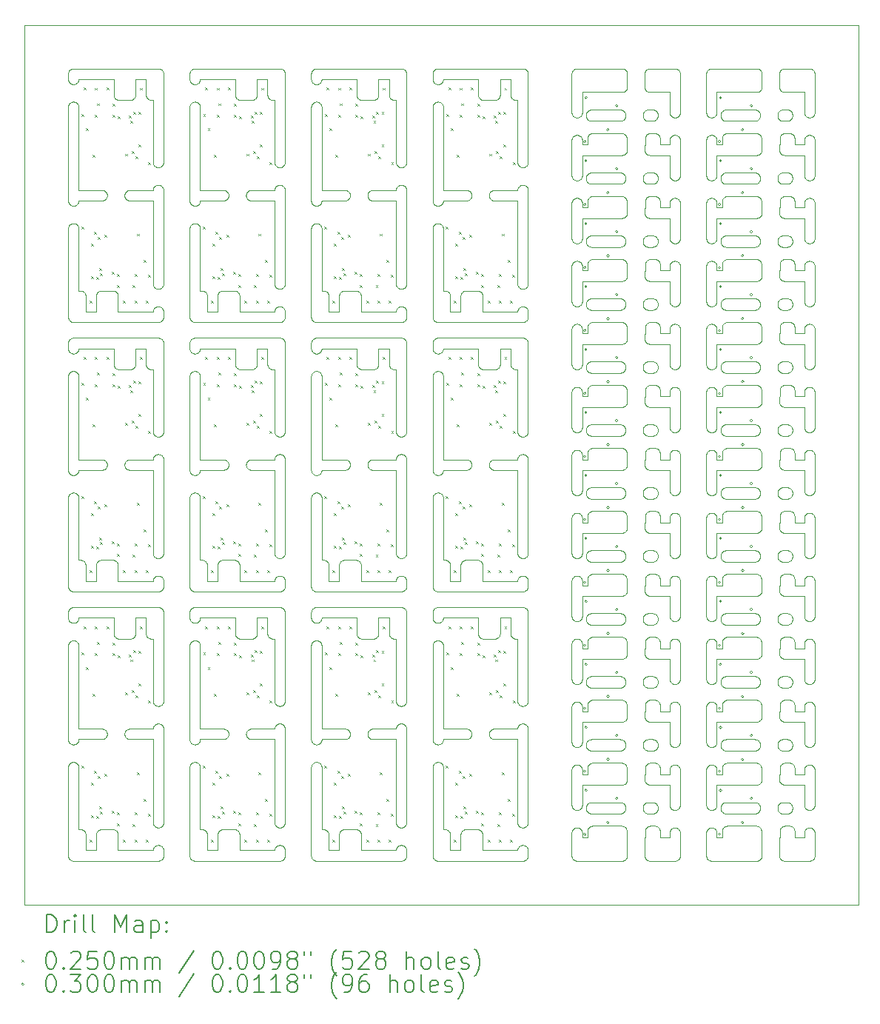
<source format=gbr>
%TF.GenerationSoftware,KiCad,Pcbnew,9.0.6-9.0.6~ubuntu24.04.1*%
%TF.CreationDate,2026-01-11T21:02:38+01:00*%
%TF.ProjectId,panel,70616e65-6c2e-46b6-9963-61645f706362,rev?*%
%TF.SameCoordinates,Original*%
%TF.FileFunction,Drillmap*%
%TF.FilePolarity,Positive*%
%FSLAX45Y45*%
G04 Gerber Fmt 4.5, Leading zero omitted, Abs format (unit mm)*
G04 Created by KiCad (PCBNEW 9.0.6-9.0.6~ubuntu24.04.1) date 2026-01-11 21:02:38*
%MOMM*%
%LPD*%
G01*
G04 APERTURE LIST*
%ADD10C,0.100000*%
%ADD11C,0.200000*%
G04 APERTURE END LIST*
D10*
X4025782Y-3928212D02*
X4023379Y-3929905D01*
X8019233Y-8443791D02*
X8022129Y-8442804D01*
X6887927Y-8658337D02*
X6886478Y-8660895D01*
X2439171Y-3931481D02*
X2436688Y-3929909D01*
X2958100Y-1616403D02*
X2955782Y-1618212D01*
X8919985Y-7129887D02*
X8920000Y-7129266D01*
X4673502Y-2030280D02*
X4672579Y-2027488D01*
X8367148Y-3131321D02*
X8370128Y-3132018D01*
X8033947Y-4120383D02*
X8036965Y-4120154D01*
X3336961Y-7040072D02*
X3339901Y-7040000D01*
X7161562Y-4840002D02*
X7210043Y-4840073D01*
X1924289Y-5355751D02*
X1926977Y-5354560D01*
X3386403Y-7061900D02*
X3388212Y-7064218D01*
X611478Y-3989105D02*
X612927Y-3991663D01*
X7419720Y-4143501D02*
X7422512Y-4142579D01*
X6374249Y-7774289D02*
X6375440Y-7776977D01*
X8959720Y-8256498D02*
X8956977Y-8255440D01*
X7998756Y-3416529D02*
X8000989Y-3414515D01*
X1145648Y-8118889D02*
X1145288Y-8115971D01*
X7898100Y-3206403D02*
X7895782Y-3208212D01*
X4712512Y-6477421D02*
X4709720Y-6476498D01*
X598100Y-2056403D02*
X595782Y-2058212D01*
X6263501Y-2460280D02*
X6262579Y-2457488D01*
X4258522Y-2990895D02*
X4257073Y-2988337D01*
X5190350Y-3885990D02*
X5190133Y-3883058D01*
X8367060Y-8171303D02*
X8370020Y-8171990D01*
X8415326Y-515517D02*
X8417456Y-517544D01*
X5705971Y-9559712D02*
X5703039Y-9559928D01*
X6464295Y-973768D02*
X6467125Y-972805D01*
X3396498Y-3720280D02*
X3395440Y-3723023D01*
X1414218Y-7008212D02*
X1411900Y-7006403D01*
X6882439Y-7031002D02*
X6883847Y-7033709D01*
X5563502Y-6980280D02*
X5562579Y-6977488D01*
X6873100Y-756403D02*
X6870782Y-758212D01*
X8375767Y-1816209D02*
X8372903Y-1817186D01*
X8391685Y-3142619D02*
X8394040Y-3144540D01*
X3477421Y-9242512D02*
X3478205Y-9245345D01*
X8622594Y-6109058D02*
X8621186Y-6106359D01*
X1238337Y-3932927D02*
X1235711Y-3934249D01*
X7075384Y-6063937D02*
X7075768Y-6060927D01*
X3316977Y-6475440D02*
X3314289Y-6474249D01*
X4672579Y-2312512D02*
X4673502Y-2309720D01*
X7186561Y-4699921D02*
X7183437Y-4699998D01*
X7188035Y-8170152D02*
X7191019Y-8170380D01*
X8690924Y-4840768D02*
X8693938Y-4840384D01*
X7871786Y-4861151D02*
X7874654Y-4861795D01*
X1266498Y-3900280D02*
X1265440Y-3903023D01*
X7874654Y-9181795D02*
X7877488Y-9182579D01*
X8409993Y-4606199D02*
X8411134Y-4609031D01*
X7079933Y-5383631D02*
X7078808Y-5380813D01*
X8776408Y-7726210D02*
X8779013Y-7727569D01*
X9039928Y-1723039D02*
X9039712Y-1725971D01*
X618205Y-634655D02*
X617421Y-637488D01*
X4689674Y-8445517D02*
X4691900Y-8443597D01*
X7486403Y-4638100D02*
X7484483Y-4640326D01*
X8434742Y-4268361D02*
X8434935Y-4271136D01*
X4674560Y-2033023D02*
X4673502Y-2030280D01*
X3392927Y-6808337D02*
X3391478Y-6810895D01*
X2978849Y-6708214D02*
X2979352Y-6711111D01*
X7968800Y-8929206D02*
X7969918Y-8926405D01*
X5735782Y-6468212D02*
X5733379Y-6469905D01*
X551111Y-880648D02*
X554029Y-880288D01*
X8434419Y-2825598D02*
X8434742Y-2828361D01*
X7084138Y-8991683D02*
X7082594Y-8989059D01*
X7473379Y-7529905D02*
X7470895Y-7531478D01*
X8927073Y-8228337D02*
X8925751Y-8225710D01*
X8627677Y-5313240D02*
X8629604Y-5310885D01*
X6872195Y-1777875D02*
X6871232Y-1780705D01*
X4370000Y-3639901D02*
X4370000Y-4650099D01*
X7251347Y-7016627D02*
X7253471Y-7018756D01*
X8925751Y-3905710D02*
X8924560Y-3903023D01*
X6439266Y-9290000D02*
X6439887Y-9289985D01*
X4726961Y-3580072D02*
X4729901Y-3580000D01*
X4785440Y-3723023D02*
X4784249Y-3725710D01*
X9010895Y-6091478D02*
X9008337Y-6092927D01*
X7216473Y-9010992D02*
X7213928Y-9012478D01*
X7500000Y-2440099D02*
X7499928Y-2443039D01*
X6375440Y-7776977D02*
X6376498Y-7779720D01*
X8373034Y-4840154D02*
X8376062Y-4840384D01*
X4744655Y-881795D02*
X4747488Y-882579D01*
X1919105Y-2061478D02*
X1916621Y-2059905D01*
X8919266Y-2810000D02*
X8919887Y-2809985D01*
X7499711Y-4914029D02*
X7499928Y-4916961D01*
X8768453Y-8908737D02*
X8770493Y-8910999D01*
X3970345Y-2008205D02*
X3967512Y-2007421D01*
X513597Y-658100D02*
X511788Y-655782D01*
X5749905Y-6453379D02*
X5748212Y-6455782D01*
X8660989Y-3414515D02*
X8663363Y-3412581D01*
X619966Y-2011470D02*
X619928Y-2013039D01*
X8784990Y-8231697D02*
X8784939Y-8240240D01*
X2239105Y-3048522D02*
X2241663Y-3047073D01*
X2289655Y-2008205D02*
X2286786Y-2008849D01*
X6426310Y-7497906D02*
X6427001Y-7494939D01*
X9029905Y-8486621D02*
X9031478Y-8489105D01*
X8748315Y-7575201D02*
X8745437Y-7576330D01*
X6380000Y-6530736D02*
X6380000Y-6760099D01*
X7230280Y-8279248D02*
X7228226Y-8281500D01*
X8022129Y-9162804D02*
X8025072Y-9161966D01*
X7817544Y-3922456D02*
X7815517Y-3920326D01*
X3471478Y-9229105D02*
X3472927Y-9231663D01*
X9013379Y-5590095D02*
X9015782Y-5591788D01*
X2415820Y-825726D02*
X2414628Y-823038D01*
X8930095Y-1033379D02*
X8928522Y-1030895D01*
X3311663Y-887073D02*
X3314289Y-885751D01*
X7268023Y-6325032D02*
X7268703Y-6327972D01*
X3280000Y-4019901D02*
X3280072Y-4016961D01*
X1588205Y-2974654D02*
X1587421Y-2977488D01*
X7244846Y-7506964D02*
X7244914Y-7508305D01*
X2006498Y-3720280D02*
X2005440Y-3723023D01*
X8428688Y-7767897D02*
X8429232Y-7770926D01*
X8640078Y-2018455D02*
X8640156Y-2016933D01*
X8636602Y-7140155D02*
X8637302Y-7137468D01*
X8425066Y-2716367D02*
X8426193Y-2719188D01*
X7800072Y-3476961D02*
X7800288Y-3474029D01*
X7805751Y-7505710D02*
X7804560Y-7503023D01*
X7096795Y-7924654D02*
X7096151Y-7921786D01*
X7874654Y-7538205D02*
X7871786Y-7538849D01*
X8642073Y-2178337D02*
X8640751Y-2175711D01*
X8976961Y-1779928D02*
X8974029Y-1779711D01*
X7197528Y-3131401D02*
X7200364Y-3132080D01*
X8665340Y-3979139D02*
X8662473Y-3978599D01*
X5066786Y-8168849D02*
X5063889Y-8169352D01*
X6831526Y-8440077D02*
X6833046Y-8440155D01*
X3328214Y-5351151D02*
X3331111Y-5350648D01*
X7863039Y-4860072D02*
X7865971Y-4860288D01*
X6296977Y-3424560D02*
X6299720Y-3423501D01*
X6264560Y-8496977D02*
X6265751Y-8494289D01*
X7270736Y-5690000D02*
X7379264Y-5690000D01*
X8923502Y-8940280D02*
X8922579Y-8937488D01*
X545345Y-6838205D02*
X542512Y-6837421D01*
X6291663Y-1772927D02*
X6289105Y-1771478D01*
X542512Y-3397421D02*
X539720Y-3396498D01*
X3399928Y-5406961D02*
X3400000Y-5409901D01*
X8616980Y-5374980D02*
X8616298Y-5372033D01*
X1892579Y-8187488D02*
X1891795Y-8184654D01*
X8413688Y-6057897D02*
X8414232Y-6060924D01*
X3284560Y-3996977D02*
X3285751Y-3994289D01*
X7111464Y-6014892D02*
X7114282Y-6013772D01*
X1949901Y-2270000D02*
X1950099Y-2270000D01*
X3480736Y-9440000D02*
X3599264Y-9440000D01*
X5676977Y-6095440D02*
X5674289Y-6094249D01*
X4229901Y-860000D02*
X4226961Y-859928D01*
X4788205Y-6794654D02*
X4787421Y-6797488D01*
X8003343Y-7732597D02*
X8005783Y-7730807D01*
X7380648Y-4191111D02*
X7381151Y-4188214D01*
X7831663Y-1267073D02*
X7834289Y-1265751D01*
X8808017Y-4885007D02*
X8808700Y-4887955D01*
X519674Y-6464483D02*
X517544Y-6462456D01*
X2979352Y-6351111D02*
X2979711Y-6354029D01*
X2822512Y-7017421D02*
X2819720Y-7016498D01*
X6879199Y-7745791D02*
X6880863Y-7748318D01*
X3826687Y-3929909D02*
X3824284Y-3928217D01*
X7222516Y-4841399D02*
X7225544Y-4842128D01*
X5666621Y-7779905D02*
X5664218Y-7778212D01*
X7834289Y-7534249D02*
X7831663Y-7532927D01*
X7912927Y-2011663D02*
X7914249Y-2014289D01*
X4359905Y-7763379D02*
X4358212Y-7765782D01*
X8663011Y-3131288D02*
X8665975Y-3130760D01*
X2955782Y-4921788D02*
X2958100Y-4923597D01*
X5725710Y-9554249D02*
X5723023Y-9555440D01*
X3698379Y-4980095D02*
X3700782Y-4981788D01*
X8619964Y-4606299D02*
X8621237Y-4603537D01*
X8398372Y-6841347D02*
X8396244Y-6843471D01*
X1983379Y-890095D02*
X1985782Y-891788D01*
X6323039Y-1779928D02*
X6320099Y-1780000D01*
X7993424Y-8899071D02*
X7996029Y-8897546D01*
X5205645Y-6125749D02*
X5208271Y-6127070D01*
X6289105Y-9188522D02*
X6291663Y-9187073D01*
X6476517Y-6284870D02*
X6479295Y-6283768D01*
X7380288Y-2034029D02*
X7380648Y-2031111D01*
X6425077Y-8948483D02*
X6425154Y-8946965D01*
X1558337Y-9172927D02*
X1555710Y-9174249D01*
X7815517Y-8240326D02*
X7813597Y-8238100D01*
X6374249Y-1745710D02*
X6372927Y-1748337D01*
X6892421Y-5767488D02*
X6891498Y-5770280D01*
X3370895Y-671478D02*
X3368337Y-672927D01*
X2642456Y-7002456D02*
X2640326Y-7004483D01*
X6441456Y-6327217D02*
X6442153Y-6324363D01*
X3792954Y-9200075D02*
X3795886Y-9200290D01*
X8405616Y-6832074D02*
X8403991Y-6834505D01*
X4750280Y-676498D02*
X4747488Y-677421D01*
X9010895Y-4651478D02*
X9008337Y-4652927D01*
X3964720Y-5086498D02*
X3961977Y-5085440D01*
X7475782Y-4648212D02*
X7473379Y-4649905D01*
X1475751Y-8024289D02*
X1477073Y-8021663D01*
X6841391Y-1813798D02*
X6838626Y-1815069D01*
X2454183Y-6154276D02*
X2455375Y-6156963D01*
X6275517Y-4159674D02*
X6277544Y-4157544D01*
X8808017Y-1285007D02*
X8808700Y-1287955D01*
X7817544Y-1277544D02*
X7819674Y-1275517D01*
X5114352Y-5021111D02*
X5114712Y-5024029D01*
X7114282Y-4573772D02*
X7117154Y-4572796D01*
X7856961Y-4140072D02*
X7859901Y-4140000D01*
X7123011Y-3131288D02*
X7125975Y-3130760D01*
X2911111Y-9380648D02*
X2914029Y-9380288D01*
X3309105Y-7048522D02*
X3311663Y-7047073D01*
X8434712Y-9505971D02*
X8434352Y-9508889D01*
X7996001Y-1697561D02*
X7998673Y-1696170D01*
X4689674Y-7055517D02*
X4691900Y-7053597D01*
X1589352Y-8041111D02*
X1589711Y-8044029D01*
X9020326Y-3924483D02*
X9018100Y-3926403D01*
X7801795Y-3174654D02*
X7801151Y-3171786D01*
X2460736Y-3280000D02*
X2859264Y-3280000D01*
X8756770Y-6280461D02*
X8759681Y-6280864D01*
X7075769Y-6780919D02*
X7076306Y-6777926D01*
X3345971Y-2270288D02*
X3348889Y-2270648D01*
X7085817Y-1074232D02*
X7084146Y-1071697D01*
X2009928Y-936961D02*
X2010000Y-939901D01*
X7868889Y-5379352D02*
X7865971Y-5379712D01*
X542512Y-6477421D02*
X539720Y-6476498D01*
X2400039Y-3040000D02*
X2402978Y-3040072D01*
X8782302Y-6772472D02*
X8783132Y-6775459D01*
X6440900Y-2730102D02*
X6441456Y-2727217D01*
X7489905Y-4166621D02*
X7491478Y-4169105D01*
X6861704Y-5569151D02*
X6864245Y-5570827D01*
X7221678Y-3142614D02*
X7224033Y-3144533D01*
X8920288Y-3885971D02*
X8920072Y-3883039D01*
X4670072Y-8486961D02*
X4670288Y-8484029D01*
X7076303Y-3932061D02*
X7075768Y-3929073D01*
X7965000Y-4638481D02*
X7965000Y-4631519D01*
X7188035Y-1690152D02*
X7191019Y-1690380D01*
X5101403Y-8071900D02*
X5103212Y-8074218D01*
X9038205Y-4905345D02*
X9038849Y-4908214D01*
X5759711Y-9505971D02*
X5759352Y-9508889D01*
X2231900Y-6133597D02*
X2234218Y-6131788D01*
X2953379Y-4920095D02*
X2955782Y-4921788D01*
X7902456Y-6802456D02*
X7900326Y-6804483D01*
X7801795Y-4185345D02*
X7802579Y-4182512D01*
X5349289Y-1895751D02*
X5351977Y-1894560D01*
X7404218Y-7528212D02*
X7401900Y-7526403D01*
X3935095Y-5063379D02*
X3933522Y-5060895D01*
X8783016Y-3214997D02*
X8782189Y-3217894D01*
X9035440Y-4623023D02*
X9034249Y-4625711D01*
X7800072Y-3163039D02*
X7800000Y-3160099D01*
X5717488Y-3017421D02*
X5714654Y-3018205D01*
X8396394Y-7726203D02*
X8399079Y-7727606D01*
X6847882Y-4122807D02*
X6850738Y-4123780D01*
X6889847Y-6336965D02*
X6889926Y-6339968D01*
X600326Y-2285517D02*
X602456Y-2287544D01*
X8631647Y-4588633D02*
X8633796Y-4586491D01*
X7397544Y-2482456D02*
X7395517Y-2480326D01*
X554029Y-3580288D02*
X556961Y-3580072D01*
X2958100Y-3386403D02*
X2955782Y-3388212D01*
X9034249Y-6065710D02*
X9032927Y-6068337D01*
X3711403Y-8071900D02*
X3713212Y-8074218D01*
X8411313Y-4856596D02*
X8413464Y-4858750D01*
X6325971Y-1980288D02*
X6328889Y-1980648D01*
X8640768Y-1809183D02*
X8638321Y-1807386D01*
X9024483Y-519674D02*
X9026403Y-521900D01*
X2429741Y-3924489D02*
X2427611Y-3922463D01*
X2010113Y-1889985D02*
X2010734Y-1890000D01*
X2005440Y-2033023D02*
X2004249Y-2035710D01*
X4204289Y-854249D02*
X4201663Y-852927D01*
X7804560Y-1743023D02*
X7803501Y-1740280D01*
X5647073Y-2988337D02*
X5645751Y-2985710D01*
X9039352Y-6048889D02*
X9038849Y-6051786D01*
X9026403Y-1758100D02*
X9024483Y-1760326D01*
X7224033Y-6125466D02*
X7221674Y-6127389D01*
X944928Y-1953039D02*
X944711Y-1955971D01*
X7422512Y-4142579D02*
X7425345Y-4141795D01*
X6874923Y-5350005D02*
X6874922Y-5360010D01*
X6362456Y-4877544D02*
X6364483Y-4879674D01*
X8423212Y-6505782D02*
X8421403Y-6508100D01*
X5429905Y-3913379D02*
X5428212Y-3915782D01*
X4267544Y-1847544D02*
X4269674Y-1845517D01*
X8629607Y-3150882D02*
X8631647Y-3148633D01*
X8690924Y-1240768D02*
X8693938Y-1240384D01*
X7151961Y-5809928D02*
X7149029Y-5809711D01*
X6289105Y-3931478D02*
X6286621Y-3929905D01*
X933212Y-1914218D02*
X934905Y-1916621D01*
X8409033Y-3414533D02*
X8411285Y-3416568D01*
X6427001Y-1734939D02*
X6427842Y-1732009D01*
X5659674Y-7774483D02*
X5657544Y-7772456D01*
X8389655Y-2208205D02*
X8386786Y-2208849D01*
X8923502Y-5619720D02*
X8924560Y-5616977D01*
X6425154Y-8226965D02*
X6425384Y-8223938D01*
X7103808Y-1279184D02*
X7104937Y-1276361D01*
X1193214Y-5088849D02*
X1190345Y-5088205D01*
X6889249Y-1455710D02*
X6887927Y-1458337D01*
X556961Y-6660072D02*
X559901Y-6660000D01*
X8773741Y-7004980D02*
X8776408Y-7006210D01*
X6843889Y-3649352D02*
X6840971Y-3649711D01*
X2834029Y-7019711D02*
X2831111Y-7019352D01*
X6314029Y-4140288D02*
X6316961Y-4140072D01*
X1932512Y-2272579D02*
X1935345Y-2271795D01*
X7468337Y-1267073D02*
X7470895Y-1268522D01*
X1970280Y-2273502D02*
X1973023Y-2274560D01*
X8398322Y-988600D02*
X8400394Y-990883D01*
X5055099Y-8170000D02*
X4790736Y-8170000D01*
X1174105Y-8058522D02*
X1176663Y-8057073D01*
X1916621Y-8440095D02*
X1919105Y-8438522D01*
X8640856Y-7460756D02*
X8643394Y-7459090D01*
X7839720Y-4656498D02*
X7836977Y-4655440D01*
X645910Y-9200288D02*
X648827Y-9200648D01*
X5219171Y-7011481D02*
X5216688Y-7009909D01*
X4835711Y-6125751D02*
X4838337Y-6127073D01*
X7397544Y-1762456D02*
X7395517Y-1760326D01*
X4681788Y-8205782D02*
X4680095Y-8203379D01*
X6425384Y-3206062D02*
X6425154Y-3203034D01*
X8931788Y-1284218D02*
X8933597Y-1281900D01*
X1156788Y-5065782D02*
X1155095Y-5063379D01*
X2089352Y-3091111D02*
X2089711Y-3094029D01*
X5720280Y-9556498D02*
X5717488Y-9557421D01*
X6864217Y-3155819D02*
X6865753Y-3158144D01*
X7965381Y-5366032D02*
X7965154Y-5363035D01*
X8624138Y-7551682D02*
X8622594Y-7549058D01*
X5694029Y-6300288D02*
X5696961Y-6300072D01*
X8683214Y-2928849D02*
X8680345Y-2928205D01*
X1890000Y-2329901D02*
X1890072Y-2326961D01*
X7488212Y-524218D02*
X7489905Y-526621D01*
X7095258Y-4268361D02*
X7095580Y-4265598D01*
X513597Y-6818100D02*
X511788Y-6815782D01*
X8775910Y-4671606D02*
X8774228Y-4674166D01*
X1012978Y-6120072D02*
X1015910Y-6120288D01*
X7095580Y-2105598D02*
X7096031Y-2102852D01*
X4670072Y-2326961D02*
X4670288Y-2324029D01*
X7105920Y-3252394D02*
X7103305Y-3250854D01*
X6881403Y-5068100D02*
X6879483Y-5070326D01*
X559901Y-680000D02*
X556961Y-679928D01*
X2865751Y-4944289D02*
X2867073Y-4941663D01*
X7851111Y-9559352D02*
X7848214Y-9558849D01*
X1429720Y-3936498D02*
X1426977Y-3935440D01*
X4699105Y-2061478D02*
X4696621Y-2059905D01*
X1020350Y-3885990D02*
X1020133Y-3883058D01*
X3282579Y-2027488D02*
X3281795Y-2024654D01*
X8636795Y-8644655D02*
X8636151Y-8641786D01*
X7463023Y-6095440D02*
X7460280Y-6096498D01*
X7966304Y-1737936D02*
X7966990Y-1734980D01*
X7116835Y-1097103D02*
X7114078Y-1096152D01*
X6437615Y-1076680D02*
X6435814Y-1074228D01*
X8635000Y-3590099D02*
X8635000Y-3553917D01*
X7093653Y-9003372D02*
X7091529Y-9001244D01*
X5189887Y-620015D02*
X5189266Y-620000D01*
X7863039Y-1779928D02*
X7860099Y-1780000D01*
X7492927Y-3188337D02*
X7491478Y-3190895D01*
X6368212Y-7515782D02*
X6366403Y-7518100D01*
X6490936Y-7720766D02*
X6493959Y-7720382D01*
X598100Y-8216403D02*
X595782Y-8218212D01*
X8759166Y-3969228D02*
X8756606Y-3970910D01*
X885099Y-1890000D02*
X888039Y-1890072D01*
X556961Y-500072D02*
X559901Y-500000D01*
X5058039Y-4970072D02*
X5060971Y-4970288D01*
X4171151Y-811786D02*
X4170648Y-808889D01*
X7810095Y-4166621D02*
X7811788Y-4164218D01*
X5740326Y-3384483D02*
X5738100Y-3386403D01*
X6470018Y-3978020D02*
X6467117Y-3977192D01*
X7240103Y-8983546D02*
X7238849Y-8986287D01*
X6350895Y-8251478D02*
X6348337Y-8252927D01*
X7385751Y-8225710D02*
X7384560Y-8223023D01*
X5748212Y-1854218D02*
X5749905Y-1856621D01*
X4699105Y-5358522D02*
X4701663Y-5357073D01*
X2955782Y-9548212D02*
X2953379Y-9549905D01*
X8636795Y-4324655D02*
X8636151Y-4321786D01*
X1012978Y-3040072D02*
X1015910Y-3040288D01*
X6846675Y-2419133D02*
X6849249Y-2420829D01*
X7216704Y-6739151D02*
X7219245Y-6740827D01*
X4852456Y-3057544D02*
X4854483Y-3059674D01*
X8809233Y-2010934D02*
X8809615Y-2013937D01*
X2873597Y-1608100D02*
X2871788Y-1605782D01*
X8671814Y-2539840D02*
X8668680Y-2539588D01*
X5584218Y-3928212D02*
X5581900Y-3926403D01*
X6835738Y-3133780D02*
X6838542Y-3134895D01*
X3340099Y-7040000D02*
X3343039Y-7040072D01*
X6856390Y-9166201D02*
X6859079Y-9167606D01*
X8376080Y-1960386D02*
X8379097Y-1960772D01*
X4313039Y-1629928D02*
X4310099Y-1630000D01*
X6851539Y-8287494D02*
X6849101Y-8289274D01*
X8367062Y-8298696D02*
X8364075Y-8299232D01*
X8639560Y-536977D02*
X8640751Y-534289D01*
X6856500Y-3963226D02*
X6854248Y-3965280D01*
X8803817Y-1993648D02*
X8805085Y-1996413D01*
X8431862Y-4254783D02*
X8432689Y-4257439D01*
X7470895Y-1051478D02*
X7468337Y-1052927D01*
X7917421Y-4617488D02*
X7916498Y-4620280D01*
X5315288Y-8104029D02*
X5315648Y-8101111D01*
X8768241Y-6282921D02*
X8771016Y-6283883D01*
X2009928Y-2326961D02*
X2010000Y-2329901D01*
X3703100Y-4983597D02*
X3705326Y-4985517D01*
X3673889Y-2009352D02*
X3670971Y-2009711D01*
X8780196Y-8926674D02*
X8781325Y-8929550D01*
X8784850Y-7523170D02*
X8784617Y-7526096D01*
X1588205Y-4664655D02*
X1587421Y-4667488D01*
X7851111Y-1260648D02*
X7854029Y-1260288D01*
X6461176Y-6294355D02*
X6463565Y-6292426D01*
X7968784Y-7540750D02*
X7967813Y-7537900D01*
X3711403Y-1988100D02*
X3709483Y-1990326D01*
X3926151Y-5041786D02*
X3925648Y-5038889D01*
X7465710Y-5374249D02*
X7463023Y-5375440D01*
X6340280Y-2703502D02*
X6343023Y-2704560D01*
X2545095Y-1983379D02*
X2543522Y-1980895D01*
X7486403Y-7761900D02*
X7488212Y-7764218D01*
X7262393Y-4150918D02*
X7263807Y-4153626D01*
X4350326Y-3595517D02*
X4352456Y-3597544D01*
X1941111Y-3960648D02*
X1944029Y-3960288D01*
X5647073Y-9411663D02*
X5648522Y-9409105D01*
X6320099Y-4860000D02*
X6323039Y-4860072D01*
X6868500Y-5386990D02*
X6867120Y-5389568D01*
X7134720Y-7246498D02*
X7131977Y-7245440D01*
X6820643Y-6139656D02*
X6817825Y-6139856D01*
X7979985Y-4249887D02*
X7980001Y-4249267D01*
X6886193Y-1999188D02*
X6887174Y-2002060D01*
X2008849Y-5101786D02*
X2008205Y-5104655D01*
X7443039Y-3939928D02*
X7440099Y-3940000D01*
X6427825Y-3937938D02*
X6426990Y-3935020D01*
X6425771Y-2460905D02*
X6426310Y-2457906D01*
X1471795Y-1584654D02*
X1471151Y-1581786D01*
X500072Y-4016961D02*
X500288Y-4014029D01*
X1975710Y-674249D02*
X1973023Y-675440D01*
X6893205Y-545345D02*
X6893849Y-548214D01*
X8429617Y-3453938D02*
X8429847Y-3456943D01*
X7975829Y-8915751D02*
X7977655Y-8913268D01*
X8019245Y-4123787D02*
X8022110Y-4122810D01*
X5194571Y-9201793D02*
X5197405Y-9202576D01*
X7851111Y-3420648D02*
X7854029Y-3420288D01*
X5011900Y-3053597D02*
X5014218Y-3051788D01*
X590895Y-888522D02*
X593379Y-890095D01*
X8392488Y-9557421D02*
X8389655Y-9558205D01*
X1892579Y-9517488D02*
X1891795Y-9514655D01*
X2090000Y-9259901D02*
X2090000Y-9439264D01*
X3810215Y-3043500D02*
X3812958Y-3044558D01*
X6481959Y-3130154D02*
X6484990Y-3130076D01*
X4730099Y-2270000D02*
X4733039Y-2270072D01*
X9013379Y-6089905D02*
X9010895Y-6091478D01*
X819985Y-9439887D02*
X820000Y-9439266D01*
X7885710Y-3214249D02*
X7883023Y-3215440D01*
X8937544Y-8242456D02*
X8935517Y-8240326D01*
X5760000Y-8049901D02*
X5760000Y-9120099D01*
X7134720Y-6526498D02*
X7131977Y-6525440D01*
X7118715Y-4856568D02*
X7120967Y-4854534D01*
X7473379Y-3929905D02*
X7470895Y-3931478D01*
X8394248Y-3245280D02*
X8391894Y-3247218D01*
X8413184Y-3895669D02*
X8413859Y-3898760D01*
X7965384Y-1023938D02*
X7965768Y-1020927D01*
X7980001Y-2809264D02*
X7980074Y-2739968D01*
X8784232Y-1020924D02*
X8784615Y-1023938D01*
X2410000Y-3700734D02*
X2409985Y-3700113D01*
X8639982Y-1369979D02*
X8640000Y-1369266D01*
X3656961Y-3040072D02*
X3659901Y-3040000D01*
X2537579Y-8092512D02*
X2538502Y-8089720D01*
X8980099Y-2500000D02*
X8979901Y-2500000D01*
X6895000Y-7190099D02*
X6894928Y-7193039D01*
X1582927Y-4678337D02*
X1581478Y-4680895D01*
X2605971Y-7019711D02*
X2603039Y-7019928D01*
X6842064Y-1961304D02*
X6845018Y-1961989D01*
X7411663Y-6092927D02*
X7409105Y-6091478D01*
X6475931Y-3850767D02*
X6478938Y-3850384D01*
X8806209Y-3439233D02*
X8807186Y-3442097D01*
X7095288Y-9505971D02*
X7095072Y-9503039D01*
X8361055Y-1819616D02*
X8358035Y-1819846D01*
X2538502Y-8089720D02*
X2539560Y-8086977D01*
X3813664Y-6998109D02*
X3811855Y-6995792D01*
X6835758Y-8296213D02*
X6832912Y-8297183D01*
X1150751Y-1975710D02*
X1149560Y-1973023D01*
X3319720Y-3963501D02*
X3322512Y-3962579D01*
X6885100Y-6316448D02*
X6886213Y-6319242D01*
X8674720Y-8686498D02*
X8671977Y-8685440D01*
X1398522Y-830895D02*
X1397073Y-828337D01*
X6854011Y-6845485D02*
X6851680Y-6847384D01*
X4335711Y-7784249D02*
X4333023Y-7785440D01*
X1266500Y-820215D02*
X1265443Y-822958D01*
X7491478Y-9209105D02*
X7492927Y-9211663D01*
X1988100Y-5136403D02*
X1985782Y-5138212D01*
X8920000Y-7970734D02*
X8919985Y-7970113D01*
X3932073Y-1921663D02*
X3933522Y-1919105D01*
X9039712Y-3474029D02*
X9039928Y-3476961D01*
X7404218Y-1991788D02*
X7406621Y-1990095D01*
X2438033Y-3053591D02*
X2440259Y-3055511D01*
X3282579Y-2312512D02*
X3283501Y-2309720D01*
X6348337Y-7532927D02*
X6345710Y-7534249D01*
X7425345Y-8978205D02*
X7422512Y-8977421D01*
X7436961Y-7020072D02*
X7439901Y-7020000D01*
X8800871Y-1988332D02*
X8802412Y-1990953D01*
X4170288Y-805971D02*
X4170072Y-803039D01*
X6299720Y-1056498D02*
X6296977Y-1055440D01*
X7230333Y-6119188D02*
X7228337Y-6121384D01*
X4866498Y-9239720D02*
X4867421Y-9242512D01*
X6452550Y-8463404D02*
X6454430Y-8461088D01*
X7103424Y-6739071D02*
X7106029Y-6737546D01*
X9026403Y-3918100D02*
X9024483Y-3920326D01*
X7226236Y-6843478D02*
X7224033Y-6845466D01*
X6486526Y-1820000D02*
X6483475Y-1819923D01*
X5728337Y-7997073D02*
X5730895Y-7998522D01*
X8408379Y-7959905D02*
X8405895Y-7961478D01*
X8806209Y-9199233D02*
X8807186Y-9202097D01*
X8784269Y-3901173D02*
X8784628Y-3904061D01*
X2779264Y-620000D02*
X2660736Y-620000D01*
X7920000Y-3529266D02*
X7920015Y-3529887D01*
X7819674Y-6084483D02*
X7817544Y-6082456D01*
X6289105Y-3428522D02*
X6291663Y-3427073D01*
X2908214Y-3221151D02*
X2911111Y-3220648D01*
X8430157Y-4250355D02*
X8430912Y-4252169D01*
X7077825Y-6817938D02*
X7076990Y-6815020D01*
X1547488Y-7992579D02*
X1550280Y-7993501D01*
X7915440Y-6063023D02*
X7914249Y-6065710D01*
X6281900Y-4646403D02*
X6279674Y-4644483D01*
X8389655Y-4368205D02*
X8386786Y-4368849D01*
X4709720Y-676498D02*
X4706977Y-675440D01*
X8920000Y-3479901D02*
X8920072Y-3476961D01*
X4306961Y-4910072D02*
X4309901Y-4910000D01*
X6468317Y-4129138D02*
X6470941Y-4127594D01*
X6872176Y-5332067D02*
X6873013Y-5334992D01*
X8384080Y-4577606D02*
X8386695Y-4579146D01*
X7084147Y-4671698D02*
X7082607Y-4669082D01*
X1958889Y-5350648D02*
X1961786Y-5351151D01*
X4670288Y-934029D02*
X4670648Y-931111D01*
X2535288Y-8104029D02*
X2535648Y-8101111D01*
X2658850Y-811724D02*
X2658206Y-814592D01*
X7387073Y-1291663D02*
X7388522Y-1289105D01*
X4304029Y-3019711D02*
X4301111Y-3019352D01*
X7443039Y-1059928D02*
X7440099Y-1060000D01*
X620734Y-6780000D02*
X620113Y-6780015D01*
X15Y-113D02*
X0Y-734D01*
X1988100Y-6826403D02*
X1985782Y-6828212D01*
X8737028Y-971296D02*
X8739968Y-971976D01*
X3956663Y-4977073D02*
X3959289Y-4975751D01*
X7114282Y-5293772D02*
X7117154Y-5292796D01*
X6887927Y-7938337D02*
X6886478Y-7940895D01*
X618849Y-4008214D02*
X619352Y-4011111D01*
X7393597Y-6078100D02*
X7391788Y-6075782D01*
X8640856Y-3140756D02*
X8643394Y-3139090D01*
X3722421Y-1967488D02*
X3721498Y-1970280D01*
X7470895Y-7531478D02*
X7468337Y-7532927D01*
X6260072Y-3883039D02*
X6260000Y-3880099D01*
X6449145Y-9188305D02*
X6450787Y-9185811D01*
X3790013Y-9200004D02*
X3792954Y-9200075D01*
X8429617Y-9213938D02*
X8429847Y-9216943D01*
X8674720Y-2926498D02*
X8671977Y-2925440D01*
X5756498Y-3360280D02*
X5755440Y-3363023D01*
X7821900Y-3206403D02*
X7819674Y-3204483D01*
X7095931Y-1805434D02*
X7093687Y-1803404D01*
X7388522Y-2470895D02*
X7387073Y-2468337D01*
X7112613Y-4143322D02*
X7114540Y-4140960D01*
X6451056Y-1700618D02*
X6453561Y-1698987D01*
X7482456Y-6802456D02*
X7480326Y-6804483D01*
X8414857Y-6082793D02*
X8414663Y-6085571D01*
X8651464Y-7454892D02*
X8654283Y-7453772D01*
X5005517Y-3059674D02*
X5007544Y-3057544D01*
X4678522Y-8200895D02*
X4677073Y-8198337D01*
X3800060Y-3880119D02*
X3800000Y-3700736D01*
X8657154Y-972796D02*
X8660072Y-971966D01*
X7909905Y-8953379D02*
X7908212Y-8955782D01*
X8949105Y-4148522D02*
X8951663Y-4147073D01*
X534289Y-5144249D02*
X531663Y-5142927D01*
X7076303Y-3177940D02*
X7077039Y-3174791D01*
X5594289Y-854249D02*
X5591663Y-852927D01*
X2972927Y-1861663D02*
X2974249Y-1864289D01*
X7804560Y-4623023D02*
X7803501Y-4620280D01*
X7489905Y-8486621D02*
X7491478Y-8489105D01*
X1390288Y-6965971D02*
X1390072Y-6963039D01*
X2417143Y-828351D02*
X2415820Y-825726D01*
X7826621Y-6809905D02*
X7824218Y-6808212D01*
X6842068Y-7721305D02*
X6845030Y-7721993D01*
X6870782Y-1478212D02*
X6868379Y-1479905D01*
X7199968Y-6731976D02*
X7202871Y-6732804D01*
X4013023Y-3935440D02*
X4010280Y-3936498D01*
X5669105Y-3228522D02*
X5671663Y-3227073D01*
X1233023Y-3935440D02*
X1230280Y-3936498D01*
X8772419Y-6033363D02*
X8774228Y-6035834D01*
X6894742Y-7868361D02*
X6894935Y-7871136D01*
X8429999Y-6409266D02*
X8430017Y-6409979D01*
X8392488Y-8687421D02*
X8389655Y-8688205D01*
X8784269Y-4621173D02*
X8784628Y-4624061D01*
X8021959Y-3130154D02*
X8024990Y-3130076D01*
X2239105Y-6128522D02*
X2241663Y-6127073D01*
X8775943Y-3878447D02*
X8777501Y-3881115D01*
X6860509Y-8191016D02*
X6862433Y-8193383D01*
X1438214Y-3938849D02*
X1435345Y-3938205D01*
X7096031Y-4262852D02*
X7096608Y-4260131D01*
X7919928Y-5636961D02*
X7920000Y-5639901D01*
X4706977Y-675440D02*
X4704289Y-674249D01*
X7219083Y-2680769D02*
X7222080Y-2681307D01*
X7419720Y-8256498D02*
X7416977Y-8255440D01*
X6892421Y-542512D02*
X6893205Y-545345D01*
X7255485Y-6300989D02*
X7257384Y-6303319D01*
X8734076Y-1819231D02*
X8731062Y-1819615D01*
X2591961Y-8169928D02*
X2589029Y-8169711D01*
X6815010Y-1099924D02*
X6486526Y-1100000D01*
X6874922Y-4640010D02*
X6874857Y-4642794D01*
X7087614Y-3236679D02*
X7085818Y-3234233D01*
X7851111Y-500648D02*
X7854029Y-500288D01*
X4023379Y-3929905D02*
X4020895Y-3931478D01*
X7108706Y-1696154D02*
X7111464Y-1694892D01*
X8643398Y-4579088D02*
X8646016Y-4577553D01*
X6380736Y-7130000D02*
X6439264Y-7130000D01*
X6852488Y-5807421D02*
X6849654Y-5808205D01*
X7883023Y-1775440D02*
X7880280Y-1776498D01*
X8636795Y-7924654D02*
X8636151Y-7921786D01*
X8617845Y-6772000D02*
X8618832Y-6769122D01*
X6461176Y-4854355D02*
X6463565Y-4852426D01*
X3343039Y-679928D02*
X3340099Y-680000D01*
X7975804Y-1794213D02*
X7974137Y-1791682D01*
X5219171Y-3931481D02*
X5216688Y-3929909D01*
X8639860Y-3530313D02*
X8639976Y-3530013D01*
X6427845Y-1012000D02*
X6428826Y-1009138D01*
X4368849Y-548214D02*
X4369352Y-551111D01*
X6893205Y-5764654D02*
X6892421Y-5767488D01*
X9035440Y-9523023D02*
X9034249Y-9525711D01*
X5644560Y-3256977D02*
X5645751Y-3254289D01*
X6484993Y-1690076D02*
X6813474Y-1690000D01*
X3399966Y-3701470D02*
X3399928Y-3703039D01*
X9028212Y-3195782D02*
X9026403Y-3198100D01*
X6885066Y-1996367D02*
X6886193Y-1999188D01*
X9038205Y-4614655D02*
X9037421Y-4617488D01*
X1919105Y-5141478D02*
X1916621Y-5139905D01*
X8971111Y-1260648D02*
X8974029Y-1260288D01*
X6334654Y-1778205D02*
X6331786Y-1778849D01*
X8426136Y-7759035D02*
X8427138Y-7761945D01*
X7969888Y-4663526D02*
X7968767Y-4660704D01*
X612927Y-2038337D02*
X611478Y-2040895D01*
X5614029Y-7019711D02*
X5611111Y-7019352D01*
X6877456Y-5792456D02*
X6875326Y-5794483D01*
X8636602Y-4260155D02*
X8637302Y-4257468D01*
X4790000Y-5409901D02*
X4790000Y-6119264D01*
X536977Y-9555440D02*
X534289Y-9554249D01*
X8809926Y-5619968D02*
X8809999Y-5689264D01*
X2008849Y-631786D02*
X2008205Y-634655D01*
X8369993Y-1818017D02*
X8367045Y-1818700D01*
X7491478Y-9530895D02*
X7489905Y-9533379D01*
X3348889Y-5350648D02*
X3351786Y-5351151D01*
X7486403Y-8481900D02*
X7488212Y-8484218D01*
X8985971Y-6300288D02*
X8988889Y-6300648D01*
X7101303Y-6327940D02*
X7101990Y-6324980D01*
X2429741Y-7004489D02*
X2427611Y-7002463D01*
X6260072Y-1003039D02*
X6260000Y-1000099D01*
X8671965Y-4570154D02*
X8673439Y-4570079D01*
X7888337Y-8467073D02*
X7890895Y-8468522D01*
X7244846Y-2466965D02*
X7244914Y-2468305D01*
X8664105Y-8681478D02*
X8661621Y-8679905D01*
X3304218Y-5138212D02*
X3301900Y-5136403D01*
X595782Y-8441788D02*
X598100Y-8443597D01*
X3375782Y-2281788D02*
X3378100Y-2283597D01*
X7965766Y-2489063D02*
X7965384Y-2486057D01*
X7965771Y-7500905D02*
X7966310Y-7497906D01*
X8762064Y-3401304D02*
X8765018Y-3401989D01*
X7965077Y-6801517D02*
X7965000Y-6798481D01*
X8375765Y-7576210D02*
X8372875Y-7577195D01*
X6262579Y-9222512D02*
X6263501Y-9219720D01*
X6447606Y-4150920D02*
X6449147Y-4148302D01*
X8643522Y-529105D02*
X8645095Y-526621D01*
X7885710Y-1774249D02*
X7883023Y-1775440D01*
X7885710Y-5374249D02*
X7883023Y-5375440D01*
X7075077Y-3201517D02*
X7075000Y-3198481D01*
X8668937Y-6859615D02*
X8665943Y-6859234D01*
X617421Y-6797488D02*
X616498Y-6800280D01*
X4699105Y-6471478D02*
X4696621Y-6469905D01*
X8024993Y-2410076D02*
X8354230Y-2410000D01*
X5577544Y-7002456D02*
X5575517Y-7000326D01*
X7848214Y-1261151D02*
X7851111Y-1260648D01*
X5069655Y-8168205D02*
X5066786Y-8168849D01*
X7381795Y-2745345D02*
X7382579Y-2742512D01*
X8004235Y-6733790D02*
X8007125Y-6732805D01*
X539720Y-7043501D02*
X542512Y-7042579D01*
X7191770Y-2410461D02*
X7194681Y-2410865D01*
X8369980Y-3851980D02*
X8372882Y-3852807D01*
X3295517Y-6460326D02*
X3293597Y-6458100D01*
X7102925Y-8290616D02*
X7100495Y-8288991D01*
X113Y-10059985D02*
X734Y-10060000D01*
X6864232Y-6290817D02*
X6866678Y-6292613D01*
X8980099Y-4140000D02*
X8983039Y-4140072D01*
X8381374Y-4693807D02*
X8378600Y-4695080D01*
X9024483Y-5360326D02*
X9022456Y-5362456D01*
X6858023Y-2925440D02*
X6855280Y-2926498D01*
X7965077Y-6068483D02*
X7965154Y-6066966D01*
X6470927Y-8447602D02*
X6473624Y-8446194D01*
X5104905Y-8143379D02*
X5103212Y-8145782D01*
X820072Y-6176961D02*
X820288Y-6174029D01*
X7146111Y-8689352D02*
X7143214Y-8688849D01*
X6271788Y-2724218D02*
X6273597Y-2721900D01*
X8028011Y-8441289D02*
X8030975Y-8440760D01*
X1588205Y-1875345D02*
X1588849Y-1878214D01*
X8636027Y-8582872D02*
X8636602Y-8580155D01*
X7244855Y-6083035D02*
X7244633Y-6085886D01*
X8784939Y-3920238D02*
X8784851Y-3923161D01*
X1487544Y-1612456D02*
X1485517Y-1610326D01*
X5320751Y-8084289D02*
X5322073Y-8081663D01*
X4327488Y-4707421D02*
X4324655Y-4708205D01*
X7219233Y-1089182D02*
X7216697Y-1090853D01*
X6481965Y-970153D02*
X6484993Y-970076D01*
X8661621Y-1479905D02*
X8659218Y-1478212D01*
X3848140Y-9245330D02*
X3848785Y-9248198D01*
X6490926Y-8440768D02*
X6493937Y-8440384D01*
X7103522Y-2900895D02*
X7102073Y-2898337D01*
X8922579Y-2457488D02*
X8921795Y-2454655D01*
X8991786Y-3421151D02*
X8994655Y-3421795D01*
X1589711Y-6045971D02*
X1589352Y-6048889D01*
X9026403Y-1281900D02*
X9028212Y-1284218D01*
X1481788Y-6324218D02*
X1483597Y-6321900D01*
X9039352Y-7071111D02*
X9039712Y-7074029D01*
X8624147Y-3231697D02*
X8622607Y-3229082D01*
X6456029Y-8177546D02*
X6458709Y-8176153D01*
X7920000Y-7849266D02*
X7920015Y-7849887D01*
X7995918Y-7457607D02*
X7998626Y-7456193D01*
X5109249Y-8084289D02*
X5110440Y-8086977D01*
X8783133Y-3175464D02*
X8783770Y-3178305D01*
X7839720Y-9183502D02*
X7842512Y-9182579D01*
X2543522Y-8079105D02*
X2545095Y-8076621D01*
X7998750Y-6296535D02*
X8000997Y-6294508D01*
X7075384Y-7503937D02*
X7075768Y-7500927D01*
X7919352Y-3168889D02*
X7918849Y-3171786D01*
X7868889Y-9180648D02*
X7871786Y-9181151D01*
X7205436Y-3976330D02*
X7202503Y-3977309D01*
X9040000Y-9500099D02*
X9039928Y-9503039D01*
X3685280Y-8166498D02*
X3682488Y-8167421D01*
X5752927Y-2988337D02*
X5751478Y-2990895D01*
X7839720Y-4143501D02*
X7842512Y-4142579D01*
X6846786Y-768849D02*
X6843889Y-769352D01*
X3339901Y-500000D02*
X4310099Y-500000D01*
X6461370Y-8295067D02*
X6458612Y-8293800D01*
X7488212Y-2475782D02*
X7486403Y-2478100D01*
X2569289Y-2004249D02*
X2566663Y-2002927D01*
X8361062Y-3259616D02*
X8358040Y-3259846D01*
X9020326Y-4644483D02*
X9018100Y-4646403D01*
X8809848Y-6336965D02*
X8809926Y-6339968D01*
X2324905Y-1983379D02*
X2323212Y-1985782D01*
X4324655Y-6098205D02*
X4321786Y-6098849D01*
X7890895Y-1771478D02*
X7888337Y-1772927D01*
X7431111Y-7740648D02*
X7434029Y-7740288D01*
X3397421Y-2312512D02*
X3398205Y-2315345D01*
X4350326Y-9395517D02*
X4352456Y-9397544D01*
X6273597Y-3918100D02*
X6271788Y-3915782D01*
X2334712Y-8115971D02*
X2334352Y-8118889D01*
X7966304Y-8217936D02*
X7966990Y-8214980D01*
X7488212Y-7764218D02*
X7489905Y-7766621D01*
X8417456Y-752456D02*
X8415326Y-754483D01*
X6328889Y-7740648D02*
X6331786Y-7741151D01*
X7379264Y-770000D02*
X7154901Y-770000D01*
X7249160Y-1974643D02*
X7251420Y-1976697D01*
X9035440Y-3183023D02*
X9034249Y-3185710D01*
X6442919Y-5601765D02*
X6443861Y-5599043D01*
X7880280Y-3936498D02*
X7877488Y-3937421D01*
X8810736Y-2090000D02*
X8919264Y-2090000D01*
X6360326Y-1995517D02*
X6362456Y-1997544D01*
X2006498Y-6800280D02*
X2005440Y-6803023D01*
X1588849Y-9131786D02*
X1588205Y-9134655D01*
X1470648Y-3271111D02*
X1471151Y-3268214D01*
X7098501Y-5050280D02*
X7097579Y-5047488D01*
X5648522Y-9409105D02*
X5650095Y-9406621D01*
X6348337Y-8467073D02*
X6350895Y-8468522D01*
X7982805Y-2722125D02*
X7983768Y-2719295D01*
X5238277Y-3938849D02*
X5235408Y-3938205D01*
X6843889Y-8689352D02*
X6840971Y-8689712D01*
X8930095Y-1286621D02*
X8931788Y-1284218D01*
X6849654Y-8688205D02*
X6846786Y-8688849D01*
X2977421Y-7747488D02*
X2976498Y-7750280D01*
X7251285Y-3416568D02*
X7253431Y-3418714D01*
X8921151Y-3171786D02*
X8920648Y-3168889D01*
X7265080Y-7036400D02*
X7266210Y-7039235D01*
X8930095Y-1753379D02*
X8928522Y-1750895D01*
X8783770Y-3898305D02*
X8784269Y-3901173D01*
X7214017Y-2417571D02*
X7216675Y-2419133D01*
X8658734Y-2696550D02*
X8660995Y-2694510D01*
X8012972Y-7451296D02*
X8015943Y-7450765D01*
X8392488Y-7967421D02*
X8389655Y-7968205D01*
X5090782Y-4981788D02*
X5093100Y-4983597D01*
X8673439Y-4570079D02*
X8676563Y-4570002D01*
X7880280Y-2496498D02*
X7877488Y-2497421D01*
X2971478Y-6329105D02*
X2972927Y-6331663D01*
X526621Y-8219905D02*
X524218Y-8218212D01*
X7500000Y-3160099D02*
X7499928Y-3163039D01*
X511788Y-2045782D02*
X510095Y-2043379D01*
X6431193Y-1066375D02*
X6429929Y-1063621D01*
X6466056Y-6290618D02*
X6468561Y-6288987D01*
X3280072Y-556961D02*
X3280288Y-554029D01*
X7990764Y-9009180D02*
X7988313Y-9007379D01*
X5426403Y-3918100D02*
X5424483Y-3920326D01*
X8357295Y-7450078D02*
X8360352Y-7450312D01*
X1894560Y-3723023D02*
X1893501Y-3720280D01*
X7100074Y-2739968D02*
X7100152Y-2736965D01*
X6861704Y-7729151D02*
X6864245Y-7730827D01*
X7800072Y-1003039D02*
X7800000Y-1000099D01*
X8656576Y-5578707D02*
X8658719Y-5576565D01*
X8364117Y-7450775D02*
X8367096Y-7451311D01*
X6879220Y-6305822D02*
X6880895Y-6308371D01*
X7985244Y-7755657D02*
X7986503Y-7753003D01*
X8414232Y-4620925D02*
X8414616Y-4623939D01*
X7100077Y-8498483D02*
X7100154Y-8496965D01*
X8766280Y-6843435D02*
X8764010Y-6845485D01*
X3851173Y-7019352D02*
X3848276Y-7018849D01*
X4670072Y-6783039D02*
X4670000Y-6780099D01*
X6846786Y-5808849D02*
X6843889Y-5809352D01*
X2583214Y-2008849D02*
X2580345Y-2008205D01*
X6311111Y-6099352D02*
X6308214Y-6098849D01*
X6890912Y-5692168D02*
X6891862Y-5694783D01*
X8665834Y-3410772D02*
X8668394Y-3409090D01*
X6427825Y-8932063D02*
X6428800Y-8929206D01*
X7380000Y-3160099D02*
X7380000Y-2930736D01*
X4260095Y-1603379D02*
X4258522Y-1600895D01*
X8935517Y-6800326D02*
X8933597Y-6798100D01*
X910710Y-8055751D02*
X913337Y-8057073D01*
X7965154Y-7506966D02*
X7965385Y-7503927D01*
X7851111Y-8460648D02*
X7854029Y-8460288D01*
X4788205Y-4005345D02*
X4788849Y-4008214D01*
X1988100Y-7053597D02*
X1990326Y-7055517D01*
X8974029Y-1059712D02*
X8971111Y-1059352D01*
X524218Y-3748212D02*
X521900Y-3746403D01*
X1926977Y-6475440D02*
X1924289Y-6474249D01*
X8770485Y-6750989D02*
X8772419Y-6753363D01*
X7800288Y-9234029D02*
X7800648Y-9231111D01*
X1584249Y-6065710D02*
X1582927Y-6068337D01*
X7380000Y-6760099D02*
X7380000Y-6530736D01*
X6827096Y-6011311D02*
X6830045Y-6011996D01*
X619352Y-2018889D02*
X618849Y-2021786D01*
X4715345Y-881795D02*
X4718214Y-881151D01*
X8639860Y-9290313D02*
X8639976Y-9290013D01*
X4001786Y-7018849D02*
X3998889Y-7019352D01*
X5231411Y-3069094D02*
X5232861Y-3071651D01*
X8639073Y-6412206D02*
X8639859Y-6410316D01*
X8739518Y-3258137D02*
X8736681Y-3258773D01*
X6450764Y-9009180D02*
X6448313Y-9007379D01*
X7979985Y-2809887D02*
X7980001Y-2809266D01*
X4284289Y-9385751D02*
X4286977Y-9384560D01*
X3399966Y-621470D02*
X3399928Y-623039D01*
X4724029Y-5350288D02*
X4726961Y-5350072D01*
X4271900Y-6086403D02*
X4269674Y-6084483D01*
X5114928Y-1946961D02*
X5115000Y-1949901D01*
X1985782Y-7051788D02*
X1988100Y-7053597D01*
X8405895Y-7241478D02*
X8403337Y-7242927D01*
X4335711Y-6474249D02*
X4333023Y-6475440D01*
X536977Y-7044560D02*
X539720Y-7043501D01*
X3334029Y-8430288D02*
X3336961Y-8430072D01*
X1064180Y-9234274D02*
X1065372Y-9236962D01*
X9039712Y-5325971D02*
X9039352Y-5328889D01*
X6856393Y-7726203D02*
X6859079Y-7727606D01*
X6343023Y-4144560D02*
X6345710Y-4145751D01*
X8009979Y-8891990D02*
X8012938Y-8891303D01*
X7991008Y-3425495D02*
X7992750Y-3423146D01*
X7153962Y-9160382D02*
X7156965Y-9160154D01*
X8988889Y-8460648D02*
X8991786Y-8461151D01*
X9039352Y-8511111D02*
X9039712Y-8514029D01*
X7239568Y-4847880D02*
X7242074Y-4849384D01*
X7121621Y-759905D02*
X7119218Y-758212D01*
X8771016Y-6283883D02*
X8773741Y-6284980D01*
X2925971Y-7990288D02*
X2928889Y-7990648D01*
X6889249Y-4335711D02*
X6887927Y-4338337D01*
X5760000Y-9120099D02*
X5759928Y-9123039D01*
X3397421Y-4002512D02*
X3398205Y-4005345D01*
X4249985Y-4969887D02*
X4250017Y-4968584D01*
X8803815Y-1273644D02*
X8805085Y-1276413D01*
X8639860Y-2090313D02*
X8639976Y-2090013D01*
X7186561Y-6859921D02*
X7183437Y-6859998D01*
X2914029Y-9380288D02*
X2916961Y-9380072D01*
X7416977Y-2704560D02*
X7419720Y-2703502D01*
X8642073Y-3618337D02*
X8640751Y-3615710D01*
X3400000Y-9199266D02*
X3400015Y-9199887D01*
X6261151Y-4611786D02*
X6260648Y-4608889D01*
X923100Y-1903597D02*
X925326Y-1905517D01*
X7918849Y-6051786D02*
X7918205Y-6054654D01*
X7077943Y-4611691D02*
X7079012Y-4608643D01*
X7379887Y-6530015D02*
X7379266Y-6530000D01*
X8935517Y-5599674D02*
X8937544Y-5597544D01*
X526621Y-6469905D02*
X524218Y-6468212D01*
X7380648Y-3471111D02*
X7381151Y-3468214D01*
X6884905Y-7943379D02*
X6883212Y-7945782D01*
X8807186Y-6322097D02*
X8808017Y-6325007D01*
X6260000Y-559901D02*
X6260072Y-556961D01*
X6426304Y-1772063D02*
X6425768Y-1769076D01*
X556961Y-6839928D02*
X554029Y-6839711D01*
X7076960Y-1054902D02*
X7076285Y-1051973D01*
X4368849Y-7741786D02*
X4368205Y-7744654D01*
X6886224Y-9199274D02*
X6887203Y-9202153D01*
X8784939Y-2480239D02*
X8784851Y-2483162D01*
X7112696Y-1983216D02*
X7114643Y-1980840D01*
X1054408Y-9219661D02*
X1056329Y-9221887D01*
X4250072Y-9123039D02*
X4250000Y-9120099D01*
X6262579Y-2022512D02*
X6263501Y-2019720D01*
X5400280Y-7016498D02*
X5397488Y-7017421D01*
X3443023Y-3044560D02*
X3445710Y-3045751D01*
X6475943Y-1690765D02*
X6478937Y-1690384D01*
X7244633Y-1045886D02*
X7244615Y-1046063D01*
X7216704Y-4579151D02*
X7219245Y-4580827D01*
X7912927Y-4628337D02*
X7911478Y-4630895D01*
X6376498Y-7059720D02*
X6377421Y-7062512D01*
X8615154Y-2483035D02*
X8615077Y-2481517D01*
X7801795Y-2745345D02*
X7802579Y-2742512D01*
X6261151Y-4908214D02*
X6261795Y-4905345D01*
X7863039Y-5379928D02*
X7860099Y-5380000D01*
X923100Y-8063597D02*
X925326Y-8065517D01*
X7494249Y-6334289D02*
X7495440Y-6336977D01*
X1978337Y-5142927D02*
X1975710Y-5144249D01*
X7397544Y-1277544D02*
X7399674Y-1275517D01*
X699940Y-9259881D02*
X700000Y-9439264D01*
X531663Y-8222927D02*
X529105Y-8221478D01*
X7436961Y-8979928D02*
X7434029Y-8979712D01*
X7077810Y-8977890D02*
X7076980Y-8974980D01*
X3316977Y-675440D02*
X3314289Y-674249D01*
X3304218Y-891788D02*
X3306621Y-890095D01*
X3845408Y-7018205D02*
X3842575Y-7017422D01*
X6378205Y-6774654D02*
X6377421Y-6777488D01*
X2072456Y-9217544D02*
X2074483Y-9219674D01*
X4310099Y-6660000D02*
X4313039Y-6660072D01*
X8690924Y-1960768D02*
X8693938Y-1960384D01*
X7399674Y-3924483D02*
X7397544Y-3922456D01*
X3799264Y-6780000D02*
X3400736Y-6780000D01*
X6425000Y-6078481D02*
X6425000Y-6071519D01*
X2333205Y-5015345D02*
X2333849Y-5018214D01*
X8795589Y-2701110D02*
X8797485Y-2703450D01*
X8426136Y-8479035D02*
X8427138Y-8481945D01*
X4356403Y-4931900D02*
X4358212Y-4934218D01*
X1043299Y-9210086D02*
X1045704Y-9211778D01*
X4321786Y-1831151D02*
X4324655Y-1831795D01*
X7965154Y-8946965D02*
X7965384Y-8943938D01*
X6263501Y-9520280D02*
X6262579Y-9517488D01*
X6380113Y-7129985D02*
X6380734Y-7130000D01*
X1553023Y-4705440D02*
X1550280Y-4706498D01*
X8677512Y-7967421D02*
X8674720Y-7966498D01*
X6439266Y-2810000D02*
X6439887Y-2809985D01*
X7965154Y-8243034D02*
X7965077Y-8241517D01*
X8433205Y-545345D02*
X8433849Y-548214D01*
X7810095Y-6793379D02*
X7808522Y-6790895D01*
X6314029Y-2499712D02*
X6311111Y-2499352D01*
X8935517Y-2480326D02*
X8933597Y-2478100D01*
X1509720Y-3223501D02*
X1512512Y-3222579D01*
X4177073Y-828337D02*
X4175751Y-825710D01*
X3399352Y-5401111D02*
X3399711Y-5404029D01*
X6429933Y-6103630D02*
X6428807Y-6100812D01*
X3306621Y-3590095D02*
X3309105Y-3588522D01*
X8668230Y-3259539D02*
X8665340Y-3259139D01*
X8621237Y-3163537D02*
X8622649Y-3160843D01*
X3938597Y-5068100D02*
X3936788Y-5065782D01*
X5728337Y-1622927D02*
X5725710Y-1624249D01*
X5080711Y-2004249D02*
X5078023Y-2005440D01*
X7085817Y-6834232D02*
X7084147Y-6831697D01*
X8640768Y-2730930D02*
X8641299Y-2727959D01*
X4785440Y-8466977D02*
X4786498Y-8469720D01*
X9036498Y-8940280D02*
X9035440Y-8943023D01*
X6450768Y-4580817D02*
X6453302Y-4579147D01*
X8018934Y-1819615D02*
X8015919Y-1819231D01*
X7095882Y-8285393D02*
X7093653Y-8283372D01*
X3391478Y-3989105D02*
X3392927Y-3991663D01*
X6469979Y-8171990D02*
X6472938Y-8171303D01*
X8954289Y-1265751D02*
X8956977Y-1264560D01*
X7110772Y-7025834D02*
X7112581Y-7023363D01*
X3615517Y-3059674D02*
X3617544Y-3057544D01*
X1558337Y-9552927D02*
X1555710Y-9554249D01*
X8679283Y-8443772D02*
X8682154Y-8442796D01*
X6378205Y-8214654D02*
X6377421Y-8217488D01*
X7075154Y-8963035D02*
X7075077Y-8961517D01*
X7125943Y-2539234D02*
X7122972Y-2538703D01*
X8409032Y-9174533D02*
X8411284Y-9176567D01*
X4670072Y-3343039D02*
X4670000Y-3340099D01*
X3370895Y-7048522D02*
X3373379Y-7050095D01*
X7980163Y-6336764D02*
X7980423Y-6333570D01*
X8022706Y-7579922D02*
X8019648Y-7579688D01*
X6425000Y-7511519D02*
X6425077Y-7508483D01*
X7998626Y-6736193D02*
X8001400Y-6734920D01*
X7239081Y-8447607D02*
X7241697Y-8449146D01*
X7919928Y-8923039D02*
X7919711Y-8925971D01*
X6447679Y-7030789D02*
X6449175Y-7028259D01*
X3325345Y-5351795D02*
X3328214Y-5351151D01*
X7488212Y-3915782D02*
X7486403Y-3918100D01*
X8920000Y-3880099D02*
X8920000Y-3650736D01*
X500072Y-5406961D02*
X500288Y-5404029D01*
X9036498Y-3180280D02*
X9035440Y-3183023D01*
X6456567Y-1978716D02*
X6458718Y-1976565D01*
X6284218Y-4871788D02*
X6286621Y-4870095D01*
X7114540Y-4140960D02*
X7116582Y-4138700D01*
X8921795Y-1305345D02*
X8922579Y-1302512D01*
X8937544Y-5362456D02*
X8935517Y-5360326D01*
X7974118Y-2438349D02*
X7975797Y-2435798D01*
X7393597Y-4638100D02*
X7391788Y-4635782D01*
X1473501Y-8029720D02*
X1474560Y-8026977D01*
X4370000Y-1570099D02*
X4369928Y-1573039D01*
X3389905Y-2296621D02*
X3391478Y-2299105D01*
X7440099Y-4140000D02*
X7443039Y-4140072D01*
X7380072Y-8203039D02*
X7380000Y-8200099D01*
X8616960Y-1774902D02*
X8616285Y-1771972D01*
X6268522Y-5350895D02*
X6267073Y-5348337D01*
X6443764Y-5403478D02*
X6441662Y-5401384D01*
X660280Y-6123501D02*
X663023Y-6124560D01*
X7268700Y-9207955D02*
X7269233Y-9210934D01*
X5560288Y-805971D02*
X5560072Y-803039D01*
X1526961Y-4910072D02*
X1529901Y-4910000D01*
X8419185Y-4145772D02*
X8420859Y-4148312D01*
X7425345Y-6301795D02*
X7428214Y-6301151D01*
X2814289Y-3934249D02*
X2811663Y-3932927D01*
X3373379Y-3749905D02*
X3370895Y-3751478D01*
X1578212Y-9404218D02*
X1579905Y-9406621D01*
X923100Y-4983597D02*
X925326Y-4985517D01*
X7081200Y-4666389D02*
X7079933Y-4663631D01*
X8414657Y-8245643D02*
X8414324Y-8248448D01*
X7120076Y-4571965D02*
X7123011Y-4571289D01*
X7381151Y-2028214D02*
X7381795Y-2025345D01*
X7492927Y-6068337D02*
X7491478Y-6070895D01*
X8375964Y-1096136D02*
X8373055Y-1097138D01*
X7966960Y-4654902D02*
X7966285Y-4651973D01*
X7854029Y-8979712D02*
X7851111Y-8979352D01*
X7983675Y-3963394D02*
X7981481Y-3961193D01*
X3805817Y-6985723D02*
X3804625Y-6983036D01*
X3391478Y-2299105D02*
X3392927Y-2301663D01*
X8782305Y-8212481D02*
X8783132Y-8215459D01*
X2920099Y-1830000D02*
X2923039Y-1830072D01*
X1469266Y-4970000D02*
X1469887Y-4969985D01*
X7439901Y-6820000D02*
X7436961Y-6819928D01*
X590895Y-3968522D02*
X593379Y-3970095D01*
X501151Y-9511786D02*
X500648Y-9508889D01*
X2980000Y-2960099D02*
X2979928Y-2963039D01*
X7100495Y-8288991D02*
X7098146Y-8287250D01*
X8684980Y-5561990D02*
X8687936Y-5561304D01*
X1983379Y-8440095D02*
X1985782Y-8441788D01*
X5728337Y-3227073D02*
X5730895Y-3228522D01*
X8375099Y-8690000D02*
X7920736Y-8690000D01*
X6372927Y-1748337D02*
X6371478Y-1750895D01*
X7237454Y-1068971D02*
X7235928Y-1071576D01*
X3709483Y-8150326D02*
X3707456Y-8152456D01*
X7147936Y-5561304D02*
X7150924Y-5560768D01*
X5703039Y-3399928D02*
X5700099Y-3400000D01*
X2879674Y-1845517D02*
X2881900Y-1843597D01*
X9036498Y-9219720D02*
X9037421Y-9222512D01*
X6838360Y-5415182D02*
X6835408Y-5416341D01*
X4050000Y-6960099D02*
X4049928Y-6963039D01*
X6855280Y-6526498D02*
X6852488Y-6527421D01*
X1570326Y-3235517D02*
X1572456Y-3237544D01*
X3280072Y-5093039D02*
X3280000Y-5090099D01*
X1988100Y-666403D02*
X1985782Y-668212D01*
X6862250Y-5396853D02*
X6860395Y-5399115D01*
X7230498Y-6031004D02*
X7232409Y-6033351D01*
X536977Y-3755440D02*
X534289Y-3754249D01*
X6425000Y-8958481D02*
X6425000Y-8951519D01*
X8615000Y-8238481D02*
X8615000Y-8231519D01*
X8777433Y-3229009D02*
X8775882Y-3231651D01*
X8777501Y-3161115D02*
X8778921Y-3163860D01*
X536977Y-2065440D02*
X534289Y-2064249D01*
X7425345Y-7021795D02*
X7428214Y-7021151D01*
X620734Y-620000D02*
X620113Y-620015D01*
X8355000Y-6010077D02*
X8357825Y-6010144D01*
X3281151Y-5398214D02*
X3281795Y-5395345D01*
X7096795Y-7204654D02*
X7096151Y-7201786D01*
X7380000Y-5810734D02*
X7379985Y-5810113D01*
X5326788Y-8074218D02*
X5328597Y-8071900D01*
X7109147Y-3428302D02*
X7110817Y-3425768D01*
X8393687Y-2684958D02*
X8396462Y-2686237D01*
X6260648Y-5631111D02*
X6261151Y-5628214D01*
X2979711Y-7735971D02*
X2979352Y-7738889D01*
X5088379Y-8159905D02*
X5085895Y-8161478D01*
X7883023Y-1055440D02*
X7880280Y-1056498D01*
X8659218Y-2198212D02*
X8656900Y-2196403D01*
X4289720Y-6096498D02*
X4286977Y-6095440D01*
X7197567Y-2411410D02*
X7200422Y-2412096D01*
X4261788Y-6075782D02*
X4260095Y-6073379D01*
X6427001Y-2454939D02*
X6427842Y-2452009D01*
X7095288Y-2875971D02*
X7095072Y-2873039D01*
X6340280Y-5583502D02*
X6343023Y-5584560D01*
X8980099Y-5580000D02*
X8983039Y-5580072D01*
X7475782Y-4151788D02*
X7478100Y-4153597D01*
X6277544Y-8477544D02*
X6279674Y-8475517D01*
X7917421Y-4902512D02*
X7918205Y-4905345D01*
X526621Y-3749905D02*
X524218Y-3748212D01*
X617421Y-922512D02*
X618205Y-925345D01*
X7805751Y-7774289D02*
X7807073Y-7771663D01*
X8665546Y-2539172D02*
X8662484Y-2538601D01*
X7188388Y-2410171D02*
X7191723Y-2410456D01*
X7811788Y-3444218D02*
X7813597Y-3441900D01*
X8640751Y-9525711D02*
X8639560Y-9523023D01*
X1926977Y-9555440D02*
X1924289Y-9554249D01*
X6362456Y-4642456D02*
X6360326Y-4644483D01*
X3306621Y-8440095D02*
X3309105Y-8438522D01*
X7249110Y-8454600D02*
X7251396Y-8456674D01*
X5755440Y-6443023D02*
X5754249Y-6445710D01*
X8429249Y-1455710D02*
X8427927Y-1458337D01*
X7228447Y-988731D02*
X7230478Y-990981D01*
X8356533Y-3130078D02*
X8358046Y-3130155D01*
X7404218Y-4871788D02*
X7406621Y-4870095D01*
X9038849Y-6051786D02*
X9038205Y-6054654D01*
X6426990Y-3935020D02*
X6426304Y-3932063D01*
X4269674Y-3004483D02*
X4267544Y-3002456D01*
X2007421Y-5107488D02*
X2006498Y-5110280D01*
X1983379Y-5139905D02*
X1980895Y-5141478D01*
X8775910Y-7551605D02*
X8774231Y-7554162D01*
X7854029Y-4140288D02*
X7856961Y-4140072D01*
X1921663Y-6667073D02*
X1924289Y-6665751D01*
X1914218Y-2058212D02*
X1911900Y-2056403D01*
X1187512Y-5087421D02*
X1184720Y-5086498D01*
X7993312Y-5299141D02*
X7995934Y-5297599D01*
X8640768Y-6849183D02*
X8638322Y-6847386D01*
X8400333Y-7470812D02*
X8402218Y-7473105D01*
X7834289Y-7745751D02*
X7836977Y-7744560D01*
X8783696Y-3932062D02*
X8783016Y-3934997D01*
X3464483Y-6139674D02*
X3466403Y-6141900D01*
X6267073Y-7508337D02*
X6265751Y-7505710D01*
X1504289Y-7784249D02*
X1501663Y-7782927D01*
X8404171Y-8994249D02*
X8402345Y-8996732D01*
X6882394Y-2710920D02*
X6883799Y-2713610D01*
X5751478Y-3249105D02*
X5752927Y-3251663D01*
X4701663Y-3587073D02*
X4704289Y-3585751D01*
X1187512Y-2007421D02*
X1184720Y-2006498D01*
X4730099Y-8430000D02*
X4733039Y-8430072D01*
X8949105Y-7028522D02*
X8951663Y-7027073D01*
X7451786Y-501151D02*
X7454654Y-501795D01*
X2215751Y-3074289D02*
X2217073Y-3071663D01*
X8414846Y-8946974D02*
X8414923Y-8950005D01*
X5371961Y-2009928D02*
X5369029Y-2009711D01*
X3717927Y-1978337D02*
X3716478Y-1980895D01*
X8980099Y-4660000D02*
X8979901Y-4660000D01*
X8004212Y-4573798D02*
X8007077Y-4572820D01*
X2861151Y-9428214D02*
X2861795Y-9425345D01*
X2536151Y-8121786D02*
X2535648Y-8118889D01*
X9020326Y-7755517D02*
X9022456Y-7757544D01*
X8770485Y-4590989D02*
X8772419Y-4593363D01*
X8385030Y-6281993D02*
X8387955Y-6282830D01*
X7134720Y-9556498D02*
X7131977Y-9555440D01*
X1893501Y-8190280D02*
X1892579Y-8187488D01*
X1477073Y-8021663D02*
X1478522Y-8019105D01*
X8004188Y-8296193D02*
X8001370Y-8295067D01*
X618849Y-7088214D02*
X619352Y-7091111D01*
X8782302Y-5332472D02*
X8783132Y-5335459D01*
X5694029Y-7990288D02*
X5696961Y-7990072D01*
X3339901Y-5150000D02*
X3336961Y-5149928D01*
X5650095Y-4936621D02*
X5651788Y-4934218D01*
X5240000Y-9439266D02*
X5240015Y-9439887D01*
X6895000Y-5750099D02*
X6894928Y-5753039D01*
X3322512Y-7042579D02*
X3325345Y-7041795D01*
X593379Y-2059905D02*
X590895Y-2061478D01*
X7448889Y-4659352D02*
X7445971Y-4659712D01*
X6444933Y-5596370D02*
X6446203Y-5593605D01*
X5044005Y-9200350D02*
X5046936Y-9200132D01*
X8435000Y-3553918D02*
X8435000Y-3590099D01*
X6824069Y-1819232D02*
X6821062Y-1819615D01*
X8921795Y-9225345D02*
X8922579Y-9222512D01*
X8427138Y-7041945D02*
X8427989Y-7044901D01*
X6358100Y-7033597D02*
X6360326Y-7035517D01*
X7920015Y-8690113D02*
X7920000Y-8690734D01*
X7829105Y-8251478D02*
X7826621Y-8249905D01*
X602456Y-5367544D02*
X604483Y-5369674D01*
X6425381Y-8246032D02*
X6425154Y-8243034D01*
X8426478Y-3620895D02*
X8424905Y-3623379D01*
X526621Y-9549905D02*
X524218Y-9548212D01*
X7495440Y-2463023D02*
X7494249Y-2465711D01*
X4330280Y-4913502D02*
X4333023Y-4914560D01*
X6379711Y-7794029D02*
X6379928Y-7796961D01*
X8627578Y-1796630D02*
X8625778Y-1794175D01*
X1494218Y-7778212D02*
X1491900Y-7776403D01*
X7967845Y-6772000D02*
X7968832Y-6769122D01*
X5189887Y-3700015D02*
X5189266Y-3700000D01*
X6435765Y-8994156D02*
X6434090Y-8991606D01*
X4260095Y-4936621D02*
X4261788Y-4934218D01*
X7191770Y-3130461D02*
X7194661Y-3130861D01*
X4361478Y-3249105D02*
X4362927Y-3251663D01*
X6841390Y-6016201D02*
X6844080Y-6017606D01*
X4747488Y-882579D02*
X4750280Y-883501D01*
X6260000Y-1000099D02*
X6260000Y-559901D01*
X5696961Y-6300072D02*
X5699901Y-6300000D01*
X8402354Y-1713280D02*
X8404182Y-1715767D01*
X5209741Y-844489D02*
X5207611Y-842463D01*
X6888010Y-3444981D02*
X6888696Y-3447937D01*
X6291663Y-3932927D02*
X6289105Y-3931478D01*
X7098501Y-1450280D02*
X7097579Y-1447488D01*
X8412347Y-3172619D02*
X8413184Y-3175669D01*
X2816977Y-3935440D02*
X2814289Y-3934249D01*
X8398431Y-2428714D02*
X8400471Y-2430972D01*
X7380072Y-6763039D02*
X7380000Y-6760099D01*
X6358100Y-4646403D02*
X6355782Y-4648212D01*
X5661900Y-8003597D02*
X5664218Y-8001788D01*
X7440099Y-5380000D02*
X7439901Y-5380000D01*
X6818035Y-6859846D02*
X6815007Y-6859924D01*
X3951621Y-5079905D02*
X3949218Y-5078212D01*
X7202503Y-3977309D02*
X7199522Y-3978136D01*
X4340895Y-508522D02*
X4343379Y-510095D01*
X7244939Y-1760238D02*
X7244851Y-1763161D01*
X2225509Y-9219741D02*
X2227535Y-9217612D01*
X5714654Y-6661795D02*
X5717488Y-6662579D01*
X6328889Y-6819352D02*
X6325971Y-6819711D01*
X7125768Y-6290817D02*
X7128302Y-6289147D01*
X6260288Y-8514029D02*
X6260648Y-8511111D01*
X7268703Y-3447972D02*
X7269234Y-3450943D01*
X8635064Y-3551140D02*
X8635257Y-3548370D01*
X7489905Y-2726621D02*
X7491478Y-2729105D01*
X8631547Y-1801262D02*
X8629507Y-1799001D01*
X8616310Y-2457906D02*
X8617001Y-2454939D01*
X7107565Y-7030993D02*
X7109088Y-7028398D01*
X2546788Y-8074218D02*
X2548597Y-8071900D01*
X7980427Y-5613536D02*
X7980841Y-5610464D01*
X4699105Y-3391478D02*
X4696621Y-3389905D01*
X8434419Y-7145598D02*
X8434742Y-7148361D01*
X2975440Y-536977D02*
X2976498Y-539720D01*
X4306961Y-1629928D02*
X4304029Y-1629711D01*
X5752927Y-3251663D02*
X5754249Y-3254289D01*
X4348100Y-7776403D02*
X4345782Y-7778212D01*
X5232575Y-857422D02*
X5229784Y-856500D01*
X8624138Y-6111682D02*
X8622594Y-6109058D01*
X4733039Y-8430072D02*
X4735971Y-8430288D01*
X559901Y-5150000D02*
X556961Y-5149928D01*
X8638502Y-6490280D02*
X8637579Y-6487488D01*
X6314029Y-5379712D02*
X6311111Y-5379352D01*
X8786732Y-5572655D02*
X8789117Y-5574606D01*
X4229901Y-3940000D02*
X4226961Y-3939928D01*
X1179289Y-5084249D02*
X1176663Y-5082927D01*
X7199995Y-2538016D02*
X7197043Y-2538700D01*
X6445070Y-2716052D02*
X6446310Y-2713389D01*
X6378205Y-4614655D02*
X6377421Y-4617488D01*
X3389905Y-6813379D02*
X3388212Y-6815782D01*
X6273597Y-7761900D02*
X6275517Y-7759674D01*
X8386439Y-2418987D02*
X8388944Y-2420619D01*
X8979901Y-6820000D02*
X8976961Y-6819928D01*
X7440099Y-1980000D02*
X7443039Y-1980072D01*
X6450767Y-7569182D02*
X6448321Y-7567386D01*
X4729901Y-8430000D02*
X4730099Y-8430000D01*
X7100768Y-3249182D02*
X7098321Y-3247386D01*
X2651478Y-6990895D02*
X2649905Y-6993379D01*
X504560Y-8466977D02*
X505751Y-8464289D01*
X6894742Y-4268361D02*
X6894935Y-4271136D01*
X7382579Y-8937488D02*
X7381795Y-8934655D01*
X2923039Y-9380072D02*
X2925971Y-9380288D01*
X4361478Y-4939105D02*
X4362927Y-4941663D01*
X7911478Y-8230895D02*
X7909905Y-8233379D01*
X7266210Y-4879235D02*
X7267195Y-4882125D01*
X4760895Y-2278522D02*
X4763379Y-2280095D01*
X8007461Y-6857299D02*
X8004385Y-6856265D01*
X7395517Y-8960326D02*
X7393597Y-8958100D01*
X7082649Y-8920843D02*
X7084195Y-8918225D01*
X2891663Y-7997073D02*
X2894289Y-7995751D01*
X8939674Y-2484483D02*
X8937544Y-2482456D01*
X9039928Y-4603039D02*
X9039712Y-4605971D01*
X8665768Y-4850818D02*
X8668302Y-4849147D01*
X7255588Y-9181110D02*
X7257485Y-9183450D01*
X4318889Y-4709352D02*
X4315971Y-4709712D01*
X7128230Y-1099539D02*
X7125339Y-1099139D01*
X3970345Y-4971795D02*
X3973214Y-4971151D01*
X6267073Y-7771663D02*
X6268522Y-7769105D01*
X918379Y-4980095D02*
X920782Y-4981788D01*
X2640326Y-7004483D02*
X2638100Y-7006403D01*
X2979352Y-6048889D02*
X2978849Y-6051786D01*
X7129289Y-8684249D02*
X7126663Y-8682927D01*
X2975440Y-8026977D02*
X2976498Y-8029720D01*
X3331111Y-9559352D02*
X3328214Y-9558849D01*
X4673502Y-6699720D02*
X4674560Y-6696977D01*
X2444416Y-6139666D02*
X2446336Y-6141891D01*
X1900095Y-653379D02*
X1898522Y-650895D01*
X6873311Y-6093806D02*
X6872607Y-6096499D01*
X8988889Y-4659352D02*
X8985971Y-4659712D01*
X6877385Y-4143319D02*
X6879183Y-4145768D01*
X3961977Y-1894560D02*
X3964720Y-1893501D01*
X8665943Y-1099234D02*
X8662972Y-1098703D01*
X7097909Y-6415476D02*
X7098948Y-6412530D01*
X7188035Y-3979846D02*
X7186561Y-3979921D01*
X1235727Y-854182D02*
X1233040Y-855374D01*
X7845345Y-4141795D02*
X7848214Y-4141151D01*
X8355007Y-4699924D02*
X8025771Y-4700000D01*
X7817544Y-7522456D02*
X7815517Y-7520326D01*
X4281663Y-6307073D02*
X4284289Y-6305751D01*
X6379928Y-2036961D02*
X6380000Y-2039901D01*
X1985782Y-3971788D02*
X1988100Y-3973597D01*
X1483597Y-9158100D02*
X1481788Y-9155782D01*
X511788Y-2294218D02*
X513597Y-2291900D01*
X6860491Y-8910997D02*
X6862417Y-8913362D01*
X7395517Y-8240326D02*
X7393597Y-8238100D01*
X7966985Y-3934999D02*
X7966300Y-3932046D01*
X8665975Y-7450760D02*
X8668962Y-7450382D01*
X7912927Y-2731663D02*
X7914249Y-2734289D01*
X6376498Y-2739720D02*
X6377421Y-2742512D01*
X8951663Y-1267073D02*
X8954289Y-1265751D01*
X6872607Y-7536499D02*
X6871778Y-7539157D01*
X1890288Y-6785971D02*
X1890072Y-6783039D01*
X2974249Y-9414289D02*
X2975440Y-9416977D01*
X7918205Y-3894654D02*
X7917421Y-3897488D01*
X3348889Y-3960648D02*
X3351786Y-3961151D01*
X5759352Y-1881111D02*
X5759711Y-1884029D01*
X7126663Y-2202927D02*
X7124105Y-2201478D01*
X6353379Y-1769905D02*
X6350895Y-1771478D01*
X8404379Y-2513948D02*
X8402588Y-2516416D01*
X8979901Y-5580000D02*
X8980099Y-5580000D01*
X4706977Y-2274560D02*
X4709720Y-2273502D01*
X577488Y-677421D02*
X574655Y-678205D01*
X7906403Y-5601900D02*
X7908212Y-5604218D01*
X8004181Y-7576190D02*
X8001368Y-7575066D01*
X3813664Y-3918109D02*
X3811855Y-3915792D01*
X7920015Y-7970113D02*
X7920000Y-7970734D01*
X1471795Y-3265345D02*
X1472579Y-3262512D01*
X7080247Y-3165652D02*
X7081500Y-3163009D01*
X5371961Y-1890072D02*
X5374901Y-1890000D01*
X7244633Y-3205886D02*
X7244615Y-3206061D01*
X5651788Y-2995782D02*
X5650095Y-2993379D01*
X7075077Y-6788483D02*
X7075154Y-6786966D01*
X8662484Y-9018601D02*
X8659456Y-9017872D01*
X8417456Y-1472456D02*
X8415326Y-1474483D01*
X4785440Y-916977D02*
X4786498Y-919720D01*
X1553023Y-6304560D02*
X1555710Y-6305751D01*
X7980841Y-5610464D02*
X7981412Y-5607420D01*
X4784249Y-5115711D02*
X4782927Y-5118337D01*
X524218Y-891788D02*
X526621Y-890095D01*
X7101998Y-9204949D02*
X7102837Y-9202024D01*
X500648Y-3348889D02*
X500288Y-3345971D01*
X6874663Y-7525571D02*
X6874340Y-7528336D01*
X3670971Y-1890288D02*
X3673889Y-1890648D01*
X2945710Y-3014249D02*
X2943023Y-3015440D01*
X8427927Y-6498337D02*
X8426478Y-6500895D01*
X643039Y-3040072D02*
X645971Y-3040288D01*
X8803829Y-8473673D02*
X8805085Y-8476413D01*
X7990764Y-6849179D02*
X7988313Y-6847379D01*
X831788Y-3064218D02*
X833597Y-3061900D01*
X7255588Y-8461110D02*
X7257485Y-8463450D01*
X7966300Y-3932046D02*
X7965766Y-3929063D01*
X6858448Y-8908733D02*
X6860491Y-8910997D01*
X2574720Y-8166498D02*
X2571977Y-8165440D01*
X5058039Y-5089928D02*
X5055099Y-5090000D01*
X2452861Y-3071651D02*
X2454183Y-3074276D01*
X1478522Y-7760895D02*
X1477073Y-7758337D01*
X7919711Y-9234029D02*
X7919928Y-9236961D01*
X7500000Y-2759901D02*
X7500000Y-3160099D01*
X3721498Y-5009720D02*
X3722421Y-5012512D01*
X3973214Y-5088849D02*
X3970345Y-5088205D01*
X503501Y-7079720D02*
X504560Y-7076977D01*
X7499352Y-8511111D02*
X7499711Y-8514029D01*
X651786Y-6121151D02*
X654655Y-6121795D01*
X8924560Y-6063023D02*
X8923502Y-6060280D01*
X2955782Y-3008212D02*
X2953379Y-3009905D01*
X8431862Y-6414783D02*
X8432689Y-6417439D01*
X7498205Y-4185345D02*
X7498849Y-4188214D01*
X3601795Y-6165345D02*
X3602579Y-6162512D01*
X8956977Y-2495440D02*
X8954289Y-2494249D01*
X7244914Y-6068305D02*
X7244990Y-6071697D01*
X9020326Y-5595517D02*
X9022456Y-5597544D01*
X5346663Y-8057073D02*
X5349289Y-8055751D01*
X1535971Y-500288D02*
X1538889Y-500648D01*
X7208600Y-7454920D02*
X7211374Y-7456193D01*
X7382579Y-1017488D02*
X7381795Y-1014654D01*
X6870782Y-8678212D02*
X6868379Y-8679905D01*
X7099982Y-3529979D02*
X7100001Y-3529266D01*
X3301900Y-3746403D02*
X3299674Y-3744483D01*
X8734057Y-4570765D02*
X8737028Y-4571297D01*
X2977421Y-542512D02*
X2978205Y-545345D01*
X9040000Y-8519901D02*
X9040000Y-8920099D01*
X6268522Y-1289105D02*
X6270095Y-1286621D01*
X7845345Y-8258205D02*
X7842512Y-8257421D01*
X4680095Y-2043379D02*
X4678522Y-2040895D01*
X4359905Y-6686621D02*
X4361478Y-6689105D01*
X524218Y-3971788D02*
X526621Y-3970095D01*
X6475943Y-6730765D02*
X6478937Y-6730384D01*
X8430024Y-2090012D02*
X8430156Y-2090353D01*
X4366498Y-6339720D02*
X4367421Y-6342512D01*
X7146111Y-769352D02*
X7143214Y-768849D01*
X8404341Y-1970894D02*
X8406799Y-1972707D01*
X6379711Y-4194029D02*
X6379928Y-4196961D01*
X7150975Y-4120760D02*
X7153962Y-4120382D01*
X7379887Y-5090015D02*
X7379266Y-5090000D01*
X7478100Y-1766403D02*
X7475782Y-1768212D01*
X7454654Y-9558205D02*
X7451786Y-9558849D01*
X7482456Y-1997544D02*
X7484483Y-1999674D01*
X6265751Y-2465711D02*
X6264560Y-2463023D01*
X7911478Y-7510895D02*
X7909905Y-7513379D01*
X2799674Y-3924483D02*
X2797544Y-3922456D01*
X6299720Y-5583502D02*
X6302512Y-5582579D01*
X7463023Y-7744560D02*
X7465710Y-7745751D01*
X606403Y-8451900D02*
X608212Y-8454218D01*
X8991786Y-1058849D02*
X8988889Y-1059352D01*
X521900Y-3746403D02*
X519674Y-3744483D01*
X6350895Y-4651478D02*
X6348337Y-4652927D01*
X8777501Y-1721115D02*
X8778921Y-1723860D01*
X7232218Y-2516894D02*
X7230280Y-2519248D01*
X8772419Y-5313363D02*
X8774228Y-5315834D01*
X2009928Y-7096961D02*
X2010000Y-7099901D01*
X6464235Y-5293790D02*
X6467125Y-5292805D01*
X8946621Y-5590095D02*
X8949105Y-5588522D01*
X1892579Y-5107488D02*
X1891795Y-5104655D01*
X8378801Y-3974993D02*
X8375969Y-3976134D01*
X6891862Y-1374783D02*
X6892689Y-1377439D01*
X8782989Y-8255099D02*
X8782138Y-8258055D01*
X9008337Y-6092927D02*
X9005711Y-6094249D01*
X6890440Y-536977D02*
X6891498Y-539720D01*
X7499928Y-8203039D02*
X7499711Y-8205971D01*
X5725710Y-3225751D02*
X5728337Y-3227073D01*
X4350326Y-1845517D02*
X4352456Y-1847544D01*
X4362927Y-6691663D02*
X4364249Y-6694289D01*
X7498849Y-3468214D02*
X7499352Y-3471111D01*
X1478522Y-9409105D02*
X1480095Y-9406621D01*
X6869033Y-4134533D02*
X6871285Y-4136568D01*
X3311663Y-5142927D02*
X3309105Y-5141478D01*
X7144980Y-7721990D02*
X7147936Y-7721304D01*
X1555710Y-3394249D02*
X1553023Y-3395440D01*
X1929720Y-8226498D02*
X1926977Y-8225440D01*
X8662972Y-1098703D02*
X8660032Y-1098023D01*
X2441744Y-852934D02*
X2439185Y-851486D01*
X8419483Y-3630326D02*
X8417456Y-3632456D01*
X3394249Y-2035710D02*
X3392927Y-2038337D01*
X3688023Y-4974560D02*
X3690710Y-4975751D01*
X8770774Y-1963793D02*
X8773537Y-1964893D01*
X5394655Y-7018205D02*
X5391786Y-7018849D01*
X6320099Y-8260000D02*
X6319901Y-8260000D01*
X3339901Y-8430000D02*
X3340099Y-8430000D01*
X6873859Y-8251240D02*
X6873184Y-8254331D01*
X9020326Y-8964483D02*
X9018100Y-8966403D01*
X7236916Y-5566462D02*
X7239422Y-5567798D01*
X8383889Y-2929352D02*
X8380971Y-2929711D01*
X8637579Y-2167488D02*
X8636795Y-2164655D01*
X7859901Y-1780000D02*
X7856961Y-1779928D01*
X6364483Y-6319674D02*
X6366403Y-6321900D01*
X6840971Y-6529711D02*
X6838039Y-6529928D01*
X8643302Y-1810853D02*
X8640768Y-1809183D01*
X6425768Y-3180927D02*
X6426305Y-3177932D01*
X574655Y-2068205D02*
X571786Y-2068849D01*
X8919266Y-1370000D02*
X8919887Y-1369985D01*
X5651788Y-6075782D02*
X5650095Y-6073379D01*
X8027939Y-3401303D02*
X8030926Y-3400768D01*
X7216366Y-7000416D02*
X7219301Y-7000803D01*
X5326788Y-4994218D02*
X5328597Y-4991900D01*
X8776390Y-4126201D02*
X8779079Y-4127606D01*
X7153938Y-5560384D02*
X7156965Y-5560154D01*
X8645095Y-4343379D02*
X8643522Y-4340895D01*
X620000Y-7099901D02*
X620000Y-8049264D01*
X2659928Y-802979D02*
X2659712Y-805911D01*
X8740364Y-3132080D02*
X8743165Y-3132896D01*
X1190345Y-4971795D02*
X1193214Y-4971151D01*
X7213035Y-1960152D02*
X7216019Y-1960380D01*
X7226313Y-4586596D02*
X7228464Y-4588750D01*
X4338337Y-3587073D02*
X4340895Y-3588522D01*
X6286621Y-2489905D02*
X6284218Y-2488212D01*
X6366403Y-7041900D02*
X6368212Y-7044218D01*
X6369905Y-4633379D02*
X6368212Y-4635782D01*
X6832912Y-9017183D02*
X6830021Y-9018010D01*
X8644895Y-8476458D02*
X8646151Y-8473713D01*
X8962512Y-3422579D02*
X8965345Y-3421795D01*
X4201663Y-852927D02*
X4199105Y-851478D01*
X6425384Y-7526062D02*
X6425154Y-7523034D01*
X7834289Y-4865751D02*
X7836977Y-4864560D01*
X4785440Y-2306977D02*
X4786498Y-2309720D01*
X521900Y-6826403D02*
X519674Y-6824483D01*
X7380648Y-3888889D02*
X7380288Y-3885971D01*
X7802579Y-8217488D02*
X7801795Y-8214654D01*
X8010032Y-2411977D02*
X8012972Y-2411297D01*
X6260072Y-4916961D02*
X6260288Y-4914029D01*
X2861151Y-4958214D02*
X2861795Y-4955345D01*
X9036498Y-1740280D02*
X9035440Y-1743023D01*
X7395517Y-7520326D02*
X7393597Y-7518100D01*
X6871192Y-6049187D02*
X6872176Y-6052067D01*
X8759232Y-8900817D02*
X8761678Y-8902613D01*
X7266210Y-5599235D02*
X7267195Y-5602125D01*
X6435817Y-1715769D02*
X6437614Y-1713320D01*
X9038849Y-2451786D02*
X9038205Y-2454655D01*
X2425584Y-7000334D02*
X2423664Y-6998109D01*
X7865971Y-7539711D02*
X7863039Y-7539928D01*
X1955971Y-7040288D02*
X1958889Y-7040648D01*
X7800648Y-8511111D02*
X7801151Y-8508214D01*
X8641980Y-2725020D02*
X8642807Y-2722118D01*
X4670648Y-628889D02*
X4670288Y-625971D01*
X7146111Y-2929352D02*
X7143214Y-2928849D01*
X7893379Y-3209905D02*
X7890895Y-3211478D01*
X8772494Y-2516539D02*
X8770593Y-2518885D01*
X8737028Y-7451296D02*
X8739968Y-7451976D01*
X5641151Y-1878214D02*
X5641795Y-1875345D01*
X4269674Y-4694483D02*
X4267544Y-4692456D01*
X7916498Y-3900280D02*
X7915440Y-3903023D01*
X1262931Y-828271D02*
X1261482Y-830828D01*
X820288Y-9254089D02*
X820648Y-9251172D01*
X8648626Y-1093807D02*
X8645921Y-1092394D01*
X6299720Y-3216498D02*
X6296977Y-3215440D01*
X1032941Y-9204555D02*
X1035629Y-9205745D01*
X3849288Y-9251095D02*
X3849649Y-9254013D01*
X8414923Y-4630003D02*
X8414922Y-4640009D01*
X3399352Y-628889D02*
X3398849Y-631786D01*
X7986201Y-9193610D02*
X7987606Y-9190920D01*
X1992456Y-3977544D02*
X1994483Y-3979674D01*
X6355782Y-6311788D02*
X6358100Y-6313597D01*
X4729901Y-5150000D02*
X4726961Y-5149928D01*
X7257385Y-3423319D02*
X7259183Y-3425768D01*
X1478522Y-2990895D02*
X1477073Y-2988337D01*
X2611808Y-858786D02*
X2608912Y-859289D01*
X7116900Y-6516403D02*
X7114674Y-6514483D01*
X3368337Y-2062927D02*
X3365710Y-2064249D01*
X7242174Y-2452060D02*
X7243010Y-2454980D01*
X526621Y-3970095D02*
X529105Y-3968522D01*
X2966403Y-3601900D02*
X2968212Y-3604218D01*
X4671795Y-6794654D02*
X4671151Y-6791786D01*
X4712512Y-5147421D02*
X4709720Y-5146498D01*
X7801151Y-8931786D02*
X7800648Y-8928889D01*
X8775943Y-1718447D02*
X8777501Y-1721115D01*
X2068100Y-3053597D02*
X2070326Y-3055517D01*
X3395440Y-3723023D02*
X3394249Y-3725710D01*
X5639985Y-1889887D02*
X5640017Y-1888583D01*
X8410196Y-3166674D02*
X8411350Y-3169618D01*
X3400734Y-6780000D02*
X3400113Y-6780015D01*
X6868379Y-7959905D02*
X6865895Y-7961478D01*
X6475943Y-6010765D02*
X6478937Y-6010384D01*
X5357512Y-2007421D02*
X5354720Y-2006498D01*
X8659218Y-2918212D02*
X8656900Y-2916403D01*
X7379985Y-6409887D02*
X7380000Y-6409266D01*
X3981961Y-1890072D02*
X3984901Y-1890000D01*
X6263501Y-5619720D02*
X6264560Y-5616977D01*
X5046936Y-9200132D02*
X5049876Y-9200059D01*
X8925751Y-3185710D02*
X8924560Y-3183023D01*
X4721111Y-880648D02*
X4724029Y-880288D01*
X501151Y-8478214D02*
X501795Y-8475345D01*
X8635257Y-7868370D02*
X8635578Y-7865612D01*
X5754249Y-4675711D02*
X5752927Y-4678337D01*
X1470288Y-7735971D02*
X1470072Y-7733039D01*
X6843889Y-769352D02*
X6840971Y-769711D01*
X8748481Y-4120000D02*
X8751526Y-4120077D01*
X8920000Y-5689264D02*
X8920000Y-5639901D01*
X7918849Y-3468214D02*
X7919352Y-3471111D01*
X835509Y-9219741D02*
X837535Y-9217612D01*
X1998212Y-5374218D02*
X1999905Y-5376621D01*
X8809848Y-4176965D02*
X8809926Y-4179968D01*
X1921663Y-2062927D02*
X1919105Y-2061478D01*
X1980895Y-3751478D02*
X1978337Y-3752927D01*
X7225026Y-3401991D02*
X7227941Y-3402826D01*
X4206977Y-7015440D02*
X4204289Y-7014249D01*
X536977Y-6475440D02*
X534289Y-6474249D01*
X6830099Y-1097989D02*
X6827103Y-1098688D01*
X8997488Y-3217421D02*
X8994655Y-3218205D01*
X8971111Y-7539352D02*
X8968214Y-7538849D01*
X2940280Y-4913502D02*
X2943023Y-4914560D01*
X2467046Y-859925D02*
X2464114Y-859710D01*
X820072Y-3096961D02*
X820288Y-3094029D01*
X1152073Y-5001663D02*
X1153522Y-4999105D01*
X2879674Y-6084483D02*
X2877544Y-6082456D01*
X7100768Y-5610927D02*
X7101303Y-5607940D01*
X6340280Y-9183502D02*
X6343023Y-9184560D01*
X6302512Y-8257421D02*
X6299720Y-8256498D01*
X8435000Y-3590099D02*
X8434928Y-3593039D01*
X8659218Y-6518212D02*
X8656900Y-6516403D01*
X8400491Y-8910997D02*
X8402417Y-8913362D01*
X1024591Y-3041794D02*
X1027424Y-3042578D01*
X7114243Y-3853787D02*
X7117090Y-3852816D01*
X7100856Y-8180756D02*
X7103394Y-8179090D01*
X7235853Y-2438302D02*
X7237394Y-2440920D01*
X2006498Y-2030280D02*
X2005440Y-2033023D01*
X7915440Y-1743023D02*
X7914249Y-1745710D01*
X6323039Y-3939928D02*
X6320099Y-3940000D01*
X2659352Y-3888889D02*
X2658849Y-3891786D01*
X5001788Y-3064218D02*
X5003597Y-3061900D01*
X6873311Y-4653806D02*
X6872607Y-4656499D01*
X7102073Y-8658337D02*
X7100751Y-8655711D01*
X4181788Y-6995782D02*
X4180095Y-6993379D01*
X4674560Y-536977D02*
X4675751Y-534289D01*
X9036498Y-8220280D02*
X9035440Y-8223023D01*
X820000Y-3099901D02*
X820072Y-3096961D01*
X6305345Y-3218205D02*
X6302512Y-3217421D01*
X8615154Y-3186966D02*
X8615386Y-3183927D01*
X5640288Y-6354029D02*
X5640648Y-6351111D01*
X6476391Y-9164924D02*
X6479233Y-9163791D01*
X7099982Y-2089979D02*
X7100001Y-2089266D01*
X8618832Y-8209122D02*
X8619964Y-8206299D01*
X8991786Y-3218849D02*
X8988889Y-3219352D01*
X2038889Y-9200648D02*
X2041786Y-9201151D01*
X8793575Y-8458867D02*
X8795589Y-8461110D01*
X8810113Y-4969985D02*
X8810733Y-4970000D01*
X4271900Y-3233597D02*
X4274218Y-3231788D01*
X8426478Y-740895D02*
X8424905Y-743379D01*
X3309105Y-6831478D02*
X3306621Y-6829905D01*
X8931788Y-6324218D02*
X8933597Y-6321900D01*
X7902456Y-7037544D02*
X7904483Y-7039674D01*
X3399352Y-2321111D02*
X3399711Y-2324029D01*
X7075154Y-3906966D02*
X7075385Y-3903934D01*
X1530099Y-4710000D02*
X1529901Y-4710000D01*
X1946961Y-880072D02*
X1949901Y-880000D01*
X7883023Y-6815440D02*
X7880280Y-6816498D01*
X6835099Y-9560000D02*
X6319901Y-9560000D01*
X6355782Y-2488212D02*
X6353379Y-2489905D01*
X1890072Y-7096961D02*
X1890288Y-7094029D01*
X6490958Y-6280763D02*
X6493959Y-6280382D01*
X1494218Y-1618212D02*
X1491900Y-1616403D01*
X1946961Y-2069928D02*
X1944029Y-2069711D01*
X2411859Y-6974671D02*
X2411214Y-6971803D01*
X4694218Y-3388212D02*
X4691900Y-3386403D01*
X3973214Y-8168849D02*
X3970345Y-8168205D01*
X9038205Y-7065345D02*
X9038849Y-7068214D01*
X3850000Y-6359266D02*
X3850015Y-6359887D01*
X6350895Y-5588522D02*
X6353379Y-5590095D01*
X1900095Y-3986621D02*
X1901788Y-3984218D01*
X8650517Y-2190326D02*
X8648597Y-2188100D01*
X1509720Y-4706498D02*
X1506977Y-4705440D01*
X8027958Y-5561299D02*
X8030946Y-5560765D01*
X5648522Y-4939105D02*
X5650095Y-4936621D01*
X9031478Y-9209105D02*
X9032927Y-9211663D01*
X6861697Y-6289147D02*
X6864232Y-6290817D01*
X8615771Y-4620905D02*
X8616310Y-4617906D01*
X6864379Y-3953948D02*
X6862588Y-3956416D01*
X6378849Y-2028214D02*
X6379352Y-2031111D01*
X7434029Y-2700288D02*
X7436961Y-2700072D01*
X2009711Y-2015971D02*
X2009352Y-2018889D01*
X5748212Y-4685782D02*
X5746403Y-4688100D01*
X8994655Y-6818205D02*
X8991786Y-6818849D01*
X583023Y-7044560D02*
X585711Y-7045751D01*
X8771465Y-4844054D02*
X8774344Y-4845245D01*
X4267544Y-9162456D02*
X4265517Y-9160326D01*
X6273597Y-6798100D02*
X6271788Y-6795782D01*
X3693337Y-4977073D02*
X3695895Y-4978522D01*
X1504289Y-1624249D02*
X1501663Y-1622927D01*
X8797485Y-7743450D02*
X8799262Y-7745883D01*
X8368474Y-1960000D02*
X8371533Y-1960078D01*
X8015883Y-7579225D02*
X8012904Y-7578689D01*
X1978337Y-7047073D02*
X1980895Y-7048522D01*
X6437615Y-3236680D02*
X6435814Y-3234228D01*
X7800072Y-4196961D02*
X7800288Y-4194029D01*
X8974029Y-1980288D02*
X8976961Y-1980072D01*
X8776916Y-1246462D02*
X8779422Y-1247798D01*
X5740326Y-8005517D02*
X5742456Y-8007544D01*
X7110517Y-9540326D02*
X7108597Y-9538100D01*
X7440099Y-8980000D02*
X7439901Y-8980000D01*
X4718214Y-8228849D02*
X4715345Y-8228205D01*
X8954289Y-8254249D02*
X8951663Y-8252927D01*
X8954289Y-2494249D02*
X8951663Y-2492927D01*
X5046961Y-6120072D02*
X5049901Y-6120000D01*
X7800072Y-7483039D02*
X7800000Y-7480099D01*
X8756734Y-4690830D02*
X8754146Y-4692357D01*
X8810736Y-7850000D02*
X8919264Y-7850000D01*
X8959720Y-4656498D02*
X8956977Y-4655440D01*
X7108597Y-7948100D02*
X7106788Y-7945782D01*
X2980000Y-8049901D02*
X2980000Y-9120099D01*
X5191214Y-3891803D02*
X5190711Y-3888907D01*
X7097302Y-4977468D02*
X7098127Y-4974817D01*
X6873100Y-5076403D02*
X6870782Y-5078212D01*
X6497735Y-6280076D02*
X6500760Y-6280000D01*
X6380000Y-9239901D02*
X6380000Y-9289264D01*
X8635288Y-5755971D02*
X8635072Y-5753039D01*
X7821900Y-8246403D02*
X7819674Y-8244483D01*
X3283501Y-3720280D02*
X3282579Y-3717488D01*
X5756498Y-3259720D02*
X5757421Y-3262512D01*
X7388522Y-8230895D02*
X7387073Y-8228337D01*
X501151Y-6791786D02*
X500648Y-6788889D01*
X1909674Y-7055517D02*
X1911900Y-7053597D01*
X2625711Y-3934249D02*
X2623023Y-3935440D01*
X2972927Y-8021663D02*
X2974249Y-8024289D01*
X6835765Y-6856210D02*
X6832875Y-6857195D01*
X7465710Y-9554249D02*
X7463023Y-9555440D01*
X2923039Y-500072D02*
X2925971Y-500288D01*
X8944218Y-7031788D02*
X8946621Y-7030095D01*
X5711786Y-3398849D02*
X5708889Y-3399352D01*
X7216064Y-3400385D02*
X7219078Y-3400769D01*
X7988319Y-7462615D02*
X7990768Y-7460817D01*
X6858431Y-4588714D02*
X6860467Y-4590968D01*
X2010736Y-9200000D02*
X2030099Y-9200000D01*
X4261788Y-6324218D02*
X4263597Y-6321900D01*
X500072Y-5093039D02*
X500000Y-5090099D01*
X7898100Y-1273597D02*
X7900326Y-1275517D01*
X5431478Y-830895D02*
X5429905Y-833379D01*
X7409105Y-7028522D02*
X7411663Y-7027073D01*
X3719249Y-1975710D02*
X3717927Y-1978337D01*
X905280Y-5086498D02*
X902488Y-5087421D01*
X4672579Y-8187488D02*
X4671795Y-8184654D01*
X6458429Y-3856290D02*
X6461199Y-3855007D01*
X8809233Y-6330934D02*
X8809615Y-6333937D01*
X2212579Y-6162512D02*
X2213502Y-6159720D01*
X7126663Y-507073D02*
X7129289Y-505751D01*
X7440099Y-3940000D02*
X7439901Y-3940000D01*
X8637302Y-2817468D02*
X8638127Y-2814817D01*
X6828481Y-2680000D02*
X6831526Y-2680077D01*
X7078796Y-6769218D02*
X7079915Y-6766412D01*
X3926795Y-5044655D02*
X3926151Y-5041786D01*
X7156965Y-7720154D02*
X7158439Y-7720079D01*
X8012972Y-2411297D02*
X8015943Y-2410765D01*
X4779905Y-6813379D02*
X4778212Y-6815782D01*
X4201663Y-7012927D02*
X4199105Y-7011478D01*
X7499711Y-8514029D02*
X7499928Y-8516961D01*
X6839073Y-4840768D02*
X6842068Y-4841305D01*
X8026526Y-1820000D02*
X8023475Y-1819923D01*
X5208271Y-6127070D02*
X5210829Y-6128518D01*
X4789928Y-6783039D02*
X4789712Y-6785971D01*
X3946900Y-4983597D02*
X3949218Y-4981788D01*
X6279674Y-5364483D02*
X6277544Y-5362456D01*
X7890895Y-3211478D02*
X7888337Y-3212927D01*
X8633796Y-4586491D02*
X8636052Y-4584461D01*
X6260648Y-3471111D02*
X6261151Y-3468214D01*
X8431498Y-7930280D02*
X8430440Y-7933023D01*
X6479188Y-1963807D02*
X6482060Y-1962825D01*
X4789712Y-5095971D02*
X4789352Y-5098889D01*
X8931788Y-7044218D02*
X8933597Y-7041900D01*
X6431201Y-4666391D02*
X6429933Y-4663630D01*
X7260853Y-4148302D02*
X7262393Y-4150918D01*
X7888337Y-1772927D02*
X7885710Y-1774249D01*
X7128962Y-5290382D02*
X7131965Y-5290154D01*
X8770485Y-5310989D02*
X8772419Y-5313363D01*
X6482706Y-4699922D02*
X6479648Y-4699688D01*
X1891795Y-5104655D02*
X1891151Y-5101786D01*
X8684980Y-4841990D02*
X8687936Y-4841304D01*
X844218Y-3051788D02*
X846621Y-3050095D01*
X8921795Y-8934655D02*
X8921151Y-8931786D01*
X8783006Y-5375036D02*
X8782176Y-5377934D01*
X6440486Y-9213011D02*
X6440891Y-9210158D01*
X4301111Y-3220648D02*
X4304029Y-3220288D01*
X6380734Y-2930000D02*
X6380113Y-2930015D01*
X4369712Y-3274029D02*
X4369928Y-3276961D01*
X4718214Y-9558849D02*
X4715345Y-9558205D01*
X6877456Y-517544D02*
X6879483Y-519674D01*
X6469980Y-9018010D02*
X6467062Y-9017175D01*
X8637579Y-8647488D02*
X8636795Y-8644655D01*
X501795Y-4005345D02*
X502579Y-4002512D01*
X3668039Y-8050072D02*
X3670971Y-8050288D01*
X2868522Y-9150895D02*
X2867073Y-9148337D01*
X893889Y-2009352D02*
X890971Y-2009711D01*
X8646016Y-6017553D02*
X8648706Y-6016154D01*
X7077799Y-1777856D02*
X7076961Y-1774907D01*
X6889999Y-1369267D02*
X6890017Y-1369979D01*
X4724029Y-880288D02*
X4726961Y-880072D01*
X3331111Y-2069352D02*
X3328214Y-2068849D01*
X4813039Y-6120072D02*
X4815971Y-6120288D01*
X1397073Y-6988337D02*
X1395751Y-6985710D01*
X3976111Y-8169352D02*
X3973214Y-8168849D01*
X5591663Y-3932927D02*
X5589105Y-3931478D01*
X7851111Y-6819352D02*
X7848214Y-6818849D01*
X1568100Y-7776403D02*
X1565782Y-7778212D01*
X7232218Y-6836894D02*
X7230333Y-6839188D01*
X8797485Y-9183450D02*
X8799262Y-9185883D01*
X7268700Y-2727955D02*
X7269233Y-2730934D01*
X7888337Y-4652927D02*
X7885710Y-4654249D01*
X8386695Y-1699145D02*
X8389189Y-1700787D01*
X9036498Y-5340280D02*
X9035440Y-5343023D01*
X4169887Y-3700015D02*
X4169266Y-3700000D01*
X6475883Y-4699225D02*
X6472904Y-4698689D01*
X3287073Y-9528337D02*
X3285751Y-9525711D01*
X7095288Y-715971D02*
X7095072Y-713039D01*
X8988889Y-5580648D02*
X8991786Y-5581151D01*
X7979266Y-7130000D02*
X7979887Y-7129985D01*
X8770333Y-1799188D02*
X8768337Y-1801384D01*
X2009711Y-4014029D02*
X2009928Y-4016961D01*
X6894419Y-7865598D02*
X6894742Y-7868361D01*
X7985244Y-6315657D02*
X7986503Y-6313003D01*
X5319560Y-1973023D02*
X5318502Y-1970280D01*
X7194057Y-8890765D02*
X7197028Y-8891297D01*
X8668962Y-2410382D02*
X8671965Y-2410154D01*
X8644895Y-2716458D02*
X8646151Y-2713713D01*
X8383889Y-4369352D02*
X8380971Y-4369712D01*
X5088379Y-1900095D02*
X5090782Y-1901788D01*
X1935345Y-3581795D02*
X1938214Y-3581151D01*
X7919928Y-7796961D02*
X7920000Y-7799901D01*
X8920000Y-4249264D02*
X8920000Y-4199901D01*
X7095288Y-3595971D02*
X7095072Y-3593039D01*
X8663321Y-4852614D02*
X8665768Y-4850818D01*
X6377421Y-6057488D02*
X6376498Y-6060280D01*
X6270095Y-6793379D02*
X6268522Y-6790895D01*
X8415467Y-4140968D02*
X8417385Y-4143319D01*
X6449145Y-8468305D02*
X6450787Y-8465811D01*
X5315288Y-1955971D02*
X5315072Y-1953039D01*
X3942544Y-5072456D02*
X3940517Y-5070326D01*
X4215345Y-858205D02*
X4212512Y-857421D01*
X7497421Y-3462512D02*
X7498205Y-3465345D01*
X8991786Y-5378849D02*
X8988889Y-5379352D01*
X7118715Y-7736568D02*
X7120967Y-7734533D01*
X3283501Y-3360280D02*
X3282579Y-3357488D01*
X5060971Y-5089712D02*
X5058039Y-5089928D01*
X3851173Y-3939352D02*
X3848276Y-3938849D01*
X4715345Y-7041795D02*
X4718214Y-7041151D01*
X7824218Y-3208212D02*
X7821900Y-3206403D01*
X1990326Y-895517D02*
X1992456Y-897544D01*
X7883023Y-7024560D02*
X7885710Y-7025751D01*
X7969963Y-5326299D02*
X7971237Y-5323537D01*
X3280000Y-2010099D02*
X3280000Y-939901D01*
X1421663Y-7012927D02*
X1419105Y-7011478D01*
X7103806Y-7759190D02*
X7104933Y-7756369D01*
X2413567Y-3900294D02*
X2412644Y-3897503D01*
X8383889Y-500648D02*
X8386786Y-501151D01*
X7076303Y-6057940D02*
X7077039Y-6054791D01*
X8385030Y-4121992D02*
X8387943Y-4122826D01*
X6273597Y-7518100D02*
X6271788Y-7515782D01*
X9003023Y-7744560D02*
X9005711Y-7745751D01*
X8615386Y-4623927D02*
X8615771Y-4620905D01*
X1589352Y-3631111D02*
X1589711Y-3634029D01*
X6860394Y-8279117D02*
X6858322Y-8281399D01*
X1932512Y-7042579D02*
X1935345Y-7041795D01*
X3803567Y-6980294D02*
X3802644Y-6977503D01*
X4689674Y-2054483D02*
X4687544Y-2052456D01*
X6377421Y-3897488D02*
X6376498Y-3900280D01*
X2535288Y-5035971D02*
X2535072Y-5033039D01*
X5643501Y-1590280D02*
X5642579Y-1587488D01*
X5705971Y-4709712D02*
X5703039Y-4709928D01*
X2009966Y-2011470D02*
X2009928Y-2013039D01*
X8389655Y-5088205D02*
X8386786Y-5088849D01*
X1576403Y-6078100D02*
X1574483Y-6080326D01*
X5189887Y-6780015D02*
X5189266Y-6780000D01*
X6271788Y-3915782D02*
X6270095Y-3913379D01*
X7240067Y-8206370D02*
X7241193Y-8209188D01*
X7380288Y-8514029D02*
X7380648Y-8511111D01*
X1021214Y-3891803D02*
X1020711Y-3888907D01*
X8001639Y-6014818D02*
X8004592Y-6013659D01*
X7120076Y-971965D02*
X7123011Y-971288D01*
X5651788Y-4934218D02*
X5653597Y-4931900D01*
X3803567Y-3900294D02*
X3802644Y-3897503D01*
X5700099Y-9380000D02*
X5703039Y-9380072D01*
X8779081Y-8447607D02*
X8781697Y-8449146D01*
X1576403Y-9158100D02*
X1574483Y-9160326D01*
X2877544Y-4692456D02*
X2875517Y-4690326D01*
X8433205Y-724654D02*
X8432421Y-727488D01*
X6453305Y-5410854D02*
X6450767Y-5409182D01*
X2217073Y-6151663D02*
X2218522Y-6149105D01*
X1941111Y-8229352D02*
X1938214Y-8228849D01*
X6260288Y-5634029D02*
X6260648Y-5631111D01*
X6425384Y-1766062D02*
X6425154Y-1763034D01*
X6890912Y-1372169D02*
X6891862Y-1374783D01*
X1924289Y-3965751D02*
X1926977Y-3964560D01*
X8417385Y-3423319D02*
X8419185Y-3425772D01*
X8427927Y-9528337D02*
X8426478Y-9530895D01*
X4358212Y-1605782D02*
X4356403Y-1608100D01*
X7098948Y-6412530D02*
X7099826Y-6410401D01*
X8698483Y-9160077D02*
X8701519Y-9160000D01*
X8414923Y-5350003D02*
X8414922Y-5360009D01*
X5568522Y-3910895D02*
X5567073Y-3908337D01*
X5742456Y-6317544D02*
X5744483Y-6319674D01*
X1914218Y-7051788D02*
X1916621Y-7050095D01*
X6340280Y-3936498D02*
X6337488Y-3937421D01*
X8622594Y-4669059D02*
X8621186Y-4666360D01*
X6275517Y-6319674D02*
X6277544Y-6317544D01*
X7107606Y-3430920D02*
X7109147Y-3428302D01*
X2916961Y-3220072D02*
X2919901Y-3220000D01*
X6345710Y-4654249D02*
X6343023Y-4655440D01*
X8968214Y-3938849D02*
X8965345Y-3938205D01*
X7998609Y-6853799D02*
X7995920Y-6852394D01*
X7811788Y-7764218D02*
X7813597Y-7761900D01*
X1070113Y-9439985D02*
X1070734Y-9440000D01*
X5640072Y-9436961D02*
X5640288Y-9434029D01*
X7491478Y-4169105D02*
X7492927Y-4171663D01*
X7219232Y-8180817D02*
X7221678Y-8182613D01*
X1504289Y-7995751D02*
X1506977Y-7994560D01*
X7440099Y-6100000D02*
X7439901Y-6100000D01*
X3281795Y-925345D02*
X3282579Y-922512D01*
X3319720Y-3756498D02*
X3316977Y-3755440D01*
X8920648Y-5631111D02*
X8921151Y-5628214D01*
X8615154Y-7506966D02*
X8615386Y-7503927D01*
X2859985Y-4969887D02*
X2860017Y-4968584D01*
X3479928Y-9256961D02*
X3480000Y-9259901D01*
X1587421Y-9137488D02*
X1586498Y-9140280D01*
X1068298Y-858849D02*
X1065429Y-858206D01*
X7492927Y-4628337D02*
X7491478Y-4630895D01*
X5756498Y-1590280D02*
X5755440Y-1593023D01*
X8040760Y-2680000D02*
X8368481Y-2680000D01*
X6860710Y-8684249D02*
X6858023Y-8685440D01*
X1924289Y-505751D02*
X1926977Y-504560D01*
X8797485Y-4863450D02*
X8799262Y-4865883D01*
X7893379Y-4870095D02*
X7895782Y-4871788D01*
X7475782Y-6311788D02*
X7478100Y-6313597D01*
X7095967Y-7565466D02*
X7093715Y-7563432D01*
X7246853Y-7732750D02*
X7249115Y-7734604D01*
X7802579Y-2022512D02*
X7803501Y-2019720D01*
X6366403Y-4638100D02*
X6364483Y-4640326D01*
X8776916Y-4846462D02*
X8779422Y-4847798D01*
X1550280Y-7786498D02*
X1547488Y-7787421D01*
X8414856Y-8242825D02*
X8414657Y-8245643D01*
X6461448Y-8174899D02*
X6464242Y-8173787D01*
X3792978Y-6120072D02*
X3795910Y-6120288D01*
X8663011Y-7451288D02*
X8665975Y-7450760D01*
X9038849Y-7491786D02*
X9038205Y-7494654D01*
X7228337Y-7561384D02*
X7226236Y-7563478D01*
X6879199Y-5585791D02*
X6880863Y-5588318D01*
X6261151Y-2748214D02*
X6261795Y-2745345D01*
X2860288Y-1575971D02*
X2860072Y-1573039D01*
X8615000Y-6791519D02*
X8615077Y-6788483D01*
X7097025Y-6418472D02*
X7097909Y-6415476D01*
X6441508Y-6028778D02*
X6443714Y-6026569D01*
X7219249Y-1809171D02*
X7216675Y-1810867D01*
X7098501Y-5770280D02*
X7097579Y-5767488D01*
X7482456Y-2482456D02*
X7480326Y-2484483D01*
X7110652Y-9014753D02*
X7108009Y-9013500D01*
X6828481Y-9160000D02*
X6831526Y-9160077D01*
X2004249Y-3994289D02*
X2005440Y-3996977D01*
X8652544Y-8672456D02*
X8650517Y-8670326D01*
X8619964Y-3886299D02*
X8621237Y-3883537D01*
X9039928Y-7796961D02*
X9040000Y-7799901D01*
X3610095Y-3066621D02*
X3611788Y-3064218D01*
X1470000Y-7020734D02*
X1469985Y-7020113D01*
X3283501Y-9520280D02*
X3282579Y-9517488D01*
X7995920Y-6132394D02*
X7993304Y-6130854D01*
X5708889Y-7990648D02*
X5711786Y-7991151D01*
X4706977Y-5145440D02*
X4704289Y-5144249D01*
X6835964Y-3256136D02*
X6833055Y-3257138D01*
X8023475Y-1099923D02*
X8021965Y-1099846D01*
X6425077Y-3201517D02*
X6425000Y-3198481D01*
X8941900Y-7033597D02*
X8944218Y-7031788D01*
X7454654Y-3938205D02*
X7451786Y-3938849D01*
X8671965Y-8890154D02*
X8673439Y-8890079D01*
X8000890Y-8454600D02*
X8003280Y-8452646D01*
X7810095Y-8486621D02*
X7811788Y-8484218D01*
X8781202Y-6100786D02*
X8780086Y-6103586D01*
X6268522Y-3910895D02*
X6267073Y-3908337D01*
X7819674Y-4155517D02*
X7821900Y-4153597D01*
X7865971Y-5580288D02*
X7868889Y-5580648D01*
X3395440Y-8466977D02*
X3396498Y-8469720D01*
X2811663Y-7012927D02*
X2809105Y-7011478D01*
X7810095Y-8953379D02*
X7808522Y-8950895D01*
X5730895Y-6471478D02*
X5728337Y-6472927D01*
X5659674Y-3235517D02*
X5661900Y-3233597D01*
X2945710Y-7995751D02*
X2948337Y-7997073D01*
X4784249Y-2035710D02*
X4782927Y-2038337D01*
X6860467Y-7470968D02*
X6862385Y-7473319D01*
X9018100Y-3926403D02*
X9015782Y-3928212D01*
X2920099Y-3580000D02*
X2923039Y-3580072D01*
X2269876Y-9200059D02*
X2400014Y-9200004D01*
X8781325Y-8209550D02*
X8782305Y-8212481D01*
X7980074Y-1299968D02*
X7980152Y-1296965D01*
X7385751Y-6334289D02*
X7387073Y-6331663D01*
X4781478Y-3730895D02*
X4779905Y-3733379D01*
X8991786Y-9181151D02*
X8994655Y-9181795D01*
X7920000Y-4600099D02*
X7919928Y-4603039D01*
X3357488Y-5352579D02*
X3360280Y-5353502D01*
X3995971Y-3939711D02*
X3993039Y-3939928D01*
X7137512Y-6527421D02*
X7134720Y-6526498D01*
X2894289Y-1624249D02*
X2891663Y-1622927D01*
X5640072Y-1573039D02*
X5640000Y-1570099D01*
X7411663Y-4867073D02*
X7414289Y-4865751D01*
X5708889Y-9380648D02*
X5711786Y-9381151D01*
X3392927Y-3991663D02*
X3394249Y-3994289D01*
X6485771Y-4700000D02*
X6482706Y-4699922D01*
X8420830Y-8468266D02*
X8422357Y-8470854D01*
X6284218Y-511788D02*
X6286621Y-510095D01*
X7387073Y-8948337D02*
X7385751Y-8945711D01*
X5192644Y-817503D02*
X5191859Y-814671D01*
X7148011Y-8441289D02*
X7150975Y-8440760D01*
X8806209Y-4159233D02*
X8807186Y-4162097D01*
X620000Y-6119266D02*
X620015Y-6119887D01*
X9020326Y-8475517D02*
X9022456Y-8477544D01*
X7117154Y-8172796D02*
X7120072Y-8171966D01*
X7919352Y-4911111D02*
X7919711Y-4914029D01*
X3293597Y-6681900D02*
X3295517Y-6679674D01*
X7454654Y-3421795D02*
X7457488Y-3422579D01*
X7491478Y-8489105D02*
X7492927Y-8491663D01*
X1999905Y-6813379D02*
X1998212Y-6815782D01*
X4255751Y-3254289D02*
X4257073Y-3251663D01*
X6836062Y-7000384D02*
X6839073Y-7000768D01*
X8965345Y-7538205D02*
X8962512Y-7537421D01*
X7422512Y-7742579D02*
X7425345Y-7741795D01*
X7422512Y-6097421D02*
X7419720Y-6096498D01*
X8406678Y-4132614D02*
X8409033Y-4134533D01*
X7404218Y-4151788D02*
X7406621Y-4150095D01*
X2834029Y-3939711D02*
X2831111Y-3939352D01*
X2002927Y-5381663D02*
X2004249Y-5384289D01*
X8765423Y-7722096D02*
X8768241Y-7722921D01*
X6441296Y-1287972D02*
X6441976Y-1285032D01*
X6867434Y-8200993D02*
X6868824Y-8203660D01*
X6260648Y-3888889D02*
X6260288Y-3885971D01*
X3373379Y-5360095D02*
X3375782Y-5361788D01*
X6265751Y-534289D02*
X6267073Y-531663D01*
X7100751Y-735710D02*
X7099560Y-733023D01*
X7128937Y-6859615D02*
X7125943Y-6859234D01*
X7915440Y-3903023D02*
X7914249Y-3905710D01*
X7885710Y-1265751D02*
X7888337Y-1267073D01*
X8375099Y-6530000D02*
X7920736Y-6530000D01*
X8976961Y-7539928D02*
X8974029Y-7539711D01*
X2004249Y-2035710D02*
X2002927Y-2038337D01*
X6479648Y-7579688D02*
X6478887Y-7579610D01*
X8723437Y-7579998D02*
X8674956Y-7579927D01*
X7097302Y-5697468D02*
X7098127Y-5694817D01*
X7380000Y-7079901D02*
X7380072Y-7076961D01*
X7851111Y-7740648D02*
X7854029Y-7740288D01*
X8770757Y-9163787D02*
X8773604Y-9164922D01*
X913337Y-4977073D02*
X915895Y-4978522D01*
X8661621Y-7959905D02*
X8659218Y-7958212D01*
X7260853Y-7028302D02*
X7262393Y-7030918D01*
X6836077Y-4120386D02*
X6839070Y-4120768D01*
X4687544Y-517544D02*
X4689674Y-515517D01*
X6440001Y-4969264D02*
X6440074Y-4899969D01*
X4025782Y-7008212D02*
X4023379Y-7009905D01*
X7399674Y-1044483D02*
X7397544Y-1042456D01*
X8411285Y-4136568D02*
X8413431Y-4138714D01*
X7075771Y-8940905D02*
X7076310Y-8937906D01*
X7208600Y-8894920D02*
X7211374Y-8896193D01*
X6873100Y-3636403D02*
X6870782Y-3638212D01*
X6323039Y-6819928D02*
X6320099Y-6820000D01*
X2976498Y-7750280D02*
X2975440Y-7753023D01*
X7243696Y-4617937D02*
X7244232Y-4620927D01*
X1975710Y-885751D02*
X1978337Y-887073D01*
X6265751Y-6334289D02*
X6267073Y-6331663D01*
X8414663Y-7525571D02*
X8414340Y-7528336D01*
X7082571Y-3880983D02*
X7084133Y-3878325D01*
X6865895Y-4361478D02*
X6863337Y-4362927D01*
X844218Y-6131788D02*
X846621Y-6130095D01*
X1935345Y-6838205D02*
X1932512Y-6837421D01*
X8780196Y-3166674D02*
X8781325Y-3169550D01*
X8402588Y-3236416D02*
X8400675Y-3238788D01*
X6305345Y-1058205D02*
X6302512Y-1057421D01*
X2877544Y-1847544D02*
X2879674Y-1845517D01*
X943205Y-8124654D02*
X942421Y-8127488D01*
X6887927Y-7218337D02*
X6886478Y-7220895D01*
X1475751Y-6334289D02*
X1477073Y-6331663D01*
X2960326Y-3235517D02*
X2962456Y-3237544D01*
X8928522Y-4630895D02*
X8927073Y-4628337D01*
X8016407Y-4124917D02*
X8019236Y-4123790D01*
X6380000Y-3160099D02*
X6379928Y-3163039D01*
X5758205Y-7744654D02*
X5757421Y-7747488D01*
X3803567Y-820294D02*
X3802644Y-817503D01*
X8426136Y-5599035D02*
X8427138Y-5601945D01*
X1145288Y-5035971D02*
X1145072Y-5033039D01*
X8944218Y-6808212D02*
X8941900Y-6806403D01*
X1905517Y-3599674D02*
X1907544Y-3597544D01*
X4254560Y-2983023D02*
X4253502Y-2980280D01*
X6839073Y-7000768D02*
X6842068Y-7001305D01*
X7829105Y-8971478D02*
X7826621Y-8969905D01*
X4265517Y-8009674D02*
X4267544Y-8007544D01*
X500648Y-628889D02*
X500288Y-625971D01*
X5332544Y-4987544D02*
X5334674Y-4985517D01*
X8985971Y-3939711D02*
X8983039Y-3939928D01*
X3280072Y-2326961D02*
X3280288Y-2324029D01*
X4048205Y-3894654D02*
X4047421Y-3897488D01*
X6429963Y-6766299D02*
X6431237Y-6763537D01*
X2008205Y-8475345D02*
X2008849Y-8478214D01*
X4358212Y-4685782D02*
X4356403Y-4688100D01*
X1932512Y-6837421D02*
X1929720Y-6836498D01*
X7498849Y-6051786D02*
X7498205Y-6054654D01*
X8414231Y-8969079D02*
X8413696Y-8972065D01*
X6291663Y-4867073D02*
X6294289Y-4865751D01*
X1572456Y-3237544D02*
X1574483Y-3239674D01*
X7906403Y-5358100D02*
X7904483Y-5360326D01*
X8408379Y-5079905D02*
X8405895Y-5081478D01*
X8382068Y-5561305D02*
X8385030Y-5561993D01*
X1973023Y-6835440D02*
X1970280Y-6836498D01*
X1589928Y-3276961D02*
X1590000Y-3279901D01*
X8979901Y-8460000D02*
X8980099Y-8460000D01*
X3295517Y-2050326D02*
X3293597Y-2048100D01*
X3460326Y-9215517D02*
X3462456Y-9217544D01*
X8664105Y-2921478D02*
X8661621Y-2919905D01*
X7801795Y-3465345D02*
X7802579Y-3462512D01*
X8638502Y-539720D02*
X8639560Y-536977D01*
X8701563Y-5560002D02*
X8750043Y-5560073D01*
X7893379Y-6310095D02*
X7895782Y-6311788D01*
X4789966Y-8171470D02*
X4789928Y-8173039D01*
X8928522Y-6790895D02*
X8927073Y-6788337D01*
X3846433Y-3079706D02*
X3847356Y-3082496D01*
X6345710Y-4865751D02*
X6348337Y-4867073D01*
X1204901Y-5090000D02*
X1201961Y-5089928D01*
X7095072Y-5033039D02*
X7095000Y-5030099D01*
X8974029Y-7740288D02*
X8976961Y-7740072D01*
X2050280Y-3043501D02*
X2053023Y-3044560D01*
X936478Y-8140895D02*
X934905Y-8143379D01*
X7230280Y-2519248D02*
X7228226Y-2521500D01*
X6328889Y-7539352D02*
X6325971Y-7539711D01*
X8358035Y-8299846D02*
X8355007Y-8299924D01*
X7110517Y-7950326D02*
X7108597Y-7948100D01*
X2001478Y-2299105D02*
X2002927Y-2301663D01*
X3306621Y-6829905D02*
X3304218Y-6828212D01*
X8777438Y-7549000D02*
X8775912Y-7551602D01*
X577488Y-5147421D02*
X574655Y-5148205D01*
X7807073Y-8491663D02*
X7808522Y-8489105D01*
X7087677Y-8913240D02*
X7089604Y-8910885D01*
X6305345Y-8258205D02*
X6302512Y-8257421D01*
X6270095Y-3446621D02*
X6271788Y-3444218D01*
X4770326Y-8214483D02*
X4768100Y-8216403D01*
X2919901Y-3220000D02*
X2920099Y-3220000D01*
X6286621Y-6809905D02*
X6284218Y-6808212D01*
X6375440Y-2736977D02*
X6376498Y-2739720D01*
X6425384Y-6806062D02*
X6425154Y-6803034D01*
X7270113Y-9289985D02*
X7270733Y-9290000D01*
X3818271Y-3047070D02*
X3820829Y-3048518D01*
X8402221Y-6753109D02*
X8404039Y-6755562D01*
X1472579Y-4952512D02*
X1473501Y-4949720D01*
X8411350Y-1009618D02*
X8412347Y-1012619D01*
X824560Y-3076977D02*
X825751Y-3074289D01*
X6870782Y-2918212D02*
X6868379Y-2919905D01*
X8654674Y-7234483D02*
X8652544Y-7232456D01*
X4677073Y-3611663D02*
X4678522Y-3609105D01*
X6377421Y-7782512D02*
X6378205Y-7785345D01*
X7225030Y-4121992D02*
X7227943Y-4122826D01*
X8985971Y-1980288D02*
X8988889Y-1980648D01*
X5315000Y-5030099D02*
X5315000Y-5029901D01*
X8959720Y-3423501D02*
X8962512Y-3422579D01*
X6894928Y-5753039D02*
X6894711Y-5755971D01*
X5400280Y-3936498D02*
X5397488Y-3937421D01*
X7390095Y-1753379D02*
X7388522Y-1750895D01*
X1946961Y-6479928D02*
X1944029Y-6479711D01*
X7379264Y-1490000D02*
X7154901Y-1490000D01*
X2950895Y-6668522D02*
X2953379Y-6670095D01*
X7095072Y-7193039D02*
X7095000Y-7190099D01*
X7244846Y-1746965D02*
X7244914Y-1748305D01*
X2955782Y-7778212D02*
X2953379Y-7779905D01*
X4671151Y-3351786D02*
X4670648Y-3348889D01*
X4856403Y-3061900D02*
X4858212Y-3064218D01*
X2784560Y-3903023D02*
X2783502Y-3900280D01*
X8949105Y-3931478D02*
X8946621Y-3929905D01*
X6864232Y-9170817D02*
X6866678Y-9172613D01*
X6353379Y-7529905D02*
X6350895Y-7531478D01*
X7216675Y-1810867D02*
X7214017Y-1812428D01*
X7117125Y-6857195D02*
X7114235Y-6856210D01*
X1470072Y-3276961D02*
X1470288Y-3274029D01*
X6500760Y-7720000D02*
X6828481Y-7720000D01*
X4265517Y-7770326D02*
X4263597Y-7768100D01*
X4681788Y-3604218D02*
X4683597Y-3601900D01*
X6376498Y-6339720D02*
X6377421Y-6342512D01*
X7981533Y-6121248D02*
X7979491Y-6118983D01*
X8631569Y-7561286D02*
X8629533Y-7559032D01*
X7808522Y-2470895D02*
X7807073Y-2468337D01*
X7084250Y-3951862D02*
X7082797Y-3949422D01*
X7231465Y-7724053D02*
X7234344Y-7725245D01*
X1485517Y-1849674D02*
X1487544Y-1847544D01*
X8919887Y-6530015D02*
X8919266Y-6530000D01*
X7391788Y-6795782D02*
X7390095Y-6793379D01*
X7821900Y-7526403D02*
X7819674Y-7524483D01*
X7468337Y-8252927D02*
X7465710Y-8254249D01*
X9039712Y-3885971D02*
X9039352Y-3888889D01*
X8019200Y-5563803D02*
X8022078Y-5562820D01*
X7158439Y-7720079D02*
X7161562Y-7720002D01*
X8617001Y-1014939D02*
X8617842Y-1012009D01*
X5383039Y-859928D02*
X5380099Y-860000D01*
X6458888Y-2696404D02*
X6461176Y-2694355D01*
X3676786Y-1891151D02*
X3679654Y-1891795D01*
X7419720Y-1263502D02*
X7422512Y-1262579D01*
X6891862Y-9294783D02*
X6892689Y-9297439D01*
X7414289Y-3425751D02*
X7416977Y-3424560D01*
X8427175Y-4162060D02*
X8428010Y-4164980D01*
X8622649Y-4600843D02*
X8624195Y-4598225D01*
X6476391Y-1244924D02*
X6479233Y-1243791D01*
X7965077Y-4641517D02*
X7965000Y-4638481D01*
X2004249Y-8195710D02*
X2002927Y-8198337D01*
X7244990Y-6071697D02*
X7244940Y-6080177D01*
X3304218Y-668212D02*
X3301900Y-666403D01*
X5380099Y-7020000D02*
X5249961Y-7020000D01*
X7100751Y-5775710D02*
X7099560Y-5773023D01*
X6478944Y-6730384D02*
X6481965Y-6730153D01*
X7265080Y-7756400D02*
X7266210Y-7759235D01*
X5403023Y-3935440D02*
X5400280Y-3936498D01*
X4788205Y-925345D02*
X4788849Y-928214D01*
X4726961Y-3759928D02*
X4724029Y-3759711D01*
X6871726Y-3170688D02*
X6872561Y-3173344D01*
X2825345Y-858205D02*
X2822512Y-857421D01*
X8415326Y-754483D02*
X8413100Y-756403D01*
X1449901Y-7020000D02*
X1446961Y-7019928D01*
X6886478Y-2180895D02*
X6884905Y-2183379D01*
X2943023Y-6095440D02*
X2940280Y-6096498D01*
X8615766Y-3209063D02*
X8615384Y-3206057D01*
X4340895Y-3011478D02*
X4338337Y-3012927D01*
X2009928Y-8486961D02*
X2010000Y-8489901D01*
X8639560Y-1453023D02*
X8638502Y-1450280D01*
X7125975Y-970760D02*
X7128962Y-970382D01*
X7219245Y-6740827D02*
X7221698Y-6742629D01*
X3365710Y-674249D02*
X3363023Y-675440D01*
X8635578Y-7865612D02*
X8636027Y-7862872D01*
X7269999Y-4249267D02*
X7270015Y-4249887D01*
X7381795Y-4185345D02*
X7382579Y-4182512D01*
X6319901Y-4860000D02*
X6320099Y-4860000D01*
X7800000Y-8200099D02*
X7800000Y-7799901D01*
X5424483Y-3920326D02*
X5422456Y-3922456D01*
X6260000Y-1720099D02*
X6260000Y-1319901D01*
X6894711Y-6475971D02*
X6894352Y-6478889D01*
X8405895Y-1481478D02*
X8403337Y-1482927D01*
X8638321Y-1087386D02*
X8635960Y-1085460D01*
X3839784Y-856500D02*
X3837042Y-855442D01*
X536977Y-6835440D02*
X534289Y-6834249D01*
X9036498Y-3459720D02*
X9037421Y-3462512D01*
X585711Y-885751D02*
X588337Y-887073D01*
X6450817Y-7745768D02*
X6452600Y-7743339D01*
X5114928Y-5026961D02*
X5115000Y-5029901D01*
X8615077Y-1028483D02*
X8615154Y-1026966D01*
X4789928Y-2013039D02*
X4789712Y-2015971D01*
X3839784Y-7016500D02*
X3837042Y-7015442D01*
X3287073Y-5118337D02*
X3285751Y-5115711D01*
X8777479Y-4601074D02*
X8778904Y-4603826D01*
X3319720Y-676498D02*
X3316977Y-675440D01*
X8400394Y-8999117D02*
X8398322Y-9001399D01*
X8778921Y-2443860D02*
X8780196Y-2446674D01*
X3801214Y-3891803D02*
X3800711Y-3888907D01*
X4824655Y-3041795D02*
X4827488Y-3042579D01*
X2010000Y-8489901D02*
X2010000Y-9199264D01*
X3933522Y-4999105D02*
X3935095Y-4996621D01*
X6874235Y-8220945D02*
X6874617Y-8223950D01*
X7460280Y-1263502D02*
X7463023Y-1264560D01*
X8414617Y-3206042D02*
X8414237Y-3209041D01*
X5078023Y-4974560D02*
X5080711Y-4975751D01*
X8748595Y-2535082D02*
X8745794Y-2536199D01*
X8030975Y-9160760D02*
X8033962Y-9160382D01*
X2980000Y-3340099D02*
X2979928Y-3343039D01*
X8761973Y-8441285D02*
X8764902Y-8441960D01*
X5708889Y-7789352D02*
X5705971Y-7789711D01*
X7188035Y-3259846D02*
X7186561Y-3259921D01*
X8018944Y-8170384D02*
X8021965Y-8170153D01*
X7387073Y-2468337D02*
X7385751Y-2465711D01*
X4343379Y-3009905D02*
X4340895Y-3011478D01*
X8426478Y-7940895D02*
X8424905Y-7943379D01*
X3398849Y-928214D02*
X3399352Y-931111D01*
X3631648Y-9207140D02*
X3634273Y-9205818D01*
X8393640Y-5564937D02*
X8396394Y-5566203D01*
X8665925Y-8890768D02*
X8668938Y-8890384D01*
X1909674Y-3975517D02*
X1911900Y-3973597D01*
X7499928Y-6043039D02*
X7499711Y-6045971D01*
X7966310Y-4617906D02*
X7967001Y-4614939D01*
X2911111Y-3019352D02*
X2908214Y-3018849D01*
X5058039Y-8050072D02*
X5060971Y-8050288D01*
X2881900Y-9166403D02*
X2879674Y-9164483D01*
X8659218Y-1478212D02*
X8656900Y-1476403D01*
X619352Y-628889D02*
X618849Y-631786D01*
X1021859Y-6974671D02*
X1021214Y-6971803D01*
X1944029Y-2270288D02*
X1946961Y-2270072D01*
X7131612Y-3979829D02*
X7128278Y-3979544D01*
X8646016Y-4577553D02*
X8648706Y-4576154D01*
X2865751Y-1595710D02*
X2864560Y-1593023D01*
X1891151Y-3711786D02*
X1890648Y-3708889D01*
X5676977Y-9175440D02*
X5674289Y-9174249D01*
X7912927Y-7051663D02*
X7914249Y-7054289D01*
X8408889Y-3163794D02*
X8410196Y-3166674D01*
X1555710Y-6665751D02*
X1558337Y-6667073D01*
X6470589Y-6138164D02*
X6467461Y-6137299D01*
X7269234Y-7050943D02*
X7269615Y-7053937D01*
X8784914Y-2468305D02*
X8784990Y-2471697D01*
X8784851Y-8243157D02*
X8784621Y-8246064D01*
X7265080Y-3436400D02*
X7266210Y-3439235D01*
X1988100Y-8216403D02*
X1985782Y-8218212D01*
X542512Y-5147421D02*
X539720Y-5146498D01*
X8922579Y-7782512D02*
X8923502Y-7779720D01*
X5714654Y-4708205D02*
X5711786Y-4708849D01*
X6461400Y-5294920D02*
X6464235Y-5293790D01*
X1494218Y-4698212D02*
X1491900Y-4696403D01*
X4368205Y-7744654D02*
X4367421Y-7747488D01*
X1572456Y-4927544D02*
X1574483Y-4929674D01*
X5735782Y-3388212D02*
X5733379Y-3389905D01*
X8019357Y-5419657D02*
X8016551Y-5419324D01*
X505751Y-6694289D02*
X507073Y-6691663D01*
X2978205Y-6434654D02*
X2977421Y-6437488D01*
X1491900Y-9393597D02*
X1494218Y-9391788D01*
X8784990Y-5351697D02*
X8784939Y-5360236D01*
X8654235Y-4696210D02*
X8651400Y-4695080D01*
X5240113Y-6359985D02*
X5240734Y-6360000D01*
X8671977Y-8685440D02*
X8669289Y-8684249D01*
X3370895Y-5358522D02*
X3373379Y-5360095D01*
X7075077Y-6801517D02*
X7075000Y-6798481D01*
X6429893Y-3886463D02*
X6431128Y-3883758D01*
X6877422Y-9183369D02*
X6879220Y-9185823D01*
X8402345Y-8276731D02*
X8400394Y-8279117D01*
X2889105Y-3228522D02*
X2891663Y-3227073D01*
X2978849Y-3351786D02*
X2978205Y-3354654D01*
X7883023Y-3424560D02*
X7885710Y-3425751D01*
X1900095Y-8203379D02*
X1898522Y-8200895D01*
X6260288Y-1725971D02*
X6260072Y-1723039D01*
X7095288Y-5035971D02*
X7095072Y-5033039D01*
X1057042Y-3935442D02*
X1054354Y-3934251D01*
X8646016Y-6737553D02*
X8648706Y-6736154D01*
X7468337Y-1987073D02*
X7470895Y-1988522D01*
X6873452Y-9178737D02*
X6875493Y-9180999D01*
X5115000Y-5029901D02*
X5115000Y-5030099D01*
X7156965Y-2680154D02*
X7158439Y-2680079D01*
X7081500Y-6043009D02*
X7082880Y-6040432D01*
X7202875Y-8892805D02*
X7205765Y-8893790D01*
X4730099Y-3760000D02*
X4729901Y-3760000D01*
X6449147Y-3428302D02*
X6450817Y-3425768D01*
X8405895Y-5081478D02*
X8403337Y-5082927D01*
X7219014Y-8440759D02*
X7221972Y-8441285D01*
X5758205Y-3354654D02*
X5757421Y-3357488D01*
X5723023Y-6664560D02*
X5725710Y-6665751D01*
X8022061Y-3402825D02*
X8024979Y-3401990D01*
X542512Y-6662579D02*
X545345Y-6661795D01*
X7153942Y-1960384D02*
X7156965Y-1960154D01*
X8928522Y-3190895D02*
X8927073Y-3188337D01*
X8784620Y-3926075D02*
X8784247Y-3928976D01*
X6883212Y-2185782D02*
X6881403Y-2188100D01*
X5408337Y-7012927D02*
X5405711Y-7014249D01*
X5101403Y-1911900D02*
X5103212Y-1914218D01*
X9032927Y-4891663D02*
X9034249Y-4894289D01*
X5711786Y-7991151D02*
X5714654Y-7991795D01*
X1533039Y-6660072D02*
X1535971Y-6660288D01*
X2969905Y-4683379D02*
X2968212Y-4685782D01*
X7093715Y-4683432D02*
X7091569Y-4681286D01*
X648889Y-3040648D02*
X651786Y-3041151D01*
X7100384Y-2733937D02*
X7100768Y-2730925D01*
X929483Y-1909674D02*
X931403Y-1911900D01*
X7969888Y-8263526D02*
X7968767Y-8260704D01*
X8693962Y-8440382D02*
X8696965Y-8440154D01*
X1905517Y-6820326D02*
X1903597Y-6818100D01*
X4689674Y-6824483D02*
X4687544Y-6822456D01*
X8428696Y-3447936D02*
X8429232Y-3450925D01*
X8737103Y-4698688D02*
X8734075Y-4699232D01*
X8733818Y-6139270D02*
X8730934Y-6139628D01*
X1992456Y-6822456D02*
X1990326Y-6824483D01*
X515517Y-2050326D02*
X513597Y-2048100D01*
X7993304Y-4690854D02*
X7990764Y-4689180D01*
X6334654Y-5378205D02*
X6331786Y-5378849D01*
X8646200Y-5593611D02*
X8647609Y-5590915D01*
X7473379Y-1769905D02*
X7470895Y-1771478D01*
X1895751Y-2304289D02*
X1897073Y-2301663D01*
X7971237Y-4603537D02*
X7972649Y-4600843D01*
X8791399Y-7016677D02*
X8793573Y-7018864D01*
X507073Y-6808337D02*
X505751Y-6805710D01*
X2298023Y-4974560D02*
X2300711Y-4975751D01*
X7908212Y-5355782D02*
X7906403Y-5358100D01*
X7216677Y-6850865D02*
X7213988Y-6852444D01*
X5714654Y-3018205D02*
X5711786Y-3018849D01*
X6892689Y-9297439D02*
X6893392Y-9300131D01*
X5115000Y-1949901D02*
X5115000Y-1950099D01*
X5744483Y-9540326D02*
X5742456Y-9542456D01*
X585711Y-3965751D02*
X588337Y-3967073D01*
X8980099Y-9560000D02*
X8694901Y-9560000D01*
X8805088Y-7036420D02*
X8806209Y-7039233D01*
X7980074Y-5619968D02*
X7980163Y-5616764D01*
X1938214Y-3398849D02*
X1935345Y-3398205D01*
X7100000Y-4969264D02*
X7100000Y-4901519D01*
X8629533Y-5399032D02*
X8627615Y-5396679D01*
X8937544Y-4877544D02*
X8939674Y-4875517D01*
X4744655Y-678205D02*
X4741786Y-678849D01*
X4271900Y-9166403D02*
X4269674Y-9164483D01*
X5616961Y-3939928D02*
X5614029Y-3939711D01*
X3679654Y-5088205D02*
X3676786Y-5088849D01*
X7422512Y-3422579D02*
X7425345Y-3421795D01*
X5691111Y-7990648D02*
X5694029Y-7990288D01*
X3810215Y-6123500D02*
X3812958Y-6124558D01*
X1894560Y-536977D02*
X1895751Y-534289D01*
X8651464Y-5294892D02*
X8654283Y-5293772D01*
X8398372Y-6121347D02*
X8396244Y-6123471D01*
X6305345Y-2701795D02*
X6308214Y-2701151D01*
X5733379Y-4699905D02*
X5730895Y-4701478D01*
X7499928Y-6763039D02*
X7499711Y-6765971D01*
X8358035Y-4699846D02*
X8355007Y-4699924D01*
X8780086Y-1063586D02*
X8778830Y-1066327D01*
X7489905Y-9206621D02*
X7491478Y-9209105D01*
X6887174Y-1282060D02*
X6888009Y-1284978D01*
X939249Y-5055711D02*
X937927Y-5058337D01*
X2033039Y-9200072D02*
X2035971Y-9200288D01*
X7226060Y-8283644D02*
X7223788Y-8285675D01*
X5688214Y-9178849D02*
X5685345Y-9178205D01*
X8389232Y-6740817D02*
X8391679Y-6742614D01*
X6343023Y-1055440D02*
X6340280Y-1056498D01*
X2864560Y-1593023D02*
X2863501Y-1590280D01*
X7900326Y-1995517D02*
X7902456Y-1997544D01*
X4301111Y-1830648D02*
X4304029Y-1830288D01*
X3319720Y-2066498D02*
X3316977Y-2065440D01*
X7877488Y-4862579D02*
X7880280Y-4863502D01*
X5222389Y-6137537D02*
X5224416Y-6139666D01*
X8027941Y-2681303D02*
X8030931Y-2680767D01*
X7920015Y-5810113D02*
X7920000Y-5810734D01*
X3821966Y-3926409D02*
X3819740Y-3924489D01*
X1547488Y-7787421D02*
X1544654Y-7788205D01*
X2010113Y-6119985D02*
X2010734Y-6120000D01*
X7491478Y-1750895D02*
X7489905Y-1753379D01*
X6475862Y-1099222D02*
X6472851Y-1098678D01*
X7384560Y-4896977D02*
X7385751Y-4894289D01*
X8663321Y-7732614D02*
X8665768Y-7730817D01*
X5759711Y-7735971D02*
X5759352Y-7738889D01*
X6375440Y-8943023D02*
X6374249Y-8945711D01*
X2335000Y-1950099D02*
X2334928Y-1953039D01*
X7859901Y-2500000D02*
X7856961Y-2499928D01*
X8412138Y-4611945D02*
X8412989Y-4614901D01*
X6364483Y-2719674D02*
X6366403Y-2721900D01*
X7097579Y-8647488D02*
X7096795Y-8644655D01*
X4753023Y-3755440D02*
X4750280Y-3756498D01*
X7965384Y-1743938D02*
X7965768Y-1740927D01*
X3599266Y-9440000D02*
X3599887Y-9439985D01*
X7095648Y-6478889D02*
X7095288Y-6475971D01*
X3309105Y-9551478D02*
X3306621Y-9549905D01*
X7920736Y-4970000D02*
X7979264Y-4970000D01*
X6316961Y-1779928D02*
X6314029Y-1779711D01*
X609905Y-2296621D02*
X611478Y-2299105D01*
X4701663Y-8437073D02*
X4704289Y-8435751D01*
X7971151Y-6826287D02*
X7969888Y-6823526D01*
X3328214Y-3398849D02*
X3325345Y-3398205D01*
X8759232Y-4580817D02*
X8761678Y-4582613D01*
X6425077Y-8961517D02*
X6425000Y-8958481D01*
X7128962Y-8170382D02*
X7131965Y-8170154D01*
X7076307Y-3897923D02*
X7076990Y-3894980D01*
X4271900Y-8003597D02*
X4274218Y-8001788D01*
X5648522Y-1600895D02*
X5647073Y-1598337D01*
X3724711Y-1955971D02*
X3724352Y-1958889D01*
X8784846Y-3186965D02*
X8784914Y-3188305D01*
X1035645Y-3045749D02*
X1038271Y-3047070D01*
X6439533Y-3959032D02*
X6437615Y-3956680D01*
X4672579Y-5107488D02*
X4671795Y-5104655D01*
X6431151Y-8266287D02*
X6429888Y-8263526D01*
X8784232Y-4130817D02*
X8786678Y-4132613D01*
X8923502Y-1299720D02*
X8924560Y-1296977D01*
X5717488Y-6097421D02*
X5714654Y-6098205D01*
X7965384Y-8223938D02*
X7965768Y-8220927D01*
X7380000Y-4370734D02*
X7379985Y-4370113D01*
X6454430Y-8461088D02*
X6456424Y-8458868D01*
X7123369Y-3412578D02*
X7125822Y-3410780D01*
X8433849Y-6481786D02*
X8433205Y-6484654D01*
X8777479Y-6041074D02*
X8778904Y-6043826D01*
X8396291Y-3406153D02*
X8399009Y-3407567D01*
X6439266Y-4250000D02*
X6439887Y-4249985D01*
X1473501Y-6060280D02*
X1472579Y-6057488D01*
X5063889Y-2009352D02*
X5060971Y-2009711D01*
X7480326Y-3435517D02*
X7482456Y-3437544D01*
X7243010Y-1734980D02*
X7243696Y-1737936D01*
X7995919Y-9012393D02*
X7993303Y-9010854D01*
X2552544Y-8067544D02*
X2554674Y-8065517D01*
X7482456Y-517544D02*
X7484483Y-519674D01*
X6874846Y-2466965D02*
X6874923Y-2470001D01*
X5641795Y-6054654D02*
X5641151Y-6051786D01*
X8668937Y-7579615D02*
X8665943Y-7579234D01*
X6334654Y-8978205D02*
X6331786Y-8978849D01*
X4674560Y-643023D02*
X4673502Y-640280D01*
X7208632Y-2535066D02*
X7205806Y-2536195D01*
X9005711Y-6094249D02*
X9003023Y-6095440D01*
X2931786Y-1628849D02*
X2928889Y-1629352D01*
X6320099Y-8980000D02*
X6319901Y-8980000D01*
X6428805Y-1780807D02*
X6427825Y-1777938D01*
X7826621Y-510095D02*
X7829105Y-508522D01*
X933212Y-4994218D02*
X934905Y-4996621D01*
X8663355Y-1252588D02*
X8665812Y-1250788D01*
X8624138Y-5391683D02*
X8622594Y-5389059D01*
X7871786Y-9181151D02*
X7874654Y-9181795D01*
X2317456Y-4987544D02*
X2319483Y-4989674D01*
X7482456Y-1277544D02*
X7484483Y-1279674D01*
X8621186Y-8266359D02*
X8619917Y-8263592D01*
X2928889Y-500648D02*
X2931786Y-501151D01*
X9003023Y-4655440D02*
X9000280Y-4656498D01*
X7499711Y-4194029D02*
X7499928Y-4196961D01*
X6437779Y-6116891D02*
X6435932Y-6114396D01*
X2962456Y-1612456D02*
X2960326Y-1614483D01*
X8435000Y-2113918D02*
X8435000Y-2150099D01*
X8772423Y-6836630D02*
X8770493Y-6839002D01*
X6461411Y-2535085D02*
X6458666Y-2533826D01*
X7397544Y-7037544D02*
X7399674Y-7035517D01*
X8433849Y-548214D02*
X8434352Y-551111D01*
X6844271Y-2532287D02*
X6841571Y-2533710D01*
X7118737Y-3416547D02*
X7120999Y-3414507D01*
X4171795Y-6974654D02*
X4171151Y-6971786D01*
X6866678Y-4132614D02*
X6869033Y-4134533D01*
X7811788Y-3195782D02*
X7810095Y-3193379D01*
X8765544Y-1242128D02*
X8768530Y-1243014D01*
X7499711Y-1314029D02*
X7499928Y-1316961D01*
X8430157Y-4970355D02*
X8430912Y-4972169D01*
X2464090Y-3939712D02*
X2461173Y-3939352D01*
X8414324Y-1021552D02*
X8414657Y-1024358D01*
X583023Y-2274560D02*
X585711Y-2275751D01*
X8766313Y-3146595D02*
X8768461Y-3148746D01*
X8625873Y-6755688D02*
X8627677Y-6753240D01*
X7205806Y-2536195D02*
X7202927Y-2537178D01*
X2976498Y-3360280D02*
X2975440Y-3363023D01*
X8668962Y-4570382D02*
X8671965Y-4570154D01*
X6889235Y-8490947D02*
X6889616Y-8493938D01*
X4838337Y-9207073D02*
X4840895Y-9208522D01*
X7808522Y-4889105D02*
X7810095Y-4886621D01*
X7993304Y-6130854D02*
X7990764Y-6129179D01*
X1390000Y-620734D02*
X1389985Y-620113D01*
X8748343Y-3975189D02*
X8745456Y-3976323D01*
X7227843Y-9162795D02*
X7230751Y-9163785D01*
X8659218Y-8678212D02*
X8656900Y-8676403D01*
X8784939Y-8960240D02*
X8784851Y-8963157D01*
X8665943Y-4699234D02*
X8662972Y-4698703D01*
X8434935Y-3551136D02*
X8435000Y-3553918D01*
X5679720Y-4913502D02*
X5682512Y-4912579D01*
X5759711Y-6714029D02*
X5759928Y-6716961D01*
X8410070Y-8926378D02*
X8411192Y-8929187D01*
X8621186Y-6826359D02*
X8619917Y-6823592D01*
X8625812Y-4674225D02*
X8624138Y-4671683D01*
X7081199Y-2506385D02*
X7079934Y-2503632D01*
X6437677Y-6753240D02*
X6439604Y-6750885D01*
X2660000Y-620736D02*
X2660000Y-800040D01*
X6858023Y-8685440D02*
X6855280Y-8686498D01*
X7800648Y-1311111D02*
X7801151Y-1308214D01*
X6869753Y-6104348D02*
X6868500Y-6106990D01*
X8417456Y-8672456D02*
X8415326Y-8674483D01*
X531663Y-5357073D02*
X534289Y-5355751D01*
X6874663Y-6805571D02*
X6874340Y-6808336D01*
X8659901Y-8892010D02*
X8662897Y-8891312D01*
X643039Y-6120072D02*
X645971Y-6120288D01*
X8434352Y-718889D02*
X8433849Y-721786D01*
X2084249Y-3074289D02*
X2085440Y-3076977D01*
X4673502Y-6440280D02*
X4672579Y-6437488D01*
X7904483Y-3920326D02*
X7902456Y-3922456D01*
X7096052Y-8904461D02*
X7098407Y-8902548D01*
X3373379Y-890095D02*
X3375782Y-891788D01*
X6832955Y-5292830D02*
X6835819Y-5293810D01*
X4020895Y-851478D02*
X4018337Y-852927D01*
X2966403Y-4688100D02*
X2964483Y-4690326D01*
X3399966Y-2011470D02*
X3399928Y-2013039D01*
X8648626Y-6133807D02*
X8645921Y-6132394D01*
X8654078Y-3976152D02*
X8651370Y-3975067D01*
X3378100Y-8216403D02*
X3375782Y-8218212D01*
X7087750Y-6033146D02*
X7089604Y-6030885D01*
X7098407Y-8182548D02*
X7100856Y-8180756D01*
X1953039Y-8430072D02*
X1955971Y-8430288D01*
X9000280Y-7536498D02*
X8997488Y-7537421D01*
X1565782Y-3388212D02*
X1563379Y-3389905D01*
X7123319Y-7012616D02*
X7125768Y-7010817D01*
X2459289Y-6171093D02*
X2459650Y-6174010D01*
X9008337Y-9552927D02*
X9005711Y-9554249D01*
X7082649Y-2440843D02*
X7084195Y-2438225D01*
X4361478Y-529105D02*
X4362927Y-531663D01*
X8776408Y-7006210D02*
X8779013Y-7007569D01*
X6849654Y-9558205D02*
X6846786Y-9558849D01*
X4992579Y-6162512D02*
X4993502Y-6159720D01*
X7409105Y-4148522D02*
X7411663Y-4147073D01*
X1919105Y-2278522D02*
X1921663Y-2277073D01*
X3400736Y-8050000D02*
X3665099Y-8050000D01*
X3724352Y-1941111D02*
X3724711Y-1944029D01*
X4356403Y-6078100D02*
X4354483Y-6080326D01*
X7834289Y-8254249D02*
X7831663Y-8252927D01*
X542512Y-3962579D02*
X545345Y-3961795D01*
X6368212Y-6075782D02*
X6366403Y-6078100D01*
X7909905Y-7513379D02*
X7908212Y-7515782D01*
X5349289Y-2004249D02*
X5346663Y-2002927D01*
X8789110Y-4854600D02*
X8791396Y-4856674D01*
X6874324Y-3181552D02*
X6874657Y-3184358D01*
X5227042Y-7015442D02*
X5224354Y-7014251D01*
X830090Y-9226688D02*
X831782Y-9224285D01*
X6425000Y-6791519D02*
X6425077Y-6788483D01*
X7500000Y-9500099D02*
X7499928Y-9503039D01*
X8410782Y-6518212D02*
X8408379Y-6519905D01*
X8652782Y-4863106D02*
X8654667Y-4860812D01*
X7205765Y-8893790D02*
X7208600Y-8894920D01*
X8407429Y-1789017D02*
X8405867Y-1791675D01*
X1533039Y-3399928D02*
X1530099Y-3400000D01*
X7107565Y-6310993D02*
X7109088Y-6308398D01*
X7117130Y-1817196D02*
X7114235Y-1816210D01*
X7269619Y-3453969D02*
X7269847Y-3456965D01*
X5194625Y-3903036D02*
X5193567Y-3900294D01*
X3810162Y-3913389D02*
X3808589Y-3910906D01*
X7900326Y-6315517D02*
X7902456Y-6317544D01*
X7983756Y-7466529D02*
X7985989Y-7464515D01*
X8643302Y-4690853D02*
X8640768Y-4689183D01*
X6485019Y-4121980D02*
X6487967Y-4121298D01*
X8429926Y-7779957D02*
X8429999Y-7849264D01*
X8988889Y-5379352D02*
X8985971Y-5379712D01*
X2875517Y-9160326D02*
X2873597Y-9158100D01*
X602456Y-2052456D02*
X600326Y-2054483D01*
X6894742Y-4988361D02*
X6894935Y-4991136D01*
X6262579Y-9517488D02*
X6261795Y-9514655D01*
X7221698Y-4582629D02*
X7224056Y-4584554D01*
X8621263Y-6043485D02*
X8622673Y-6040799D01*
X5757421Y-6437488D02*
X5756498Y-6440280D01*
X6268522Y-9530895D02*
X6267073Y-9528337D01*
X663023Y-3044560D02*
X665711Y-3045751D01*
X4673502Y-539720D02*
X4674560Y-536977D01*
X3378100Y-5363597D02*
X3380326Y-5365517D01*
X7919352Y-2031111D02*
X7919711Y-2034029D01*
X6447606Y-8470920D02*
X6449145Y-8468305D01*
X1909674Y-2285517D02*
X1911900Y-2283597D01*
X7826621Y-1049905D02*
X7824218Y-1048212D01*
X9039352Y-1008889D02*
X9038849Y-1011786D01*
X7098501Y-7210280D02*
X7097579Y-7207488D01*
X7411663Y-1267073D02*
X7414289Y-1265751D01*
X1990326Y-3744483D02*
X1988100Y-3746403D01*
X6873431Y-1258714D02*
X6875467Y-1260968D01*
X8635000Y-3553917D02*
X8635064Y-3551140D01*
X1970280Y-5353502D02*
X1973023Y-5354560D01*
X7243010Y-6054980D02*
X7243696Y-6057937D01*
X8793446Y-3418731D02*
X8795484Y-3420987D01*
X2313100Y-1996403D02*
X2310782Y-1998212D01*
X3850113Y-6359985D02*
X3850734Y-6360000D01*
X7967822Y-1777929D02*
X7966986Y-1775004D01*
X620113Y-6119985D02*
X620734Y-6120000D01*
X7985247Y-4155652D02*
X7986500Y-4153009D01*
X7863039Y-6819928D02*
X7860099Y-6820000D01*
X7384560Y-8943023D02*
X7383501Y-8940280D01*
X8635967Y-7565466D02*
X8633715Y-7563432D01*
X2964483Y-4690326D02*
X2962456Y-4692456D01*
X8010032Y-6731976D02*
X8012972Y-6731296D01*
X1181977Y-4974560D02*
X1184720Y-4973502D01*
X6860473Y-990974D02*
X6862385Y-993319D01*
X3354654Y-3961795D02*
X3357488Y-3962579D01*
X2859266Y-8050000D02*
X2859887Y-8049985D01*
X7914249Y-5345711D02*
X7912927Y-5348337D01*
X3834354Y-3934251D02*
X3831729Y-3932930D01*
X6443500Y-3146774D02*
X6445751Y-3144720D01*
X6862408Y-8996650D02*
X6860439Y-8999065D01*
X8728035Y-1819846D02*
X8726561Y-1819921D01*
X8762567Y-5561410D02*
X8765423Y-5562096D01*
X2879674Y-4925517D02*
X2881900Y-4923597D01*
X8789036Y-3414537D02*
X8791293Y-3416576D01*
X7081200Y-5386389D02*
X7079933Y-5383631D01*
X6893969Y-4262852D02*
X6894419Y-4265598D01*
X8407517Y-1068857D02*
X8406013Y-1071439D01*
X5679720Y-3016498D02*
X5676977Y-3015440D01*
X6277544Y-7757544D02*
X6279674Y-7755517D01*
X6445969Y-4685468D02*
X6443764Y-4683478D01*
X5685345Y-4911795D02*
X5688214Y-4911151D01*
X8925751Y-2014289D02*
X8927073Y-2011663D01*
X6279674Y-5595517D02*
X6281900Y-5593597D01*
X8369340Y-5418182D02*
X8366240Y-5418859D01*
X2459289Y-9251095D02*
X2459649Y-9254013D01*
X8933597Y-9201900D02*
X8935517Y-9199674D01*
X7196789Y-4698752D02*
X7193887Y-4699260D01*
X1509720Y-9176498D02*
X1506977Y-9175440D01*
X2977421Y-1587488D02*
X2976498Y-1590280D01*
X7108626Y-5413807D02*
X7105920Y-5412394D01*
X8937544Y-1042456D02*
X8935517Y-1040326D01*
X2908214Y-6301151D02*
X2911111Y-6300648D01*
X8638312Y-3247379D02*
X8635964Y-3245464D01*
X7106209Y-1273593D02*
X7107598Y-1270935D01*
X6854040Y-3144539D02*
X6856298Y-3146581D01*
X508522Y-5120895D02*
X507073Y-5118337D01*
X2962456Y-6082456D02*
X2960326Y-6084483D01*
X6856291Y-1246153D02*
X6859009Y-1247567D01*
X8770493Y-8910999D02*
X8772417Y-8913362D01*
X8657125Y-1817195D02*
X8654235Y-1816210D01*
X8617825Y-6052063D02*
X8618823Y-6049144D01*
X7470895Y-4148522D02*
X7473379Y-4150095D01*
X5705971Y-7789711D02*
X5703039Y-7789928D01*
X7075765Y-8249054D02*
X7075383Y-8246053D01*
X4784249Y-7074289D02*
X4785440Y-7076977D01*
X7498849Y-1731786D02*
X7498205Y-1734654D01*
X6849654Y-4368205D02*
X6846786Y-4368849D01*
X6455919Y-9012393D02*
X6453303Y-9010854D01*
X8696965Y-2680154D02*
X8698483Y-2680077D01*
X4181788Y-835782D02*
X4180095Y-833379D01*
X2902512Y-7992579D02*
X2905345Y-7991795D01*
X2215751Y-6154289D02*
X2217073Y-6151663D01*
X7381151Y-4188214D02*
X7381795Y-4185345D01*
X8382078Y-4121307D02*
X8385030Y-4121992D01*
X7227856Y-8442799D02*
X7230757Y-8443787D01*
X8921795Y-1734654D02*
X8921151Y-1731786D01*
X6345710Y-3934249D02*
X6343023Y-3935440D01*
X8920000Y-6530734D02*
X8919985Y-6530113D01*
X2978849Y-6431786D02*
X2978205Y-6434654D01*
X7919352Y-1008889D02*
X7918849Y-1011786D01*
X7224033Y-6845466D02*
X7221674Y-6847389D01*
X5664218Y-3008212D02*
X5661900Y-3006403D01*
X7112544Y-8672456D02*
X7110517Y-8670326D01*
X2975440Y-6696977D02*
X2976498Y-6699720D01*
X5728337Y-6472927D02*
X5725710Y-6474249D01*
X8618832Y-1729122D02*
X8619964Y-1726299D01*
X9032927Y-6331663D02*
X9034249Y-6334289D01*
X1501663Y-1837073D02*
X1504289Y-1835751D01*
X7865971Y-2700288D02*
X7868889Y-2700648D01*
X4313039Y-6099928D02*
X4310099Y-6100000D01*
X9026403Y-2478100D02*
X9024483Y-2480326D01*
X7492927Y-6331663D02*
X7494249Y-6334289D01*
X8723437Y-4699998D02*
X8674956Y-4699927D01*
X7133609Y-4846201D02*
X7136367Y-4844934D01*
X6833034Y-6280154D02*
X6836062Y-6280384D01*
X4301111Y-4709352D02*
X4298214Y-4708849D01*
X8640000Y-7781519D02*
X8640077Y-7778474D01*
X4358212Y-9404218D02*
X4359905Y-9406621D01*
X8784247Y-3208976D02*
X8784228Y-3209095D01*
X6348337Y-7027073D02*
X6350895Y-7028522D01*
X1035584Y-3920334D02*
X1033664Y-3918109D01*
X3282579Y-6797488D02*
X3281795Y-6794654D01*
X8980099Y-8460000D02*
X8983039Y-8460072D01*
X8761416Y-8287588D02*
X8758948Y-8289379D01*
X7095580Y-4265598D02*
X7096031Y-4262852D01*
X6376498Y-2019720D02*
X6377421Y-2022512D01*
X8373067Y-4120156D02*
X8376090Y-4120388D01*
X6818040Y-1099846D02*
X6815010Y-1099924D01*
X7101989Y-2724982D02*
X7102825Y-2722060D01*
X6890157Y-4250355D02*
X6890912Y-4252169D01*
X7888337Y-6092927D02*
X7885710Y-6094249D01*
X1911900Y-2283597D02*
X1914218Y-2281788D01*
X7241193Y-5329188D02*
X7242174Y-5332060D01*
X8409056Y-7734554D02*
X8411313Y-7736595D01*
X8919264Y-7970000D02*
X8694901Y-7970000D01*
X8012972Y-2538703D02*
X8010032Y-2538023D01*
X3280072Y-3343039D02*
X3280000Y-3340099D01*
X7808522Y-529105D02*
X7810095Y-526621D01*
X9022456Y-3437544D02*
X9024483Y-3439674D01*
X6849437Y-3249039D02*
X6846896Y-3250729D01*
X548214Y-2068849D02*
X545345Y-2068205D01*
X7451786Y-2701151D02*
X7454654Y-2701795D01*
X2950895Y-7781478D02*
X2948337Y-7782927D01*
X3954105Y-1898522D02*
X3956663Y-1897073D01*
X5316151Y-5018214D02*
X5316795Y-5015345D01*
X4689674Y-6464483D02*
X4687544Y-6462456D01*
X4790015Y-620113D02*
X4789983Y-621416D01*
X5640648Y-6048889D02*
X5640288Y-6045971D01*
X2783502Y-820280D02*
X2782579Y-817488D01*
X1069867Y-6176941D02*
X1069940Y-6179881D01*
X7829105Y-3931478D02*
X7826621Y-3929905D01*
X8654674Y-1474483D02*
X8652544Y-1472456D01*
X2442389Y-3057537D02*
X2444416Y-3059666D01*
X8650817Y-9185768D02*
X8652613Y-9183322D01*
X7979491Y-5398983D02*
X7977566Y-5396617D01*
X8426193Y-1279188D02*
X8427175Y-1282060D01*
X6268522Y-8950895D02*
X6267073Y-8948337D01*
X6456143Y-1697483D02*
X6458797Y-1696109D01*
X7980074Y-7059968D02*
X7980152Y-7056965D01*
X1419105Y-3931478D02*
X1416621Y-3929905D01*
X6343023Y-4864560D02*
X6345710Y-4865751D01*
X611478Y-5379105D02*
X612927Y-5381663D01*
X7475782Y-7031788D02*
X7478100Y-7033597D01*
X7081202Y-1066391D02*
X7079921Y-1063604D01*
X8375099Y-7970000D02*
X7920736Y-7970000D01*
X7836977Y-3424560D02*
X7839720Y-3423501D01*
X2955782Y-4698212D02*
X2953379Y-4699905D01*
X8414846Y-1043027D02*
X8414617Y-1046042D01*
X7380000Y-770734D02*
X7379985Y-770113D01*
X6379352Y-7071111D02*
X6379711Y-7074029D01*
X3823312Y-6130091D02*
X3825716Y-6131783D01*
X7235863Y-4598318D02*
X7237397Y-4600927D01*
X3301900Y-3593597D02*
X3304218Y-3591788D01*
X7436961Y-8259928D02*
X7434029Y-8259711D01*
X2001478Y-2040895D02*
X1999905Y-2043379D01*
X7416977Y-8464560D02*
X7419720Y-8463502D01*
X7269926Y-8499968D02*
X7269999Y-8569264D01*
X7473379Y-5369905D02*
X7470895Y-5371478D01*
X1572456Y-6082456D02*
X1570326Y-6084483D01*
X7391788Y-4884218D02*
X7393597Y-4881900D01*
X7851111Y-6099352D02*
X7848214Y-6098849D01*
X8665943Y-1819234D02*
X8662972Y-1818703D01*
X3926795Y-1935345D02*
X3927579Y-1932512D01*
X7971128Y-3163758D02*
X7972497Y-3161118D01*
X6870782Y-511788D02*
X6873100Y-513597D01*
X2030099Y-6120000D02*
X2033039Y-6120072D01*
X8756602Y-3970912D02*
X8753923Y-3972480D01*
X6889926Y-2019957D02*
X6889999Y-2089264D01*
X1895751Y-9525711D02*
X1894560Y-9523023D01*
X7124105Y-7241478D02*
X7121621Y-7239905D01*
X7149029Y-769711D02*
X7146111Y-769352D01*
X4747488Y-2272579D02*
X4750280Y-2273502D01*
X4687544Y-5367544D02*
X4689674Y-5365517D01*
X6376498Y-1299720D02*
X6377421Y-1302512D01*
X4789928Y-8486961D02*
X4790000Y-8489901D01*
X3400113Y-4969985D02*
X3400734Y-4970000D01*
X6868379Y-5079905D02*
X6865895Y-5081478D01*
X6291663Y-2492927D02*
X6289105Y-2491478D01*
X7216549Y-3970945D02*
X7213879Y-3972505D01*
X7158439Y-7000079D02*
X7161562Y-7000002D01*
X7230333Y-6839188D02*
X7228337Y-6841384D01*
X5209741Y-3924489D02*
X5207611Y-3922463D01*
X6869688Y-3165506D02*
X6870767Y-3168073D01*
X8657154Y-4572796D02*
X8660072Y-4571966D01*
X1568100Y-8003597D02*
X1570326Y-8005517D01*
X7486403Y-5601900D02*
X7488212Y-5604218D01*
X4352456Y-3002456D02*
X4350326Y-3004483D01*
X8638322Y-4687386D02*
X8635967Y-4685466D01*
X8622649Y-1720843D02*
X8624195Y-1718225D01*
X2289655Y-5088205D02*
X2286786Y-5088849D01*
X6305345Y-1261795D02*
X6308214Y-1261151D01*
X2971478Y-9409105D02*
X2972927Y-9411663D01*
X7995918Y-6737607D02*
X7998626Y-6736193D01*
X8633796Y-6746491D02*
X8636052Y-6744461D01*
X8412607Y-5376499D02*
X8411778Y-5379157D01*
X6456427Y-8458864D02*
X6458604Y-8456674D01*
X3368337Y-6832927D02*
X3365710Y-6834249D01*
X2542073Y-1978337D02*
X2540751Y-1975710D01*
X8965345Y-5581795D02*
X8968214Y-5581151D01*
X3380326Y-7055517D02*
X3382456Y-7057544D01*
X8615000Y-2471519D02*
X8615077Y-2468483D01*
X600326Y-2054483D02*
X598100Y-2056403D01*
X8766282Y-4683435D02*
X8764025Y-4685473D01*
X8803818Y-3433649D02*
X8805085Y-3436413D01*
X6337488Y-2702579D02*
X6340280Y-2703502D01*
X6425768Y-3929076D02*
X6425384Y-3926062D01*
X7188035Y-8299846D02*
X7186561Y-8299921D01*
X6425000Y-1758481D02*
X6425000Y-1751519D01*
X2008849Y-2318214D02*
X2009352Y-2321111D01*
X7419720Y-7023501D02*
X7422512Y-7022579D01*
X1166900Y-4983597D02*
X1169218Y-4981788D01*
X8413311Y-7533806D02*
X8412607Y-7536499D01*
X7406621Y-4649905D02*
X7404218Y-4648212D01*
X7191062Y-1819615D02*
X7188035Y-1819846D01*
X7131965Y-1690154D02*
X7133439Y-1690079D01*
X2977421Y-9137488D02*
X2976498Y-9140280D01*
X6294289Y-1265751D02*
X6296977Y-1264560D01*
X3673889Y-5089352D02*
X3670971Y-5089712D01*
X5755440Y-4673023D02*
X5754249Y-4675711D01*
X6376498Y-7779720D02*
X6377421Y-7782512D01*
X7983500Y-986774D02*
X7985751Y-984720D01*
X2937488Y-6477421D02*
X2934654Y-6478205D01*
X7988352Y-3967410D02*
X7985985Y-3965482D01*
X8640000Y-4249264D02*
X8640000Y-4181519D01*
X8730934Y-5419628D02*
X8728035Y-5419846D01*
X6261151Y-1308214D02*
X6261795Y-1305345D01*
X7397544Y-9197544D02*
X7399674Y-9195517D01*
X8395280Y-5086498D02*
X8392488Y-5087421D01*
X6380015Y-7970113D02*
X6380000Y-7970734D01*
X7117154Y-1692796D02*
X7120072Y-1691966D01*
X7419720Y-3423501D02*
X7422512Y-3422579D01*
X7996029Y-8177546D02*
X7998709Y-8176153D01*
X502579Y-8187488D02*
X501795Y-8184654D01*
X6428800Y-8209206D02*
X6429918Y-8206405D01*
X9038205Y-6345345D02*
X9038849Y-6348214D01*
X8404171Y-8274249D02*
X8402345Y-8276731D01*
X8696965Y-1960154D02*
X8698483Y-1960077D01*
X2960326Y-6315517D02*
X2962456Y-6317544D01*
X7457488Y-3937421D02*
X7454654Y-3938205D01*
X7800072Y-9503039D02*
X7800000Y-9500099D01*
X500648Y-4011111D02*
X501151Y-4008214D01*
X945000Y-1949901D02*
X945000Y-1950099D01*
X7900326Y-6804483D02*
X7898100Y-6806403D01*
X7244621Y-8246064D02*
X7244249Y-8248959D01*
X620015Y-5090113D02*
X619983Y-5091416D01*
X6426993Y-3894970D02*
X6427830Y-3892045D01*
X4677073Y-2038337D02*
X4675751Y-2035710D01*
X3373379Y-8440095D02*
X3375782Y-8441788D01*
X6873705Y-1772017D02*
X6873025Y-1774962D01*
X1924289Y-885751D02*
X1926977Y-884560D01*
X5754249Y-1595710D02*
X5752927Y-1598337D01*
X6470032Y-2411977D02*
X6472972Y-2411297D01*
X8366236Y-6858860D02*
X8363448Y-6859324D01*
X4265517Y-9399674D02*
X4267544Y-9397544D01*
X7860099Y-6300000D02*
X7863039Y-6300072D01*
X7230472Y-8910974D02*
X7232394Y-8913332D01*
X8756549Y-7570945D02*
X8753879Y-7572505D01*
X4209720Y-7016498D02*
X4206977Y-7015440D01*
X9013379Y-4870095D02*
X9015782Y-4871788D01*
X3284560Y-3723023D02*
X3283501Y-3720280D01*
X8941900Y-3926403D02*
X8939674Y-3924483D01*
X6879483Y-7230326D02*
X6877456Y-7232456D01*
X4335711Y-1835751D02*
X4338337Y-1837073D01*
X7190934Y-7579628D02*
X7188035Y-7579846D01*
X1905517Y-2050326D02*
X1903597Y-2048100D01*
X4310099Y-6480000D02*
X3339901Y-6480000D01*
X8928522Y-8950895D02*
X8927073Y-8948337D01*
X4671151Y-8478214D02*
X4671795Y-8475345D01*
X8396420Y-1246216D02*
X8399118Y-1247628D01*
X8635648Y-1438889D02*
X8635288Y-1435971D01*
X6862412Y-3153355D02*
X6864212Y-3155812D01*
X8635257Y-6428370D02*
X8635578Y-6425612D01*
X1978337Y-2062927D02*
X1975710Y-2064249D01*
X1890000Y-6780099D02*
X1890000Y-6719901D01*
X519674Y-6675517D02*
X521900Y-6673597D01*
X1890000Y-3639901D02*
X1890072Y-3636961D01*
X7238798Y-1723609D02*
X7240067Y-1726370D01*
X8369411Y-5291836D02*
X8372539Y-5292701D01*
X6294289Y-7025751D02*
X6296977Y-7024560D01*
X2960326Y-7774483D02*
X2958100Y-7776403D01*
X7492927Y-6788337D02*
X7491478Y-6790895D01*
X7151961Y-500072D02*
X7154901Y-500000D01*
X8782302Y-7492472D02*
X8783132Y-7495459D01*
X6262579Y-7497488D02*
X6261795Y-7494654D01*
X1587421Y-6702512D02*
X1588205Y-6705345D01*
X7404218Y-8248212D02*
X7401900Y-8246403D01*
X6846786Y-5088849D02*
X6843889Y-5089352D01*
X8768241Y-7722921D02*
X8771016Y-7723883D01*
X6425768Y-2489076D02*
X6425384Y-2486062D01*
X8615771Y-3180905D02*
X8616310Y-3177906D01*
X8928522Y-3910895D02*
X8927073Y-3908337D01*
X6425000Y-3911519D02*
X6425077Y-3908483D01*
X7100000Y-5689264D02*
X7100000Y-5621519D01*
X7985952Y-6845453D02*
X7983689Y-6843406D01*
X5240113Y-9439985D02*
X5240734Y-9440000D01*
X3281151Y-548214D02*
X3281795Y-545345D01*
X8413688Y-6777897D02*
X8414232Y-6780924D01*
X5439712Y-3885971D02*
X5439352Y-3888889D01*
X8654283Y-973772D02*
X8657154Y-972796D01*
X7980384Y-7053937D02*
X7980768Y-7050926D01*
X4369352Y-3348889D02*
X4368849Y-3351786D01*
X8643866Y-7759031D02*
X8645007Y-7756199D01*
X8751517Y-1960077D02*
X8753035Y-1960154D01*
X8941900Y-2713597D02*
X8944218Y-2711788D01*
X502579Y-5392512D02*
X503501Y-5389720D01*
X888039Y-2009928D02*
X885099Y-2010000D01*
X8007461Y-5417299D02*
X8004385Y-5416265D01*
X8423212Y-1465782D02*
X8421403Y-1468100D01*
X7098127Y-7854817D02*
X7099073Y-7852206D01*
X6337488Y-4657421D02*
X6334654Y-4658205D01*
X7383501Y-2460280D02*
X7382579Y-2457488D01*
X6305345Y-6301795D02*
X6308214Y-6301151D01*
X1474560Y-9143023D02*
X1473501Y-9140280D01*
X6892421Y-4327488D02*
X6891498Y-4330280D01*
X8725043Y-6010073D02*
X8728035Y-6010152D01*
X4821786Y-3041151D02*
X4824655Y-3041795D01*
X8784241Y-4649008D02*
X8784222Y-4649131D01*
X6432551Y-8988981D02*
X6431151Y-8986287D01*
X7075010Y-2471696D02*
X7075086Y-2468306D01*
X9022456Y-2717544D02*
X9024483Y-2719674D01*
X3688023Y-1894560D02*
X3690710Y-1895751D01*
X8400711Y-2924249D02*
X8398023Y-2925440D01*
X8434712Y-5035971D02*
X8434352Y-5038889D01*
X7990621Y-1986052D02*
X7992457Y-1983525D01*
X5754249Y-3365710D02*
X5752927Y-3368337D01*
X6874235Y-7500946D02*
X6874617Y-7503952D01*
X8927073Y-5611663D02*
X8928522Y-5609105D01*
X2305895Y-5081478D02*
X2303337Y-5082927D01*
X6296977Y-7744560D02*
X6299720Y-7743501D01*
X6374249Y-8225710D02*
X6372927Y-8228337D01*
X2937488Y-4912579D02*
X2940280Y-4913502D01*
X944352Y-1958889D02*
X943849Y-1961786D01*
X8429926Y-8499957D02*
X8429999Y-8569264D01*
X6816552Y-3850079D02*
X6818067Y-3850156D01*
X8371545Y-4120078D02*
X8373067Y-4120156D01*
X8356552Y-3850079D02*
X8358067Y-3850156D01*
X5746403Y-6321900D02*
X5748212Y-6324218D01*
X6350895Y-4148522D02*
X6353379Y-4150095D01*
X2010113Y-8049985D02*
X2010734Y-8050000D01*
X6891498Y-4330280D02*
X6890440Y-4333023D01*
X7380288Y-4605971D02*
X7380072Y-4603039D01*
X7801151Y-7491786D02*
X7800648Y-7488889D01*
X8615381Y-1046032D02*
X8615154Y-1043034D01*
X7106015Y-6017553D02*
X7108706Y-6016154D01*
X1996403Y-3981900D02*
X1998212Y-3984218D01*
X2870095Y-6326621D02*
X2871788Y-6324218D01*
X8919264Y-4370000D02*
X8694901Y-4370000D01*
X1021214Y-6971803D02*
X1020711Y-6968907D01*
X7919928Y-6356961D02*
X7920000Y-6359901D01*
X5676977Y-6304560D02*
X5679720Y-6303501D01*
X7399674Y-2715517D02*
X7401900Y-2713597D01*
X8921795Y-5334655D02*
X8921151Y-5331786D01*
X2009711Y-6785971D02*
X2009352Y-6788889D01*
X4789352Y-4011111D02*
X4789712Y-4014029D01*
X8433969Y-8582852D02*
X8434419Y-8585598D01*
X8919887Y-3650015D02*
X8919266Y-3650000D01*
X2979352Y-3348889D02*
X2978849Y-3351786D01*
X4269674Y-7774483D02*
X4267544Y-7772456D01*
X6345710Y-6814249D02*
X6343023Y-6815440D01*
X8933597Y-3198100D02*
X8931788Y-3195782D01*
X8015925Y-8890768D02*
X8018937Y-8890385D01*
X8783133Y-2455464D02*
X8783770Y-2458305D01*
X2658205Y-6974654D02*
X2657421Y-6977488D01*
X8939674Y-1764483D02*
X8937544Y-1762456D01*
X7971199Y-1066385D02*
X7969934Y-1063632D01*
X8427138Y-6321945D02*
X8427989Y-6324901D01*
X7497421Y-6777488D02*
X7496498Y-6780280D01*
X3725000Y-1949901D02*
X3725000Y-1950099D01*
X7114235Y-5416210D02*
X7111400Y-5415080D01*
X6289105Y-3211478D02*
X6286621Y-3209905D01*
X7224045Y-1704544D02*
X7226293Y-1706576D01*
X5231411Y-6149094D02*
X5232861Y-6151651D01*
X7981481Y-3961193D02*
X7979403Y-3958881D01*
X8746465Y-2414054D02*
X8749344Y-2415245D01*
X7500000Y-4600099D02*
X7499928Y-4603039D01*
X1499105Y-7998522D02*
X1501663Y-7997073D01*
X4049928Y-6963039D02*
X4049711Y-6965971D01*
X6864171Y-8274249D02*
X6862345Y-8276731D01*
X3343039Y-5350072D02*
X3345971Y-5350288D01*
X7860099Y-4140000D02*
X7863039Y-4140072D01*
X7499928Y-1003039D02*
X7499711Y-1005971D01*
X8921151Y-1731786D02*
X8920648Y-1728889D01*
X6464035Y-3853864D02*
X6466945Y-3852862D01*
X7126663Y-8682927D02*
X7124105Y-8681478D01*
X7998713Y-8896151D02*
X8001448Y-8894899D01*
X6832955Y-6732830D02*
X6835819Y-6733810D01*
X8649271Y-4868104D02*
X8650961Y-4865562D01*
X1890000Y-8489901D02*
X1890072Y-8486961D01*
X7406621Y-7030095D02*
X7409105Y-7028522D01*
X8409056Y-7014554D02*
X8411313Y-7016595D01*
X8951663Y-5372927D02*
X8949105Y-5371478D01*
X7244505Y-4851009D02*
X7246853Y-4852750D01*
X7253471Y-4858756D02*
X7255485Y-4860989D01*
X3297544Y-9542456D02*
X3295517Y-9540326D01*
X8405875Y-8918338D02*
X8407408Y-8920946D01*
X6869753Y-4664348D02*
X6868500Y-4666990D01*
X4315971Y-500288D02*
X4318889Y-500648D01*
X8415326Y-5794483D02*
X8413100Y-5796403D01*
X1248100Y-3926403D02*
X1245782Y-3928212D01*
X1919105Y-888522D02*
X1921663Y-887073D01*
X6299720Y-6096498D02*
X6296977Y-6095440D01*
X8809848Y-9216965D02*
X8809926Y-9219968D01*
X5429905Y-6993379D02*
X5428212Y-6995782D01*
X691478Y-3069105D02*
X692927Y-3071663D01*
X4350326Y-3235517D02*
X4352456Y-3237544D01*
X7140345Y-7968205D02*
X7137512Y-7967421D01*
X8666663Y-7242927D02*
X8664105Y-7241478D01*
X7836977Y-7024560D02*
X7839720Y-7023501D01*
X6887927Y-4338337D02*
X6886478Y-4340895D01*
X6877450Y-2703404D02*
X6879212Y-2705811D01*
X6839070Y-1240768D02*
X6842040Y-1241299D01*
X6263501Y-4179720D02*
X6264560Y-4176977D01*
X6378205Y-8934655D02*
X6377421Y-8937488D01*
X8935517Y-7520326D02*
X8933597Y-7518100D01*
X1403597Y-838100D02*
X1401788Y-835782D01*
X6353379Y-5590095D02*
X6355782Y-5591788D01*
X7834289Y-6094249D02*
X7831663Y-6092927D01*
X8432421Y-3607488D02*
X8431498Y-3610280D01*
X7499352Y-1008889D02*
X7498849Y-1011786D01*
X8391680Y-7567384D02*
X8389232Y-7569183D01*
X1403597Y-6998100D02*
X1401788Y-6995782D01*
X8414856Y-3187176D02*
X8414923Y-3190002D01*
X4815971Y-9200288D02*
X4818889Y-9200648D01*
X7380000Y-2039901D02*
X7380072Y-2036961D01*
X8411313Y-7736595D02*
X8413464Y-7738750D01*
X7834289Y-1985751D02*
X7836977Y-1984560D01*
X2644491Y-840259D02*
X2642465Y-842388D01*
X4827488Y-6122579D02*
X4830280Y-6123501D01*
X7114674Y-5794483D02*
X7112544Y-5792456D01*
X7484483Y-8240326D02*
X7482456Y-8242456D01*
X8660032Y-7578023D02*
X8657129Y-7577196D01*
X6281900Y-5593597D02*
X6284218Y-5591788D01*
X7909905Y-7046621D02*
X7911478Y-7049105D01*
X6262579Y-3462512D02*
X6263501Y-3459720D01*
X8426136Y-9199035D02*
X8427138Y-9201945D01*
X4261788Y-1854218D02*
X4263597Y-1851900D01*
X5336900Y-1996403D02*
X5334674Y-1994483D01*
X8638312Y-3967379D02*
X8635964Y-3965464D01*
X3357488Y-8432579D02*
X3360280Y-8433502D01*
X5639264Y-3940000D02*
X5619901Y-3940000D01*
X1044296Y-848222D02*
X1041977Y-846414D01*
X1432512Y-7017421D02*
X1429720Y-7016498D01*
X6374249Y-1025710D02*
X6372927Y-1028337D01*
X6379352Y-6768889D02*
X6378849Y-6771786D01*
X8919266Y-4250000D02*
X8919887Y-4249985D01*
X6284218Y-5591788D02*
X6286621Y-5590095D01*
X8925751Y-1745710D02*
X8924560Y-1743023D01*
X8648706Y-4576154D02*
X8651464Y-4574892D01*
X6859009Y-4127567D02*
X6861651Y-4129118D01*
X3311663Y-5357073D02*
X3314289Y-5355751D01*
X6858346Y-9001374D02*
X6856135Y-9003573D01*
X6286621Y-6089905D02*
X6284218Y-6088212D01*
X8024993Y-8170076D02*
X8353474Y-8170000D01*
X6478887Y-7579610D02*
X6475883Y-7579225D01*
X7890895Y-4651478D02*
X7888337Y-4652927D01*
X8412195Y-2497875D02*
X8411232Y-2500705D01*
X7076990Y-6815020D02*
X7076303Y-6812062D01*
X2980000Y-1889901D02*
X2980000Y-2960099D01*
X2009352Y-931111D02*
X2009711Y-934029D01*
X6867428Y-8269017D02*
X6865867Y-8271675D01*
X7860099Y-9180000D02*
X7863039Y-9180072D01*
X6427831Y-3172041D02*
X6428793Y-3169226D01*
X6828481Y-1960000D02*
X6831526Y-1960077D01*
X5315648Y-1941111D02*
X5316151Y-1938214D01*
X5642579Y-4952512D02*
X5643501Y-4949720D01*
X8782176Y-1057934D02*
X8781202Y-1060786D01*
X1890288Y-3705971D02*
X1890072Y-3703039D01*
X7243689Y-5372095D02*
X7242996Y-5375070D01*
X7125768Y-4850817D02*
X7128302Y-4849147D01*
X7804560Y-5343023D02*
X7803501Y-5340280D01*
X8640772Y-2010904D02*
X8641307Y-2007922D01*
X7906403Y-7761900D02*
X7908212Y-7764218D01*
X7399674Y-5364483D02*
X7397544Y-5362456D01*
X7989396Y-5587907D02*
X7991025Y-5585471D01*
X3800000Y-620734D02*
X3799985Y-620113D01*
X5571788Y-835782D02*
X5570095Y-833379D01*
X8654544Y-5580955D02*
X8656576Y-5578707D01*
X8680345Y-8688205D02*
X8677512Y-8687421D01*
X8391891Y-1087221D02*
X8389438Y-1089039D01*
X3469905Y-3066621D02*
X3471478Y-3069105D01*
X7131977Y-5805440D02*
X7129289Y-5804249D01*
X5744483Y-7770326D02*
X5742456Y-7772456D01*
X4687544Y-7057544D02*
X4689674Y-7055517D01*
X7237394Y-2440920D02*
X7238799Y-2443610D01*
X1483597Y-2998100D02*
X1481788Y-2995782D01*
X3322512Y-8227421D02*
X3319720Y-8226498D01*
X7990764Y-8289179D02*
X7988313Y-8287379D01*
X7834289Y-8465751D02*
X7836977Y-8464560D01*
X8784628Y-1744061D02*
X8784846Y-1746965D01*
X5003597Y-6141900D02*
X5005517Y-6139674D01*
X6890157Y-4970355D02*
X6890912Y-4972169D01*
X7482456Y-3437544D02*
X7484483Y-3439674D01*
X7829105Y-7748522D02*
X7831663Y-7747073D01*
X4815971Y-6120288D02*
X4818889Y-6120648D01*
X1944029Y-5350288D02*
X1946961Y-5350072D01*
X5730895Y-508522D02*
X5733379Y-510095D01*
X5651788Y-7765782D02*
X5650095Y-7763379D01*
X8640077Y-4178474D02*
X8640155Y-4176954D01*
X5219171Y-851481D02*
X5216688Y-849909D01*
X5648522Y-6070895D02*
X5647073Y-6068337D01*
X1579905Y-7763379D02*
X1578212Y-7765782D01*
X2861795Y-3265345D02*
X2862579Y-3262512D01*
X7439901Y-7540000D02*
X7436961Y-7539928D01*
X8784990Y-6071697D02*
X8784939Y-6080236D01*
X8676563Y-8170002D02*
X8725043Y-8170073D01*
X8935517Y-3920326D02*
X8933597Y-3918100D01*
X7238798Y-7483609D02*
X7240067Y-7486370D01*
X5241173Y-7019352D02*
X5238277Y-7018849D01*
X8433392Y-8580131D02*
X8433969Y-8582852D01*
X6378849Y-1011786D02*
X6378205Y-1014654D01*
X1019264Y-6780000D02*
X620736Y-6780000D01*
X5755440Y-8026977D02*
X5756498Y-8029720D01*
X5369029Y-1890288D02*
X5371961Y-1890072D01*
X7848214Y-3421151D02*
X7851111Y-3420648D01*
X7399674Y-4644483D02*
X7397544Y-4642456D01*
X8682060Y-4842825D02*
X8684980Y-4841990D01*
X8668398Y-4129088D02*
X8671016Y-4127553D01*
X2086498Y-6159720D02*
X2087421Y-6162512D01*
X1481788Y-9155782D02*
X1480095Y-9153379D01*
X3925072Y-1946961D02*
X3925288Y-1944029D01*
X4315971Y-7789711D02*
X4313039Y-7789928D01*
X1588849Y-6431786D02*
X1588205Y-6434654D01*
X502579Y-3717488D02*
X501795Y-3714654D01*
X3363023Y-6835440D02*
X3360280Y-6836498D01*
X7401900Y-8246403D02*
X7399674Y-8244483D01*
X6891862Y-4974783D02*
X6892689Y-4977439D01*
X2321403Y-1911900D02*
X2323212Y-1914218D01*
X7136464Y-8444892D02*
X7139282Y-8443772D01*
X7495440Y-9216977D02*
X7496498Y-9219720D01*
X611478Y-2040895D02*
X609905Y-2043379D01*
X8413701Y-8217961D02*
X8414235Y-8220945D01*
X8005768Y-8450817D02*
X8008303Y-8449146D01*
X8367103Y-3258688D02*
X8364074Y-3259232D01*
X598100Y-893597D02*
X600326Y-895517D01*
X6379352Y-2448889D02*
X6378849Y-2451786D01*
X9008337Y-4867073D02*
X9010895Y-4868522D01*
X6425154Y-4626966D02*
X6425385Y-4623927D01*
X7916498Y-4620280D02*
X7915440Y-4623023D01*
X617421Y-5392512D02*
X618205Y-5395345D01*
X6445967Y-3965466D02*
X6443715Y-3963432D01*
X8024993Y-7450076D02*
X8354230Y-7450000D01*
X7100751Y-3615710D02*
X7099560Y-3613023D01*
X2868522Y-7760895D02*
X2867073Y-7758337D01*
X2920099Y-6300000D02*
X2923039Y-6300072D01*
X3280072Y-2013039D02*
X3280000Y-2010099D01*
X8646016Y-3857553D02*
X8648706Y-3856154D01*
X6262579Y-2457488D02*
X6261795Y-2454655D01*
X7856961Y-6819928D02*
X7854029Y-6819711D01*
X7414289Y-3214249D02*
X7411663Y-3212927D01*
X7854029Y-8259711D02*
X7851111Y-8259352D01*
X7110817Y-3425768D02*
X7112613Y-3423322D01*
X8983039Y-7020072D02*
X8985971Y-7020288D01*
X6260072Y-8203039D02*
X6260000Y-8200099D01*
X4315971Y-3019711D02*
X4313039Y-3019928D01*
X8012897Y-3131312D02*
X8015926Y-3130768D01*
X7414289Y-7025751D02*
X7416977Y-7024560D01*
X1148502Y-1970280D02*
X1147579Y-1967488D01*
X7920736Y-5690000D02*
X7979264Y-5690000D01*
X1506977Y-1625440D02*
X1504289Y-1624249D01*
X6835408Y-5416341D02*
X6832398Y-5417342D01*
X2002927Y-648337D02*
X2001478Y-650895D01*
X8784231Y-4850817D02*
X8786720Y-4852646D01*
X6449180Y-2708251D02*
X6450873Y-2705688D01*
X7868889Y-3420648D02*
X7871786Y-3421151D01*
X5369029Y-2009711D02*
X5366111Y-2009352D01*
X8803829Y-6313673D02*
X8805085Y-6316413D01*
X8941900Y-2486403D02*
X8939674Y-2484483D01*
X7987887Y-6310420D02*
X7989396Y-6307907D01*
X6350895Y-9188522D02*
X6353379Y-9190095D01*
X9029905Y-1286621D02*
X9031478Y-1289105D01*
X6841571Y-1093710D02*
X6838801Y-1094993D01*
X7228431Y-3868714D02*
X7230473Y-3870974D01*
X7112544Y-1472456D02*
X7110517Y-1470326D01*
X6868864Y-8986257D02*
X6867478Y-8988927D01*
X619352Y-5098889D02*
X618849Y-5101786D01*
X2968212Y-9535782D02*
X2966403Y-9538100D01*
X4010280Y-3936498D02*
X4007488Y-3937421D01*
X7500000Y-6040099D02*
X7499928Y-6043039D01*
X8368481Y-9160000D02*
X8371526Y-9160077D01*
X1265443Y-822958D02*
X1264252Y-825645D01*
X7244615Y-4623937D02*
X7244846Y-4626964D01*
X2928889Y-3580648D02*
X2931786Y-3581151D01*
X7243696Y-8972062D02*
X7243016Y-8974997D01*
X7990819Y-4580782D02*
X7993347Y-4579120D01*
X8381287Y-8293849D02*
X8378552Y-8295100D01*
X3605751Y-6154289D02*
X3607073Y-6151663D01*
X7800072Y-1723039D02*
X7800000Y-1720099D01*
X7122473Y-3258599D02*
X7119636Y-3257920D01*
X6821113Y-6730390D02*
X6824117Y-6730775D01*
X8927073Y-3188337D02*
X8925751Y-3185710D01*
X8939674Y-8244483D02*
X8937544Y-8242456D01*
X4718214Y-881151D02*
X4721111Y-880648D01*
X4758337Y-672927D02*
X4755711Y-674249D01*
X8919266Y-9290000D02*
X8919887Y-9289985D01*
X2923039Y-3019928D02*
X2920099Y-3020000D01*
X5194625Y-823036D02*
X5193567Y-820294D01*
X6479188Y-2683807D02*
X6482060Y-2682825D01*
X7419720Y-8463502D02*
X7422512Y-8462579D01*
X8427989Y-9204901D02*
X8428688Y-9207897D01*
X7871786Y-8258849D02*
X7868889Y-8259352D01*
X5749905Y-3246621D02*
X5751478Y-3249105D01*
X5700099Y-4910000D02*
X5703039Y-4910072D01*
X6476407Y-3404917D02*
X6479236Y-3403790D01*
X8433849Y-3601786D02*
X8433205Y-3604654D01*
X8380971Y-3649711D02*
X8378039Y-3649928D01*
X8615077Y-8228483D02*
X8615154Y-8226966D01*
X8775729Y-1791896D02*
X8774039Y-1794437D01*
X7114674Y-515517D02*
X7116900Y-513597D01*
X2050280Y-6123501D02*
X2053023Y-6124560D01*
X876961Y-3040072D02*
X879901Y-3040000D01*
X1547488Y-6302579D02*
X1550280Y-6303501D01*
X8639860Y-6410313D02*
X8639976Y-6410013D01*
X5717488Y-4707421D02*
X5714654Y-4708205D01*
X4354483Y-9540326D02*
X4352456Y-9542456D01*
X6833034Y-5560154D02*
X6836062Y-5560384D01*
X6425000Y-6071519D02*
X6425077Y-6068483D01*
X8683214Y-501151D02*
X8686111Y-500648D01*
X5044029Y-6120288D02*
X5046961Y-6120072D01*
X4991151Y-6168214D02*
X4991795Y-6165345D01*
X617421Y-8472512D02*
X618205Y-8475345D01*
X7391788Y-8955782D02*
X7390095Y-8953379D01*
X6482129Y-6282804D02*
X6485037Y-6281975D01*
X6453302Y-7459147D02*
X6455918Y-7457607D01*
X4733039Y-880072D02*
X4735971Y-880288D01*
X5655517Y-1849674D02*
X5657544Y-1847544D01*
X2231900Y-3053597D02*
X2234218Y-3051788D01*
X6860393Y-7559118D02*
X6858372Y-7561347D01*
X585711Y-2064249D02*
X583023Y-2065440D01*
X619966Y-8171470D02*
X619928Y-8173039D01*
X6485019Y-3401980D02*
X6487967Y-3401298D01*
X7478100Y-3206403D02*
X7475782Y-3208212D01*
X6460890Y-9174600D02*
X6463280Y-9172646D01*
X7848214Y-8461151D02*
X7851111Y-8460648D01*
X7387073Y-2011663D02*
X7388522Y-2009105D01*
X8015925Y-8170768D02*
X8018937Y-8170384D01*
X7805751Y-2014289D02*
X7807073Y-2011663D01*
X7457488Y-2497421D02*
X7454654Y-2498205D01*
X5216688Y-7009909D02*
X5214284Y-7008217D01*
X6281900Y-1766403D02*
X6279674Y-1764483D01*
X1530099Y-3580000D02*
X1533039Y-3580072D01*
X612927Y-3991663D02*
X614249Y-3994289D01*
X4810099Y-3040000D02*
X4813039Y-3040072D01*
X8621129Y-8923758D02*
X8622497Y-8921118D01*
X5561151Y-6971786D02*
X5560648Y-6968889D01*
X7802579Y-9222512D02*
X7803501Y-9219720D01*
X7263807Y-4873626D02*
X7265080Y-4876400D01*
X8668938Y-8890384D02*
X8671965Y-8890154D01*
X1900095Y-3373379D02*
X1898522Y-3370895D01*
X7244940Y-5360177D02*
X7244855Y-5363035D01*
X2448145Y-3064208D02*
X2449838Y-3066611D01*
X2640326Y-3924483D02*
X2638100Y-3926403D01*
X6425768Y-8220927D02*
X6426304Y-8217936D01*
X9026403Y-7518100D02*
X9024483Y-7520326D01*
X6493947Y-4120383D02*
X6496965Y-4120154D01*
X8645729Y-8897713D02*
X8648429Y-8896290D01*
X6379711Y-7485971D02*
X6379352Y-7488889D01*
X4362927Y-6068337D02*
X4361478Y-6070895D01*
X503501Y-3619720D02*
X504560Y-3616977D01*
X3334029Y-880288D02*
X3336961Y-880072D01*
X7979606Y-8190883D02*
X7981677Y-8188600D01*
X2784560Y-6983023D02*
X2783502Y-6980280D01*
X7908212Y-5604218D02*
X7909905Y-5606621D01*
X7966990Y-2454980D02*
X7967825Y-2452063D01*
X2974249Y-1864289D02*
X2975440Y-1866977D01*
X2940280Y-9176498D02*
X2937488Y-9177421D01*
X7397544Y-1997544D02*
X7399674Y-1995517D01*
X8962512Y-9182579D02*
X8965345Y-9181795D01*
X8426195Y-3439193D02*
X8427175Y-3442060D01*
X9000280Y-7743501D02*
X9003023Y-7744560D01*
X4670288Y-3705971D02*
X4670072Y-3703039D01*
X574655Y-6838205D02*
X571786Y-6838849D01*
X8010929Y-1247601D02*
X8013615Y-1246199D01*
X7108706Y-8176154D02*
X7111464Y-8174892D01*
X5664218Y-4698212D02*
X5661900Y-4696403D01*
X5247021Y-859928D02*
X5244090Y-859712D01*
X6281900Y-3206403D02*
X6279674Y-3204483D01*
X7241217Y-8980746D02*
X7240103Y-8983546D01*
X8413184Y-1774331D02*
X8412347Y-1777380D01*
X4250288Y-6045971D02*
X4250072Y-6043039D01*
X7482456Y-8477544D02*
X7484483Y-8479674D01*
X8979901Y-7020000D02*
X8980099Y-7020000D01*
X2319483Y-4989674D02*
X2321403Y-4991900D01*
X6378205Y-9225345D02*
X6378849Y-9228214D01*
X8000997Y-6294508D02*
X8003343Y-6292597D01*
X6358100Y-7526403D02*
X6355782Y-7528212D01*
X4701663Y-6472927D02*
X4699105Y-6471478D01*
X7904483Y-1040326D02*
X7902456Y-1042456D01*
X3802644Y-3897503D02*
X3801859Y-3894671D01*
X4785440Y-3996977D02*
X4786498Y-3999720D01*
X7080247Y-1725652D02*
X7081500Y-1723009D01*
X7920000Y-2440099D02*
X7919928Y-2443039D01*
X2819720Y-7016498D02*
X2816977Y-7015440D01*
X4041478Y-830895D02*
X4039905Y-833379D01*
X1894560Y-7076977D02*
X1895751Y-7074289D01*
X7470895Y-6091478D02*
X7468337Y-6092927D01*
X1470000Y-2010734D02*
X1469985Y-2010113D01*
X7093867Y-3866424D02*
X7096115Y-3864407D01*
X6895000Y-9313918D02*
X6895000Y-9500099D01*
X8018936Y-3979615D02*
X8015926Y-3979232D01*
X6874923Y-1030001D02*
X6874923Y-1040004D01*
X8689029Y-8689712D02*
X8686111Y-8689352D01*
X8954289Y-6094249D02*
X8951663Y-6092927D01*
X6493947Y-2680384D02*
X6494708Y-2680306D01*
X6376498Y-8940280D02*
X6375440Y-8943023D01*
X7414289Y-1774249D02*
X7411663Y-1772927D01*
X6427825Y-5377938D02*
X6426990Y-5375020D01*
X1890288Y-2324029D02*
X1890648Y-2321111D01*
X2234218Y-3051788D02*
X2236621Y-3050095D01*
X7414289Y-8974249D02*
X7411663Y-8972927D01*
X4776403Y-7061900D02*
X4778212Y-7064218D01*
X8431862Y-7854783D02*
X8432689Y-7857439D01*
X1469887Y-8170015D02*
X1469266Y-8170000D01*
X8937544Y-8962456D02*
X8935517Y-8960326D01*
X3804591Y-6121794D02*
X3807424Y-6122578D01*
X3849940Y-3099881D02*
X3850000Y-3279264D01*
X5114712Y-8104029D02*
X5114928Y-8106961D01*
X513597Y-6458100D02*
X511788Y-6455782D01*
X6463331Y-1972606D02*
X6465783Y-1970807D01*
X8928522Y-4889105D02*
X8930095Y-4886621D01*
X2535000Y-1950099D02*
X2535000Y-1949901D01*
X8928522Y-7769105D02*
X8930095Y-7766621D01*
X6446099Y-1704421D02*
X6448525Y-1702457D01*
X6479648Y-6859688D02*
X6478887Y-6859610D01*
X6328889Y-1779352D02*
X6325971Y-1779711D01*
X8690975Y-3400760D02*
X8693962Y-3400382D01*
X1261478Y-3910895D02*
X1259905Y-3913379D01*
X8674720Y-5806498D02*
X8671977Y-5805440D01*
X6816524Y-8890077D02*
X6818035Y-8890154D01*
X4990000Y-9439264D02*
X4990000Y-9259960D01*
X7995729Y-977713D02*
X7998429Y-976290D01*
X2545095Y-8076621D02*
X2546788Y-8074218D01*
X1499105Y-3228522D02*
X1501663Y-3227073D01*
X1499105Y-1621478D02*
X1496621Y-1619905D01*
X7821900Y-3433597D02*
X7824218Y-3431788D01*
X1521111Y-4709352D02*
X1518214Y-4708849D01*
X6425154Y-8963035D02*
X6425077Y-8961517D01*
X8723437Y-3979998D02*
X8674957Y-3979927D01*
X7804560Y-4896977D02*
X7805751Y-4894289D01*
X8637302Y-6417468D02*
X8638127Y-6414817D01*
X8764058Y-3144555D02*
X8766313Y-3146595D01*
X8920000Y-7480099D02*
X8920000Y-7250736D01*
X7224010Y-3245485D02*
X7221637Y-3247417D01*
X7259183Y-3425768D02*
X7260853Y-3428302D01*
X7803501Y-6060280D02*
X7802579Y-6057488D01*
X8686111Y-3649352D02*
X8683214Y-3648849D01*
X7996508Y-2698778D02*
X7998714Y-2696569D01*
X6377421Y-1017488D02*
X6376498Y-1020280D01*
X8013764Y-6011140D02*
X8016551Y-6010676D01*
X8756071Y-3400385D02*
X8759079Y-3400769D01*
X7202875Y-6732805D02*
X7205765Y-6733790D01*
X2298023Y-5085440D02*
X2295280Y-5086498D01*
X6320099Y-7540000D02*
X6319901Y-7540000D01*
X503501Y-8469720D02*
X504560Y-8466977D01*
X8810736Y-9290000D02*
X8919264Y-9290000D01*
X2879674Y-9395517D02*
X2881900Y-9393597D01*
X8784228Y-3929095D02*
X8783696Y-3932062D01*
X7856961Y-8460072D02*
X7859901Y-8460000D01*
X3808589Y-3910906D02*
X3807139Y-3908349D01*
X6350895Y-7028522D02*
X6353379Y-7030095D01*
X7268023Y-1285032D02*
X7268703Y-1287972D01*
X7100077Y-9218483D02*
X7100154Y-9216965D01*
X8951663Y-4147073D02*
X8954289Y-4145751D01*
X7243696Y-8217936D02*
X7244231Y-8220924D01*
X6867434Y-6760993D02*
X6868824Y-6763660D01*
X4730099Y-6840000D02*
X4729901Y-6840000D01*
X1926977Y-8434560D02*
X1929720Y-8433502D01*
X7465710Y-6094249D02*
X7463023Y-6095440D01*
X8768443Y-6841273D02*
X8766280Y-6843435D01*
X7098322Y-4687386D02*
X7095967Y-4685466D01*
X7119218Y-511788D02*
X7121621Y-510095D01*
X8372938Y-8892825D02*
X8375812Y-8893807D01*
X7993424Y-8179071D02*
X7996029Y-8177546D01*
X4263597Y-9158100D02*
X4261788Y-9155782D01*
X7397544Y-6317544D02*
X7399674Y-6315517D01*
X6893969Y-9302852D02*
X6894419Y-9305598D01*
X3281795Y-3354654D02*
X3281151Y-3351786D01*
X8636052Y-7464461D02*
X8638407Y-7462548D01*
X1932512Y-3757421D02*
X1929720Y-3756498D01*
X7391788Y-6075782D02*
X7390095Y-6073379D01*
X943849Y-1961786D02*
X943205Y-1964654D01*
X8800872Y-3428333D02*
X8802412Y-3430954D01*
X6874615Y-1023938D02*
X6874846Y-1026965D01*
X8400333Y-5310812D02*
X8402218Y-5313106D01*
X1213064Y-859868D02*
X1210124Y-859941D01*
X6882397Y-5590927D02*
X6883798Y-5593609D01*
X8398337Y-6748616D02*
X8400333Y-6750812D01*
X6323039Y-4659928D02*
X6320099Y-4660000D01*
X7143214Y-501151D02*
X7146111Y-500648D01*
X7981356Y-988939D02*
X7983500Y-986774D01*
X7920000Y-1720099D02*
X7919928Y-1723039D01*
X7908212Y-2475782D02*
X7906403Y-2478100D01*
X6869753Y-7544348D02*
X6868500Y-7546990D01*
X6378205Y-5334655D02*
X6377421Y-5337488D01*
X1487544Y-6317544D02*
X1489674Y-6315517D01*
X2660000Y-800040D02*
X2659928Y-802979D01*
X8923502Y-8220280D02*
X8922579Y-8217488D01*
X8409993Y-7486199D02*
X8411134Y-7489031D01*
X4250648Y-6351111D02*
X4251151Y-6348214D01*
X6836062Y-6280384D02*
X6839073Y-6280768D01*
X8361055Y-7579616D02*
X8358035Y-7579846D01*
X7103790Y-3439235D02*
X7104920Y-3436400D01*
X6883835Y-9193683D02*
X6885100Y-9196448D01*
X1475751Y-6065710D02*
X1474560Y-6063023D01*
X6464261Y-3976220D02*
X6461458Y-3975104D01*
X8775912Y-6038398D02*
X8777479Y-6041074D01*
X1145648Y-1941111D02*
X1146151Y-1938214D01*
X8400711Y-5804249D02*
X8398023Y-5805440D01*
X7813597Y-8958100D02*
X7811788Y-8955782D01*
X2580345Y-1891795D02*
X2583214Y-1891151D01*
X3328214Y-5148849D02*
X3325345Y-5148205D01*
X6893205Y-5044655D02*
X6892421Y-5047488D01*
X7815517Y-6319674D02*
X7817544Y-6317544D01*
X616498Y-3720280D02*
X615440Y-3723023D01*
X7920015Y-6530113D02*
X7920000Y-6530734D01*
X6873431Y-3418714D02*
X6875467Y-3420968D01*
X8956977Y-7744560D02*
X8959720Y-7743501D01*
X6262579Y-3177488D02*
X6261795Y-3174654D01*
X8434928Y-4313039D02*
X8434712Y-4315971D01*
X7495440Y-4176977D02*
X7496498Y-4179720D01*
X8784232Y-8249074D02*
X8783688Y-8252103D01*
X6874615Y-1743938D02*
X6874846Y-1746965D01*
X8010918Y-5567607D02*
X8013615Y-5566199D01*
X7075769Y-3900919D02*
X7076306Y-3897926D01*
X2781795Y-3894654D02*
X2781151Y-3891786D01*
X8937544Y-7037544D02*
X8939674Y-7035517D01*
X5728337Y-9172927D02*
X5725710Y-9174249D01*
X8387943Y-4122826D02*
X8390810Y-4123807D01*
X8650817Y-4145768D02*
X8652614Y-4143321D01*
X1555710Y-4915751D02*
X1558337Y-4917073D01*
X6472904Y-6858689D02*
X6469955Y-6858003D01*
X3800711Y-808907D02*
X3800350Y-805990D01*
X913337Y-5082927D02*
X910710Y-5084249D01*
X8616298Y-5372033D02*
X8615765Y-5369054D01*
X8770811Y-3403807D02*
X8773630Y-3404933D01*
X3984901Y-8050000D02*
X4249264Y-8050000D01*
X8944218Y-8968212D02*
X8941900Y-8966403D01*
X7119218Y-758212D02*
X7116900Y-756403D01*
X8650517Y-519674D02*
X8652544Y-517544D01*
X1973023Y-8434560D02*
X1975710Y-8435751D01*
X8635288Y-554029D02*
X8635648Y-551111D01*
X3480736Y-6360000D02*
X3599264Y-6360000D01*
X5232575Y-7017422D02*
X5229784Y-7016500D01*
X6887927Y-531663D02*
X6889249Y-534289D01*
X8657125Y-6137195D02*
X8654235Y-6136210D01*
X5703039Y-3220072D02*
X5705971Y-3220288D01*
X7077943Y-7491690D02*
X7079012Y-7488643D01*
X529105Y-8438522D02*
X531663Y-8437073D01*
X8389232Y-6020817D02*
X8391679Y-6022614D01*
X7154901Y-500000D02*
X7440099Y-500000D01*
X3665099Y-2010000D02*
X3400736Y-2010000D01*
X1891151Y-9511786D02*
X1890648Y-9508889D01*
X8022060Y-1962825D02*
X8024980Y-1961990D01*
X7133608Y-9166202D02*
X7136391Y-9164924D01*
X3351786Y-678849D02*
X3348889Y-679352D01*
X2334928Y-5033039D02*
X2334712Y-5035971D01*
X7915440Y-7776977D02*
X7916498Y-7779720D01*
X8807186Y-4162097D02*
X8808017Y-4165007D01*
X7482456Y-6317544D02*
X7484483Y-6319674D01*
X5325095Y-8143379D02*
X5323522Y-8140895D01*
X8375969Y-3133866D02*
X8378747Y-3134983D01*
X8778847Y-2506291D02*
X8777454Y-2508971D01*
X6484993Y-6010076D02*
X6814230Y-6010000D01*
X2886621Y-6089905D02*
X2884218Y-6088212D01*
X3322512Y-6477421D02*
X3319720Y-6476498D01*
X4670648Y-2321111D02*
X4671151Y-2318214D01*
X4301111Y-3019352D02*
X4298214Y-3018849D01*
X8025771Y-2540000D02*
X8022729Y-2539923D01*
X2577512Y-5087421D02*
X2574720Y-5086498D01*
X7239568Y-7727880D02*
X7242074Y-7729384D01*
X944352Y-5038889D02*
X943849Y-5041786D01*
X9024483Y-1760326D02*
X9022456Y-1762456D01*
X6894352Y-4318889D02*
X6893849Y-4321786D01*
X8782305Y-8932481D02*
X8783132Y-8935459D01*
X6260000Y-7480099D02*
X6260000Y-7079901D01*
X7076960Y-1774902D02*
X7076285Y-1771972D01*
X6302512Y-8462579D02*
X6305345Y-8461795D01*
X6445989Y-4584515D02*
X6448319Y-4582615D01*
X551111Y-5350648D02*
X554029Y-5350288D01*
X3395440Y-643023D02*
X3394249Y-645711D01*
X6366403Y-2478100D02*
X6364483Y-2480326D01*
X4715345Y-6838205D02*
X4712512Y-6837421D01*
X2005440Y-3723023D02*
X2004249Y-3725710D01*
X7967791Y-5377829D02*
X7966961Y-5374907D01*
X2966403Y-521900D02*
X2968212Y-524218D01*
X8648626Y-7573807D02*
X8645921Y-7572394D01*
X6870070Y-8926378D02*
X6871192Y-8929187D01*
X1054416Y-6139666D02*
X1056336Y-6141891D01*
X608212Y-5374218D02*
X609905Y-5376621D01*
X7216549Y-3250945D02*
X7213879Y-3252505D01*
X6886193Y-5599188D02*
X6887174Y-5602060D01*
X7983666Y-7563384D02*
X7981517Y-7561231D01*
X8677512Y-2207421D02*
X8674720Y-2206498D01*
X6855280Y-8686498D02*
X6852488Y-8687421D01*
X6877417Y-6303361D02*
X6879220Y-6305822D01*
X8383971Y-3857546D02*
X8386576Y-3859071D01*
X4673502Y-8190280D02*
X4672579Y-8187488D01*
X1988100Y-3746403D02*
X1985782Y-3748212D01*
X8378039Y-769928D02*
X8375099Y-770000D01*
X6440152Y-3456965D02*
X6440381Y-3453969D01*
X5749905Y-3373379D02*
X5748212Y-3375782D01*
X8640751Y-735710D02*
X8639560Y-733023D01*
X1985782Y-891788D02*
X1988100Y-893597D01*
X6350895Y-1771478D02*
X6348337Y-1772927D01*
X4348100Y-6466403D02*
X4345782Y-6468212D01*
X5655517Y-1610326D02*
X5653597Y-1608100D01*
X7813597Y-2478100D02*
X7811788Y-2475782D01*
X5717488Y-9557421D02*
X5714654Y-9558205D01*
X7965000Y-1758481D02*
X7965000Y-1751519D01*
X5733379Y-6089905D02*
X5730895Y-6091478D01*
X640099Y-3040000D02*
X643039Y-3040072D01*
X7893379Y-8969905D02*
X7890895Y-8971478D01*
X2659712Y-3885971D02*
X2659352Y-3888889D01*
X5088379Y-1999905D02*
X5085895Y-2001478D01*
X6376498Y-9219720D02*
X6377421Y-9222512D01*
X3944674Y-8154483D02*
X3942544Y-8152456D01*
X502579Y-2027488D02*
X501795Y-2024654D01*
X4023379Y-849905D02*
X4020895Y-851478D01*
X7826621Y-8249905D02*
X7824218Y-8248212D01*
X3314289Y-6834249D02*
X3311663Y-6832927D01*
X4830280Y-3043501D02*
X4833023Y-3044560D01*
X2004249Y-5384289D02*
X2005440Y-5386977D01*
X7188388Y-3850171D02*
X7191723Y-3850456D01*
X6863337Y-3642927D02*
X6860710Y-3644249D01*
X6299720Y-5376498D02*
X6296977Y-5375440D01*
X7082797Y-3949422D02*
X7081462Y-3946916D01*
X7990821Y-2420780D02*
X7993358Y-2419112D01*
X8635257Y-2108370D02*
X8635578Y-2105612D01*
X3979029Y-4970288D02*
X3981961Y-4970072D01*
X5235375Y-3076963D02*
X5236433Y-3079706D01*
X7979325Y-3238788D02*
X7977412Y-3236416D01*
X8946621Y-6809905D02*
X8944218Y-6808212D01*
X6889235Y-2010947D02*
X6889616Y-2013938D01*
X1967488Y-5147421D02*
X1964654Y-5148205D01*
X1563379Y-6469905D02*
X1560895Y-6471478D01*
X2873597Y-4688100D02*
X2871788Y-4685782D01*
X7100768Y-3969182D02*
X7098321Y-3967386D01*
X7965077Y-6081517D02*
X7965000Y-6078481D01*
X8680345Y-501795D02*
X8683214Y-501151D01*
X6895000Y-9500099D02*
X6894928Y-9503039D01*
X4782927Y-8198337D02*
X4781478Y-8200895D01*
X8682060Y-6282825D02*
X8684980Y-6281990D01*
X1164674Y-1994483D02*
X1162544Y-1992456D01*
X8770539Y-1078948D02*
X8768509Y-1081204D01*
X6883212Y-4345782D02*
X6881403Y-4348100D01*
X6440178Y-4896502D02*
X6440482Y-4893047D01*
X6260288Y-7485971D02*
X6260072Y-7483039D01*
X7815517Y-519674D02*
X7817544Y-517544D01*
X8411778Y-6819157D02*
X8410827Y-6821773D01*
X1890648Y-2321111D02*
X1891151Y-2318214D01*
X2535072Y-8113039D02*
X2535000Y-8110099D01*
X4267544Y-3002456D02*
X4265517Y-3000326D01*
X2569289Y-1895751D02*
X2571977Y-1894560D01*
X6271788Y-9535782D02*
X6270095Y-9533379D01*
X8391891Y-3247221D02*
X8389438Y-3249039D01*
X2859887Y-5090015D02*
X2859266Y-5090000D01*
X8770493Y-6119002D02*
X8768443Y-6121273D01*
X1259905Y-6993379D02*
X1258212Y-6995782D01*
X8638407Y-8182548D02*
X8640856Y-8180756D01*
X6470032Y-6731976D02*
X6472972Y-6731296D01*
X6262579Y-1737488D02*
X6261795Y-1734654D01*
X1998212Y-655782D02*
X1996403Y-658100D01*
X6453305Y-7570854D02*
X6450767Y-7569182D01*
X1905517Y-3380326D02*
X1903597Y-3378100D01*
X3348889Y-2270648D02*
X3351786Y-2271151D01*
X8639860Y-7850313D02*
X8639976Y-7850013D01*
X2891663Y-7782927D02*
X2889105Y-7781478D01*
X6379928Y-4916961D02*
X6380000Y-4919901D01*
X7136562Y-8890002D02*
X7185043Y-8890073D01*
X619352Y-8481111D02*
X619712Y-8484029D01*
X7095064Y-1391140D02*
X7095257Y-1388370D01*
X7965000Y-8951519D02*
X7965077Y-8948483D01*
X5699901Y-6300000D02*
X5700099Y-6300000D01*
X7871786Y-5378849D02*
X7868889Y-5379352D01*
X7965154Y-3186965D02*
X7965384Y-3183938D01*
X5234180Y-9234274D02*
X5235372Y-9236962D01*
X6873025Y-1054962D02*
X6872196Y-1057871D01*
X6818035Y-1819846D02*
X6815007Y-1819924D01*
X7241193Y-6049188D02*
X7242174Y-6052060D01*
X4361478Y-8019105D02*
X4362927Y-8021663D01*
X8409753Y-4664348D02*
X8408500Y-4666990D01*
X5748212Y-3375782D02*
X5746403Y-3378100D01*
X1941111Y-679352D02*
X1938214Y-678849D01*
X1973023Y-2065440D02*
X1970280Y-2066498D01*
X7808522Y-5609105D02*
X7810095Y-5606621D01*
X7969918Y-8206405D02*
X7971175Y-8203663D01*
X7221674Y-6847389D02*
X7219222Y-6849189D01*
X9036498Y-5619720D02*
X9037421Y-5622512D01*
X9038849Y-9228214D02*
X9039352Y-9231111D01*
X4365440Y-1593023D02*
X4364249Y-1595710D01*
X4366498Y-6060280D02*
X4365440Y-6063023D01*
X619928Y-5406961D02*
X620000Y-5409901D01*
X1062595Y-857423D02*
X1059803Y-856502D01*
X1409674Y-7004483D02*
X1407544Y-7002456D01*
X6494719Y-7720305D02*
X6497735Y-7720076D01*
X7391788Y-1755782D02*
X7390095Y-1753379D01*
X7904483Y-1999674D02*
X7906403Y-2001900D01*
X595782Y-2058212D02*
X593379Y-2059905D01*
X8809619Y-3453969D02*
X8809848Y-3456965D01*
X4753023Y-2065440D02*
X4750280Y-2066498D01*
X8389655Y-6528205D02*
X8386786Y-6528849D01*
X700000Y-6179901D02*
X700000Y-6359264D01*
X7475782Y-7751788D02*
X7478100Y-7753597D01*
X7151961Y-5089928D02*
X7149029Y-5089712D01*
X8430440Y-536977D02*
X8431498Y-539720D01*
X4699105Y-2278522D02*
X4701663Y-2277073D01*
X5080711Y-8164249D02*
X5078023Y-8165440D01*
X7971237Y-5323537D02*
X7972649Y-5320843D01*
X8951663Y-7532927D02*
X8949105Y-7531478D01*
X8386695Y-6739145D02*
X8389232Y-6740817D01*
X7100000Y-7061519D02*
X7100077Y-7058483D01*
X3690710Y-8164249D02*
X3688023Y-8165440D01*
X3981961Y-4970072D02*
X3984901Y-4970000D01*
X6260000Y-5320099D02*
X6260000Y-4919901D01*
X1547488Y-3397421D02*
X1544654Y-3398205D01*
X2931786Y-9558849D02*
X2928889Y-9559352D01*
X580280Y-2066498D02*
X577488Y-2067421D01*
X619966Y-3701470D02*
X619928Y-3703039D01*
X9024483Y-4879674D02*
X9026403Y-4881900D01*
X8656662Y-7018616D02*
X8658764Y-7016521D01*
X1892579Y-3357488D02*
X1891795Y-3354654D01*
X8761678Y-6742613D02*
X8764033Y-6744533D01*
X5374901Y-4970000D02*
X5639264Y-4970000D01*
X8654283Y-2413772D02*
X8657154Y-2412796D01*
X1574483Y-4690326D02*
X1572456Y-4692456D01*
X2864560Y-2983023D02*
X2863501Y-2980280D01*
X8761637Y-3967418D02*
X8759166Y-3969228D01*
X7874654Y-1058205D02*
X7871786Y-1058849D01*
X7099982Y-4249979D02*
X7100001Y-4249267D01*
X8988889Y-3420648D02*
X8991786Y-3421151D01*
X8381390Y-4576201D02*
X8384080Y-4577606D01*
X4672579Y-6702512D02*
X4673502Y-6699720D01*
X8774228Y-4674166D02*
X8772419Y-4676637D01*
X6328889Y-2499352D02*
X6325971Y-2499712D01*
X2894289Y-3225751D02*
X2896977Y-3224560D01*
X8997488Y-5582579D02*
X9000280Y-5583502D01*
X551111Y-3580648D02*
X554029Y-3580288D01*
X6337488Y-8257421D02*
X6334654Y-8258205D01*
X6464235Y-2413790D02*
X6467125Y-2412805D01*
X8784269Y-3181173D02*
X8784628Y-3184061D01*
X4321786Y-7788849D02*
X4318889Y-7789352D01*
X4366498Y-9140280D02*
X4365440Y-9143023D01*
X7980765Y-1290943D02*
X7981296Y-1287972D01*
X8802438Y-2711001D02*
X8803829Y-2713673D01*
X7854029Y-3420288D02*
X7856961Y-3420072D01*
X5730895Y-1621478D02*
X5728337Y-1622927D01*
X3384483Y-2050326D02*
X3382456Y-2052456D01*
X8367028Y-4698703D02*
X8364057Y-4699234D01*
X5238277Y-858849D02*
X5235408Y-858205D01*
X8635000Y-1393917D02*
X8635064Y-1391140D01*
X7401900Y-5366403D02*
X7399674Y-5364483D01*
X2074483Y-6139674D02*
X2076403Y-6141900D01*
X6893392Y-9300131D02*
X6893969Y-9302852D01*
X8403337Y-6522927D02*
X8400711Y-6524249D01*
X529105Y-6668522D02*
X531663Y-6667073D01*
X7883023Y-5375440D02*
X7880280Y-5376498D01*
X8671977Y-7965440D02*
X8669289Y-7964249D01*
X7986016Y-2424492D02*
X7988372Y-2422575D01*
X7819674Y-9195517D02*
X7821900Y-9193597D01*
X6302512Y-1262579D02*
X6305345Y-1261795D01*
X2925971Y-6479711D02*
X2923039Y-6479928D01*
X5639266Y-3280000D02*
X5639887Y-3279985D01*
X6853640Y-7724937D02*
X6856393Y-7726203D01*
X9018100Y-4873597D02*
X9020326Y-4875517D01*
X3400734Y-2010000D02*
X3400113Y-2010015D01*
X3284560Y-536977D02*
X3285751Y-534289D01*
X8621186Y-8986360D02*
X8619917Y-8983592D01*
X3397421Y-922512D02*
X3398205Y-925345D01*
X6815000Y-6139923D02*
X6485000Y-6139923D01*
X6260072Y-1723039D02*
X6260000Y-1720099D01*
X1926977Y-3964560D02*
X1929720Y-3963501D01*
X6460885Y-5574604D02*
X6463256Y-5572664D01*
X1560895Y-1621478D02*
X1558337Y-1622927D01*
X6316961Y-6819928D02*
X6314029Y-6819711D01*
X1530099Y-6100000D02*
X1529901Y-6100000D01*
X6305345Y-4658205D02*
X6302512Y-4657421D01*
X6821062Y-8890384D02*
X6824073Y-8890768D01*
X5738100Y-9393597D02*
X5740326Y-9395517D01*
X6447606Y-3430920D02*
X6449147Y-3428302D01*
X8954289Y-6814249D02*
X8951663Y-6812927D01*
X9000280Y-4143501D02*
X9003023Y-4144560D01*
X7482456Y-1762456D02*
X7480326Y-1764483D01*
X4765782Y-2281788D02*
X4768100Y-2283597D01*
X7460280Y-5583502D02*
X7463023Y-5584560D01*
X6271788Y-4635782D02*
X6270095Y-4633379D01*
X7454654Y-501795D02*
X7457488Y-502579D01*
X7972571Y-8200983D02*
X7974133Y-8198325D01*
X6445751Y-3864720D02*
X6448105Y-3862782D01*
X8635578Y-1385612D02*
X8636027Y-1382872D01*
X2543522Y-1980895D02*
X2542073Y-1978337D01*
X4170072Y-803039D02*
X4170000Y-800099D01*
X4298214Y-9178849D02*
X4295345Y-9178205D01*
X7499711Y-554029D02*
X7499928Y-556961D01*
X7230810Y-1243807D02*
X7233631Y-1244933D01*
X8658734Y-1976550D02*
X8660995Y-1974510D01*
X4681788Y-655782D02*
X4680095Y-653379D01*
X7384560Y-7056977D02*
X7385751Y-7054289D01*
X7495440Y-7776977D02*
X7496498Y-7779720D01*
X1501663Y-6092927D02*
X1499105Y-6091478D01*
X6308214Y-3421151D02*
X6311111Y-3420648D01*
X6838039Y-2929928D02*
X6835099Y-2930000D01*
X6821055Y-4699616D02*
X6818035Y-4699846D01*
X2920099Y-4910000D02*
X2923039Y-4910072D01*
X7416977Y-5375440D02*
X7414289Y-5374249D01*
X6273597Y-4638100D02*
X6271788Y-4635782D01*
X6343023Y-8255440D02*
X6340280Y-8256498D01*
X8434935Y-8591136D02*
X8435000Y-8593918D01*
X4313039Y-3220072D02*
X4315971Y-3220288D01*
X8615000Y-8951519D02*
X8615077Y-8948483D01*
X7105095Y-2183379D02*
X7103522Y-2180895D01*
X8941900Y-5593597D02*
X8944218Y-5591788D01*
X2868522Y-8019105D02*
X2870095Y-8016621D01*
X4715345Y-6478205D02*
X4712512Y-6477421D01*
X5758205Y-4664655D02*
X5757421Y-4667488D01*
X6879483Y-1470326D02*
X6877456Y-1472456D01*
X3386403Y-901900D02*
X3388212Y-904218D01*
X8778921Y-1723860D02*
X8780196Y-1726674D01*
X8026526Y-8300000D02*
X8023475Y-8299923D01*
X3282579Y-3357488D02*
X3281795Y-3354654D01*
X8682060Y-1962825D02*
X8684980Y-1961990D01*
X2211794Y-9245408D02*
X2212578Y-9242575D01*
X7445971Y-6300288D02*
X7448889Y-6300648D01*
X8656568Y-3418715D02*
X8658714Y-3416569D01*
X7463023Y-1775440D02*
X7460280Y-1776498D01*
X7966990Y-8214980D02*
X7967825Y-8212063D01*
X8656662Y-7738616D02*
X8658764Y-7736521D01*
X4687544Y-9542456D02*
X4685517Y-9540326D01*
X2418589Y-3910906D02*
X2417139Y-3908349D01*
X7848214Y-5581151D02*
X7851111Y-5580648D01*
X9008337Y-8467073D02*
X9010895Y-8468522D01*
X6425154Y-1746966D02*
X6425385Y-1743927D01*
X7499711Y-9505971D02*
X7499352Y-9508889D01*
X8649271Y-6308104D02*
X8650961Y-6305562D01*
X8404039Y-7475562D02*
X8405729Y-7478104D01*
X1145288Y-8115971D02*
X1145072Y-8113039D01*
X7839720Y-3423501D02*
X7842512Y-3422579D01*
X7379264Y-5090000D02*
X7154901Y-5090000D01*
X7087750Y-7473146D02*
X7089604Y-7470885D01*
X5332544Y-8152456D02*
X5330517Y-8150326D01*
X7116900Y-8676403D02*
X7114674Y-8674483D01*
X8646016Y-8177553D02*
X8648706Y-8176154D01*
X8781319Y-6049532D02*
X8782302Y-6052472D01*
X6380015Y-7250113D02*
X6380000Y-7250734D01*
X7260853Y-6308302D02*
X7262393Y-6310918D01*
X8756549Y-6850945D02*
X8753879Y-6852505D01*
X7874654Y-1261795D02*
X7877488Y-1262579D01*
X4279105Y-9388522D02*
X4281663Y-9387073D01*
X5189264Y-620000D02*
X4790736Y-620000D01*
X6380113Y-4249985D02*
X6380734Y-4250000D01*
X8783696Y-3212062D02*
X8783016Y-3214997D01*
X6895000Y-7873918D02*
X6895000Y-7910099D01*
X7998429Y-3856290D02*
X8001199Y-3855007D01*
X6437457Y-6033525D02*
X6439421Y-6031099D01*
X8417456Y-5072456D02*
X8415326Y-5074483D01*
X7486403Y-6321900D02*
X7488212Y-6324218D01*
X7993347Y-4579120D02*
X7995956Y-4577586D01*
X1898522Y-9530895D02*
X1897073Y-9528337D01*
X4670288Y-2324029D02*
X4670648Y-2321111D01*
X2911111Y-6099352D02*
X2908214Y-6098849D01*
X6844017Y-2417571D02*
X6846675Y-2419133D01*
X8615765Y-8969054D02*
X8615383Y-8966053D01*
X5754249Y-9525711D02*
X5752927Y-9528337D01*
X6331786Y-3218849D02*
X6328889Y-3219352D01*
X3810162Y-6993389D02*
X3808589Y-6990906D01*
X6289105Y-6091478D02*
X6286621Y-6089905D01*
X6431151Y-8986287D02*
X6429888Y-8983526D01*
X8799262Y-4865883D02*
X8800915Y-4868402D01*
X8005783Y-4850807D02*
X8008310Y-4849142D01*
X4677073Y-7071663D02*
X4678522Y-7069105D01*
X4364249Y-8024289D02*
X4365440Y-8026977D01*
X6450767Y-6849182D02*
X6448321Y-6847386D01*
X8378039Y-2209928D02*
X8375099Y-2210000D01*
X2865751Y-7755710D02*
X2864560Y-7753023D01*
X7387073Y-3908337D02*
X7385751Y-3905710D01*
X1068786Y-3088197D02*
X1069289Y-3091093D01*
X1926977Y-2274560D02*
X1929720Y-2273502D01*
X6493937Y-8440384D02*
X6496964Y-8440154D01*
X7499711Y-5325971D02*
X7499352Y-5328889D01*
X3370895Y-6831478D02*
X3368337Y-6832927D01*
X6813474Y-8890000D02*
X6816524Y-8890077D01*
X7498849Y-1308214D02*
X7499352Y-1311111D01*
X3722421Y-5012512D02*
X3723205Y-5015345D01*
X503501Y-2030280D02*
X502579Y-2027488D01*
X9028212Y-2004218D02*
X9029905Y-2006621D01*
X7965077Y-5361517D02*
X7965000Y-5358481D01*
X9015782Y-8471788D02*
X9018100Y-8473597D01*
X8415473Y-9180974D02*
X8417394Y-9183332D01*
X6890912Y-4972169D02*
X6891862Y-4974783D01*
X9032927Y-4628337D02*
X9031478Y-4630895D01*
X7124105Y-4361478D02*
X7121621Y-4359905D01*
X6360326Y-5595517D02*
X6362456Y-5597544D01*
X7807073Y-9211663D02*
X7808522Y-9209105D01*
X6892689Y-4257439D02*
X6893392Y-4260131D01*
X2333849Y-5041786D02*
X2333205Y-5044655D01*
X7076990Y-4655020D02*
X7076303Y-4652062D01*
X6818035Y-4699846D02*
X6815007Y-4699924D01*
X542512Y-5352579D02*
X545345Y-5351795D01*
X6473608Y-1246202D02*
X6476391Y-1244924D01*
X8920000Y-1319901D02*
X8920072Y-1316961D01*
X619352Y-2321111D02*
X619712Y-2324029D01*
X8809619Y-8493969D02*
X8809848Y-8496965D01*
X1944029Y-3960288D02*
X1946961Y-3960072D01*
X5095326Y-4985517D02*
X5097456Y-4987544D01*
X7428214Y-4658849D02*
X7425345Y-4658205D01*
X7834289Y-1054249D02*
X7831663Y-1052927D01*
X9036498Y-2019720D02*
X9037421Y-2022512D01*
X7885710Y-4145751D02*
X7888337Y-4147073D01*
X8636052Y-8184461D02*
X8638407Y-8182548D01*
X7443039Y-6819928D02*
X7440099Y-6820000D01*
X7243689Y-6092095D02*
X7242996Y-6095070D01*
X7988461Y-8182506D02*
X7990899Y-8180726D01*
X6360326Y-6315517D02*
X6362456Y-6317544D01*
X2979711Y-3634029D02*
X2979928Y-3636961D01*
X4365440Y-9416977D02*
X4366498Y-9419720D01*
X4672579Y-5392512D02*
X4673502Y-5389720D01*
X5720280Y-6303501D02*
X5723023Y-6304560D01*
X5650095Y-6073379D02*
X5648522Y-6070895D01*
X6320099Y-7740000D02*
X6323039Y-7740072D01*
X7385751Y-7774289D02*
X7387073Y-7771663D01*
X1390000Y-800099D02*
X1390000Y-620736D01*
X2953379Y-9549905D02*
X2950895Y-9551478D01*
X7489905Y-6793379D02*
X7488212Y-6795782D01*
X1929720Y-2066498D02*
X1926977Y-2065440D01*
X7211312Y-2533837D02*
X7208632Y-2535066D01*
X8428688Y-7047897D02*
X8429232Y-7050926D01*
X1949901Y-3960000D02*
X1950099Y-3960000D01*
X1897073Y-6448337D02*
X1895751Y-6445710D01*
X7241201Y-3220789D02*
X7240085Y-3223588D01*
X7216062Y-1960384D02*
X7219083Y-1960769D01*
X1074114Y-859710D02*
X1071195Y-859351D01*
X7880280Y-8463502D02*
X7883023Y-8464560D01*
X500072Y-2326961D02*
X500288Y-2324029D01*
X1579905Y-9406621D02*
X1581478Y-9409105D01*
X8434742Y-4988361D02*
X8434935Y-4991136D01*
X6445969Y-6845468D02*
X6443764Y-6843478D01*
X595782Y-6828212D02*
X593379Y-6829905D01*
X7865971Y-1779711D02*
X7863039Y-1779928D01*
X4683597Y-2291900D02*
X4685517Y-2289674D01*
X1489674Y-6084483D02*
X1487544Y-6082456D01*
X7839720Y-8256498D02*
X7836977Y-8255440D01*
X1471795Y-6345345D02*
X1472579Y-6342512D01*
X6500760Y-1960000D02*
X6828481Y-1960000D01*
X7397544Y-3202456D02*
X7395517Y-3200326D01*
X4362927Y-4678337D02*
X4361478Y-4680895D01*
X1588849Y-3351786D02*
X1588205Y-3354654D01*
X8944218Y-5591788D02*
X8946621Y-5590095D01*
X7431111Y-6819352D02*
X7428214Y-6818849D01*
X7409105Y-8251478D02*
X7406621Y-8249905D01*
X8754079Y-1697606D02*
X8756698Y-1699147D01*
X7803501Y-6780280D02*
X7802579Y-6777488D01*
X7197028Y-4571297D02*
X7199968Y-4571977D01*
X7121621Y-1479905D02*
X7119218Y-1478212D01*
X7244615Y-3926061D02*
X7244231Y-3929079D01*
X3976111Y-1890648D02*
X3979029Y-1890288D01*
X8937544Y-3202456D02*
X8935517Y-3200326D01*
X7095072Y-8633039D02*
X7095000Y-8630099D01*
X7101296Y-3447972D02*
X7101976Y-3445032D01*
X8385030Y-4841993D02*
X8387955Y-4842830D01*
X4870000Y-3099901D02*
X4870000Y-3279264D01*
X5357512Y-1892579D02*
X5360345Y-1891795D01*
X2867073Y-6068337D02*
X2865751Y-6065710D01*
X4770326Y-8445517D02*
X4772456Y-8447544D01*
X2460000Y-6359266D02*
X2460015Y-6359887D01*
X6328889Y-8460648D02*
X6331786Y-8461151D01*
X7089529Y-2519028D02*
X7087607Y-2516670D01*
X6440900Y-4890102D02*
X6441456Y-4887217D01*
X3391478Y-8459105D02*
X3392927Y-8461663D01*
X8428010Y-3444980D02*
X8428696Y-3447936D01*
X1530099Y-3020000D02*
X1529901Y-3020000D01*
X2870095Y-9406621D02*
X2871788Y-9404218D01*
X7966285Y-6811972D02*
X7965759Y-6809014D01*
X7263807Y-6313626D02*
X7265080Y-6316400D01*
X7499352Y-9231111D02*
X7499711Y-9234029D01*
X1893501Y-8469720D02*
X1894560Y-8466977D01*
X5238140Y-9245330D02*
X5238785Y-9248198D01*
X8375099Y-1490000D02*
X7920736Y-1490000D01*
X6816524Y-970077D02*
X6818034Y-970154D01*
X7244615Y-7503937D02*
X7244846Y-7506964D01*
X8920000Y-7129264D02*
X8920000Y-7079901D01*
X902488Y-2007421D02*
X899654Y-2008205D01*
X7445971Y-2700288D02*
X7448889Y-2700648D01*
X6478937Y-1819615D02*
X6475927Y-1819232D01*
X5351977Y-2005440D02*
X5349289Y-2004249D01*
X2543522Y-4999105D02*
X2545095Y-4996621D01*
X6862588Y-2516416D02*
X6860675Y-2518788D01*
X7817544Y-6082456D02*
X7815517Y-6080326D01*
X7401900Y-1046403D02*
X7399674Y-1044483D01*
X2420197Y-9203498D02*
X2422941Y-9204555D01*
X2583214Y-4971151D02*
X2586111Y-4970648D01*
X5080711Y-5084249D02*
X5078023Y-5085440D01*
X8639560Y-5773023D02*
X8638502Y-5770280D01*
X3291788Y-3604218D02*
X3293597Y-3601900D01*
X7095064Y-5711140D02*
X7095257Y-5708370D01*
X7486403Y-2478100D02*
X7484483Y-2480326D01*
X8369968Y-2411977D02*
X8372871Y-2412804D01*
X4343379Y-1840095D02*
X4345782Y-1841788D01*
X5735782Y-7778212D02*
X5733379Y-7779905D01*
X5669105Y-1838522D02*
X5671663Y-1837073D01*
X8635072Y-2873039D02*
X8635000Y-2870099D01*
X8930095Y-5353379D02*
X8928522Y-5350895D01*
X8919985Y-3529887D02*
X8920000Y-3529266D01*
X3328214Y-3581151D02*
X3331111Y-3580648D01*
X6862418Y-5313363D02*
X6864228Y-5315834D01*
X7983867Y-1706424D02*
X7986110Y-1704411D01*
X4869712Y-6174029D02*
X4869928Y-6176961D01*
X7150975Y-8440760D02*
X7153962Y-8440382D01*
X2324905Y-5063379D02*
X2323212Y-5065782D01*
X8645921Y-6852394D02*
X8643302Y-6850853D01*
X580280Y-883501D02*
X583023Y-884560D01*
X7480326Y-8475517D02*
X7482456Y-8477544D01*
X4364249Y-6445710D02*
X4362927Y-6448337D01*
X5197139Y-828349D02*
X5195817Y-825723D01*
X8671016Y-4127553D02*
X8673706Y-4126154D01*
X699352Y-3091111D02*
X699711Y-3094029D01*
X3942544Y-8152456D02*
X3940517Y-8150326D01*
X7401900Y-8966403D02*
X7399674Y-8964483D01*
X7454654Y-5581795D02*
X7457488Y-5582579D01*
X6843971Y-8292454D02*
X6841291Y-8293847D01*
X2460113Y-6359985D02*
X2460734Y-6360000D01*
X4271900Y-4696403D02*
X4269674Y-4694483D01*
X3935095Y-4996621D02*
X3936788Y-4994218D01*
X6314029Y-3939711D02*
X6311111Y-3939352D01*
X1890288Y-7094029D02*
X1890648Y-7091111D01*
X6268522Y-1750895D02*
X6267073Y-1748337D01*
X7966310Y-6057906D02*
X7967001Y-6054939D01*
X1509720Y-1833501D02*
X1512512Y-1832579D01*
X3930751Y-1975710D02*
X3929560Y-1973023D01*
X9037421Y-2457488D02*
X9036498Y-2460280D01*
X6858023Y-5085440D02*
X6855280Y-5086498D01*
X1547488Y-9177421D02*
X1544654Y-9178205D01*
X8382090Y-1961309D02*
X8385053Y-1961999D01*
X619712Y-7094029D02*
X619928Y-7096961D01*
X7979985Y-3529887D02*
X7980001Y-3529266D01*
X6847944Y-1962827D02*
X6850823Y-1963811D01*
X6864183Y-4595768D02*
X6865853Y-4598303D01*
X6894928Y-3593039D02*
X6894711Y-3595971D01*
X6279674Y-3204483D02*
X6277544Y-3202456D01*
X6476551Y-6139324D02*
X6473764Y-6138860D01*
X6838630Y-6734933D02*
X6841390Y-6736201D01*
X7808522Y-9530895D02*
X7807073Y-9528337D01*
X2978205Y-3265345D02*
X2978849Y-3268214D01*
X8753879Y-7572505D02*
X8751132Y-7573925D01*
X8364069Y-3259233D02*
X8361062Y-3259616D01*
X7131977Y-1485440D02*
X7129289Y-1484249D01*
X1547488Y-9382579D02*
X1550280Y-9383502D01*
X4365440Y-9143023D02*
X4364249Y-9145711D01*
X6284218Y-7751788D02*
X6286621Y-7750095D01*
X2962456Y-517544D02*
X2964483Y-519674D01*
X6261795Y-9514655D02*
X6261151Y-9511786D01*
X4729901Y-3960000D02*
X4730099Y-3960000D01*
X3343039Y-3960072D02*
X3345971Y-3960288D01*
X6379928Y-1316961D02*
X6380000Y-1319901D01*
X6843889Y-7969352D02*
X6840971Y-7969711D01*
X7131965Y-8170154D02*
X7133439Y-8170079D01*
X7495440Y-7503023D02*
X7494249Y-7505710D01*
X8411136Y-6769035D02*
X8412138Y-6771945D01*
X7842512Y-2702579D02*
X7845345Y-2701795D01*
X3398205Y-925345D02*
X3398849Y-928214D01*
X8617822Y-3937929D02*
X8616986Y-3935004D01*
X4045440Y-6983023D02*
X4044249Y-6985710D01*
X1235711Y-3934249D02*
X1233023Y-3935440D01*
X6886136Y-8479035D02*
X6887138Y-8481945D01*
X3311663Y-2277073D02*
X3314289Y-2275751D01*
X521900Y-6466403D02*
X519674Y-6464483D01*
X1990326Y-3975517D02*
X1992456Y-3977544D01*
X7082607Y-7549082D02*
X7081200Y-7546389D01*
X8923502Y-4179720D02*
X8924560Y-4176977D01*
X4169264Y-620000D02*
X4050736Y-620000D01*
X1147579Y-5012512D02*
X1148502Y-5009720D01*
X7974088Y-6111602D02*
X7972551Y-6108981D01*
X6463565Y-2692426D02*
X6466052Y-2690621D01*
X8665340Y-3259139D02*
X8662473Y-3258599D01*
X6379928Y-2756961D02*
X6380000Y-2759901D01*
X1585440Y-6696977D02*
X1586498Y-6699720D01*
X4368849Y-1581786D02*
X4368205Y-1584654D01*
X8413470Y-5578757D02*
X8415486Y-5580991D01*
X6815010Y-2539924D02*
X6485771Y-2540000D01*
X6439607Y-7470882D02*
X6441627Y-7468653D01*
X3679654Y-8168205D02*
X3676786Y-8168849D01*
X4726961Y-880072D02*
X4729901Y-880000D01*
X7124105Y-3641478D02*
X7121621Y-3639905D01*
X6873273Y-3896036D02*
X6873859Y-3898759D01*
X1171621Y-4980095D02*
X1174105Y-4978522D01*
X7100384Y-3453937D02*
X7100765Y-3450943D01*
X2633392Y-849837D02*
X2630909Y-851410D01*
X5674289Y-1624249D02*
X5671663Y-1622927D01*
X7856961Y-6099928D02*
X7854029Y-6099711D01*
X7096151Y-7921786D02*
X7095648Y-7918889D01*
X3336961Y-3759928D02*
X3334029Y-3759711D01*
X3297544Y-8447544D02*
X3299674Y-8445517D01*
X8635967Y-4685466D02*
X8633715Y-4683432D01*
X6273597Y-5358100D02*
X6271788Y-5355782D01*
X6818035Y-8170154D02*
X6821062Y-8170384D01*
X8386786Y-2208849D02*
X8383889Y-2209352D01*
X7965077Y-4628483D02*
X7965154Y-4626966D01*
X6836080Y-2680386D02*
X6839097Y-2680772D01*
X8674956Y-9019927D02*
X8671814Y-9019840D01*
X6379352Y-7791111D02*
X6379711Y-7794029D01*
X2902512Y-1627421D02*
X2899720Y-1626498D01*
X7124105Y-8681478D02*
X7121621Y-8679905D01*
X8690924Y-7000768D02*
X8693938Y-7000384D01*
X1169218Y-8061788D02*
X1171621Y-8060095D01*
X8974029Y-2700288D02*
X8976961Y-2700072D01*
X8651400Y-5415080D02*
X8648626Y-5413807D01*
X7815517Y-5599674D02*
X7817544Y-5597544D01*
X7989250Y-7028137D02*
X7990817Y-7025769D01*
X2968212Y-524218D02*
X2969905Y-526621D01*
X1469264Y-2010000D02*
X1204901Y-2010000D01*
X5756498Y-7750280D02*
X5755440Y-7753023D01*
X7918849Y-4188214D02*
X7919352Y-4191111D01*
X8988889Y-2499352D02*
X8985971Y-2499712D01*
X1582927Y-6448337D02*
X1581478Y-6450895D01*
X7966304Y-8937936D02*
X7966990Y-8934980D01*
X8924560Y-1296977D02*
X8925751Y-1294289D01*
X2538502Y-5009720D02*
X2539560Y-5006977D01*
X1538889Y-1830648D02*
X1541786Y-1831151D01*
X8671977Y-4365440D02*
X8669289Y-4364249D01*
X6443778Y-986508D02*
X6446099Y-984421D01*
X1270015Y-620113D02*
X1270000Y-620734D01*
X2972927Y-9148337D02*
X2971478Y-9150895D01*
X9003023Y-4144560D02*
X9005711Y-4145751D01*
X8016517Y-7004870D02*
X8019295Y-7003768D01*
X8662473Y-3978599D02*
X8659636Y-3977920D01*
X2408805Y-9200649D02*
X2411702Y-9201150D01*
X8633715Y-6123432D02*
X8631569Y-6121286D01*
X8643780Y-2719262D02*
X8644895Y-2716458D01*
X7076990Y-2495019D02*
X7076303Y-2492062D01*
X8988889Y-6819352D02*
X8985971Y-6819711D01*
X7826621Y-9190095D02*
X7829105Y-9188522D01*
X6334654Y-7021795D02*
X6337488Y-7022579D01*
X1533039Y-6479928D02*
X1530099Y-6480000D01*
X6860710Y-7244249D02*
X6858023Y-7245440D01*
X6440765Y-1290943D02*
X6441296Y-1287972D01*
X4675751Y-7074289D02*
X4677073Y-7071663D01*
X6320099Y-6100000D02*
X6319901Y-6100000D01*
X7977566Y-8996617D02*
X7975765Y-8994156D01*
X5749905Y-526621D02*
X5751478Y-529105D01*
X7443039Y-4659928D02*
X7440099Y-4660000D01*
X4335711Y-3014249D02*
X4333023Y-3015440D01*
X6260288Y-7074029D02*
X6260648Y-7071111D01*
X1155095Y-1983379D02*
X1153522Y-1980895D01*
X7118715Y-6296568D02*
X7120967Y-6294533D01*
X8407399Y-2440929D02*
X8408801Y-2443615D01*
X2535000Y-8110099D02*
X2535000Y-8109901D01*
X6464295Y-1693768D02*
X6467125Y-1692805D01*
X4683597Y-3738100D02*
X4681788Y-3735782D01*
X7989396Y-6307907D02*
X7991025Y-6305471D01*
X6343023Y-9184560D02*
X6345710Y-9185751D01*
X6838039Y-1489928D02*
X6835099Y-1490000D01*
X7111464Y-974892D02*
X7114282Y-973772D01*
X7145076Y-8441965D02*
X7148011Y-8441289D01*
X5640648Y-4961111D02*
X5641151Y-4958214D01*
X8433969Y-7862852D02*
X8434419Y-7865598D01*
X7131612Y-1099829D02*
X7128278Y-1099544D01*
X1518214Y-9381151D02*
X1521111Y-9380648D01*
X4990000Y-6359264D02*
X4990000Y-6179901D01*
X1579905Y-3373379D02*
X1578212Y-3375782D01*
X6366403Y-8481900D02*
X6368212Y-8484218D01*
X7188035Y-6730152D02*
X7191019Y-6730380D01*
X8616285Y-1771972D02*
X8615759Y-1769014D01*
X5083337Y-1897073D02*
X5085895Y-1898522D01*
X7244846Y-5346964D02*
X7244914Y-5348305D01*
X1563379Y-3009905D02*
X1560895Y-3011478D01*
X6871313Y-5576596D02*
X6873464Y-5578750D01*
X600326Y-3744483D02*
X598100Y-3746403D01*
X1903597Y-3981900D02*
X1905517Y-3979674D01*
X8424905Y-8663379D02*
X8423212Y-8665782D01*
X7848214Y-2498849D02*
X7845345Y-2498205D01*
X6461253Y-1095017D02*
X6458535Y-1093762D01*
X2458277Y-7018849D02*
X2455408Y-7018205D01*
X8640155Y-4896954D02*
X8640388Y-4893901D01*
X5643501Y-9140280D02*
X5642579Y-9137488D01*
X8920648Y-7791111D02*
X8921151Y-7788214D01*
X6874846Y-6066974D02*
X6874923Y-6070005D01*
X2834029Y-859711D02*
X2831111Y-859352D01*
X5685345Y-4708205D02*
X5682512Y-4707421D01*
X820072Y-9257021D02*
X820288Y-9254089D01*
X7480326Y-5595517D02*
X7482456Y-5597544D01*
X6372927Y-4171663D02*
X6374249Y-4174289D01*
X7484483Y-7520326D02*
X7482456Y-7522456D01*
X8951663Y-8252927D02*
X8949105Y-8251478D01*
X7380072Y-5323039D02*
X7380000Y-5320099D01*
X8976961Y-9180072D02*
X8979901Y-9180000D01*
X6323039Y-1260072D02*
X6325971Y-1260288D01*
X6893849Y-5761786D02*
X6893205Y-5764654D01*
X7112544Y-6512456D02*
X7110517Y-6510326D01*
X7133609Y-6286201D02*
X7136367Y-6284934D01*
X7079934Y-2503632D02*
X7078807Y-2500811D01*
X7980074Y-7779968D02*
X7980163Y-7776764D01*
X6260648Y-7488889D02*
X6260288Y-7485971D01*
X4869352Y-3091111D02*
X4869712Y-3094029D01*
X5112421Y-8127488D02*
X5111498Y-8130280D01*
X3382456Y-6822456D02*
X3380326Y-6824483D01*
X7965385Y-4623927D02*
X7965771Y-4620905D01*
X4250072Y-2963039D02*
X4250000Y-2960099D01*
X8382040Y-3401299D02*
X8384980Y-3401980D01*
X3400736Y-6120000D02*
X3420099Y-6120000D01*
X5563502Y-820280D02*
X5562579Y-817488D01*
X3334029Y-500288D02*
X3336961Y-500072D01*
X7996608Y-4858674D02*
X7998750Y-4856535D01*
X1570326Y-4925517D02*
X1572456Y-4927544D01*
X1916621Y-510095D02*
X1919105Y-508522D01*
X5349289Y-8055751D02*
X5351977Y-8054560D01*
X7382579Y-4902512D02*
X7383501Y-4899720D01*
X7829105Y-5371478D02*
X7826621Y-5369905D01*
X8410782Y-4358212D02*
X8408379Y-4359905D01*
X4670072Y-556961D02*
X4670288Y-554029D01*
X3954105Y-2001478D02*
X3951621Y-1999905D01*
X7800648Y-551111D02*
X7801151Y-548214D01*
X8033947Y-2680384D02*
X8034708Y-2680306D01*
X7268023Y-3445032D02*
X7268703Y-3447972D01*
X4338337Y-7997073D02*
X4340895Y-7998522D01*
X8426478Y-5060895D02*
X8424905Y-5063379D01*
X3399711Y-5404029D02*
X3399928Y-5406961D01*
X8927073Y-6331663D02*
X8928522Y-6329105D01*
X4292512Y-4707421D02*
X4289720Y-4706498D01*
X7095288Y-1435971D02*
X7095072Y-1433039D01*
X7994421Y-1261099D02*
X7996508Y-1258778D01*
X4683597Y-2048100D02*
X4681788Y-2045782D01*
X2009928Y-5093039D02*
X2009711Y-5095971D01*
X4729901Y-2270000D02*
X4730099Y-2270000D01*
X5754249Y-6694289D02*
X5755440Y-6696977D01*
X8640495Y-9008991D02*
X8638147Y-9007250D01*
X5431478Y-6990895D02*
X5429905Y-6993379D01*
X2459867Y-6176941D02*
X2459940Y-6179881D01*
X8645921Y-6132394D02*
X8643302Y-6130853D01*
X9038849Y-8508214D02*
X9039352Y-8511111D01*
X7134720Y-503501D02*
X7137512Y-502579D01*
X8660077Y-6011965D02*
X8663011Y-6011288D01*
X8432421Y-7207488D02*
X8431498Y-7210280D01*
X1585440Y-3363023D02*
X1584249Y-3365710D01*
X6890024Y-8570013D02*
X6890156Y-8570353D01*
X7821900Y-1046403D02*
X7819674Y-1044483D01*
X8809233Y-7050934D02*
X8809615Y-7053937D01*
X8691961Y-9559928D02*
X8689029Y-9559712D01*
X1558337Y-6307073D02*
X1560895Y-6308522D01*
X504560Y-6696977D02*
X505751Y-6694289D01*
X6260648Y-8928889D02*
X6260288Y-8925971D01*
X5742456Y-3002456D02*
X5740326Y-3004483D01*
X8637302Y-4977468D02*
X8638127Y-4974817D01*
X1472579Y-6057488D02*
X1471795Y-6054654D01*
X598100Y-5363597D02*
X600326Y-5365517D01*
X9031478Y-3910895D02*
X9029905Y-3913379D01*
X3388212Y-7064218D02*
X3389905Y-7066621D01*
X6873705Y-3932017D02*
X6873025Y-3934962D01*
X1589352Y-6711111D02*
X1589711Y-6714029D01*
X4790015Y-6780113D02*
X4789983Y-6781416D01*
X4313039Y-9380072D02*
X4315971Y-9380288D01*
X7920113Y-2089985D02*
X7920734Y-2090000D01*
X7439901Y-9180000D02*
X7440099Y-9180000D01*
X4689674Y-2285517D02*
X4691900Y-2283597D01*
X1897073Y-8461663D02*
X1898522Y-8459105D01*
X2070326Y-6135517D02*
X2072456Y-6137544D01*
X7451786Y-7021151D02*
X7454654Y-7021795D01*
X3304218Y-8218212D02*
X3301900Y-8216403D01*
X1909674Y-3744483D02*
X1907544Y-3742456D01*
X8920648Y-6768889D02*
X8920288Y-6765971D01*
X7990767Y-1089182D02*
X7988321Y-1087386D01*
X7244855Y-3923035D02*
X7244633Y-3925886D01*
X4989266Y-6360000D02*
X4989887Y-6359985D01*
X8660077Y-2411965D02*
X8663011Y-2411289D01*
X8615154Y-1746966D02*
X8615386Y-1743927D01*
X500000Y-5090099D02*
X500000Y-4019901D01*
X8652782Y-6303105D02*
X8654667Y-6300812D01*
X7802579Y-7497488D02*
X7801795Y-7494654D01*
X7197043Y-9018700D02*
X7194061Y-9019234D01*
X7874654Y-3938205D02*
X7871786Y-3938849D01*
X4770326Y-3975517D02*
X4772456Y-3977544D01*
X1533039Y-3019928D02*
X1530099Y-3020000D01*
X4251795Y-3265345D02*
X4252579Y-3262512D01*
X6364483Y-4879674D02*
X6366403Y-4881900D01*
X6894935Y-9311136D02*
X6895000Y-9313918D01*
X8367103Y-3978688D02*
X8364074Y-3979232D01*
X7802579Y-6057488D02*
X7801795Y-6054654D01*
X8691961Y-769928D02*
X8689029Y-769711D01*
X7494249Y-7054289D02*
X7495440Y-7056977D01*
X1149560Y-1926977D02*
X1150751Y-1924289D01*
X9039352Y-4191111D02*
X9039712Y-4194029D01*
X1524029Y-3220288D02*
X1526961Y-3220072D01*
X1544654Y-6301795D02*
X1547488Y-6302579D01*
X8401698Y-9169147D02*
X8404232Y-9170817D01*
X7240080Y-3166400D02*
X7241201Y-3169212D01*
X1950099Y-8230000D02*
X1949901Y-8230000D01*
X7443039Y-2700072D02*
X7445971Y-2700288D01*
X8784939Y-6080236D02*
X8784850Y-6083170D01*
X944711Y-1955971D02*
X944352Y-1958889D01*
X4034483Y-3920326D02*
X4032456Y-3922456D01*
X3813664Y-838109D02*
X3811855Y-835792D01*
X7104933Y-2716370D02*
X7106203Y-2713605D01*
X4364249Y-4675711D02*
X4362927Y-4678337D01*
X2971478Y-8019105D02*
X2972927Y-8021663D01*
X8379073Y-5560768D02*
X8382068Y-5561305D01*
X3284560Y-5386977D02*
X3285751Y-5384289D01*
X7912927Y-7508337D02*
X7911478Y-7510895D01*
X2420167Y-833393D02*
X2418593Y-830909D01*
X1477073Y-6331663D02*
X1478522Y-6329105D01*
X8784914Y-4628305D02*
X8784990Y-4631697D01*
X5733379Y-510095D02*
X5735782Y-511788D01*
X2648218Y-835715D02*
X2646410Y-838033D01*
X8759681Y-5560865D02*
X8762567Y-5561410D01*
X7075000Y-1751519D02*
X7075077Y-1748483D01*
X6277544Y-7037544D02*
X6279674Y-7035517D01*
X8802407Y-1270943D02*
X8803815Y-1273644D01*
X8433969Y-6422852D02*
X8434419Y-6425598D01*
X5756498Y-6440280D02*
X5755440Y-6443023D01*
X4699105Y-3751478D02*
X4696621Y-3749905D01*
X4715345Y-2271795D02*
X4718214Y-2271151D01*
X8646788Y-2185782D02*
X8645095Y-2183379D01*
X583023Y-2065440D02*
X580280Y-2066498D01*
X8648706Y-3136154D02*
X8651464Y-3134892D01*
X8622649Y-8200843D02*
X8624195Y-8198225D01*
X6425077Y-2481517D02*
X6425000Y-2478481D01*
X4257073Y-4678337D02*
X4255751Y-4675711D01*
X5699901Y-3020000D02*
X5696961Y-3019928D01*
X7499928Y-2756961D02*
X7500000Y-2759901D01*
X568889Y-8430648D02*
X571786Y-8431151D01*
X8408379Y-3639905D02*
X8405895Y-3641478D01*
X6886478Y-6500895D02*
X6884905Y-6503379D01*
X7095580Y-3545598D02*
X7096031Y-3542852D01*
X6830099Y-3977989D02*
X6827103Y-3978688D01*
X1985782Y-5138212D02*
X1983379Y-5139905D01*
X7983756Y-6746529D02*
X7985989Y-6744515D01*
X1897073Y-5381663D02*
X1898522Y-5379105D01*
X7089533Y-4679032D02*
X7087615Y-4676680D01*
X8624195Y-2438225D02*
X8625873Y-2435688D01*
X4785440Y-2033023D02*
X4784249Y-2035710D01*
X8419483Y-7230326D02*
X8417456Y-7232456D01*
X6838039Y-9559928D02*
X6835099Y-9560000D01*
X1541786Y-4911151D02*
X1544654Y-4911795D01*
X7241193Y-1009188D02*
X7242174Y-1012060D01*
X3462456Y-3057544D02*
X3464483Y-3059674D01*
X7095000Y-2833918D02*
X7095065Y-2831136D01*
X3348889Y-2069352D02*
X3345971Y-2069711D01*
X7965381Y-8966032D02*
X7965154Y-8963035D01*
X8643522Y-6500895D02*
X8642073Y-6498337D01*
X7125975Y-4570760D02*
X7128962Y-4570382D01*
X3845408Y-858205D02*
X3842575Y-857422D01*
X8933597Y-8958100D02*
X8931788Y-8955782D01*
X3363023Y-8225440D02*
X3360280Y-8226498D01*
X5602512Y-7017421D02*
X5599720Y-7016498D01*
X7877488Y-8257421D02*
X7874654Y-8258205D01*
X8775910Y-6831605D02*
X8774231Y-6834162D01*
X1535971Y-6300288D02*
X1538889Y-6300648D01*
X4680095Y-3986621D02*
X4681788Y-3984218D01*
X8795589Y-7741110D02*
X8797485Y-7743450D01*
X7498205Y-2454655D02*
X7497421Y-2457488D01*
X5103212Y-5065782D02*
X5101403Y-5068100D01*
X7498205Y-6345345D02*
X7498849Y-6348214D01*
X2308379Y-8159905D02*
X2305895Y-8161478D01*
X2659928Y-6963039D02*
X2659712Y-6965971D01*
X8378039Y-6529928D02*
X8375099Y-6530000D01*
X4350326Y-6084483D02*
X4348100Y-6086403D01*
X539720Y-8433502D02*
X542512Y-8432579D01*
X7454654Y-6098205D02*
X7451786Y-6098849D01*
X526621Y-2280095D02*
X529105Y-2278522D01*
X5322073Y-1921663D02*
X5323522Y-1919105D01*
X7916498Y-6339720D02*
X7917421Y-6342512D01*
X3325345Y-2271795D02*
X3328214Y-2271151D01*
X3392927Y-2038337D02*
X3391478Y-2040895D01*
X7445971Y-8979712D02*
X7443039Y-8979928D01*
X1579905Y-3606621D02*
X1581478Y-3609105D01*
X6467062Y-8297175D02*
X6464188Y-8296193D01*
X7096602Y-9300155D02*
X7097302Y-9297468D01*
X927456Y-8067544D02*
X929483Y-8069674D01*
X1414218Y-848212D02*
X1411900Y-846403D01*
X2586111Y-4970648D02*
X2589029Y-4970288D01*
X9028212Y-5604218D02*
X9029905Y-5606621D01*
X2780000Y-3880099D02*
X2780000Y-3700736D01*
X9028212Y-8484218D02*
X9029905Y-8486621D01*
X7151961Y-7969928D02*
X7149029Y-7969711D01*
X7077799Y-1057856D02*
X7076961Y-1054907D01*
X8783696Y-2492062D02*
X8783016Y-2494997D01*
X6877409Y-7743351D02*
X6879199Y-7745791D01*
X1472579Y-2977488D02*
X1471795Y-2974654D01*
X2454183Y-3074276D02*
X2455375Y-3076963D01*
X1066433Y-3079706D02*
X1067356Y-3082496D01*
X9028212Y-524218D02*
X9029905Y-526621D01*
X7443039Y-8259928D02*
X7440099Y-8260000D01*
X4715345Y-2068205D02*
X4712512Y-2067421D01*
X7979607Y-6030882D02*
X7981627Y-6028653D01*
X2923039Y-6099928D02*
X2920099Y-6100000D01*
X6289105Y-1051478D02*
X6286621Y-1049905D01*
X8646016Y-2417553D02*
X8648706Y-2416154D01*
X8784222Y-7529131D02*
X8783688Y-7532099D01*
X3724352Y-8118889D02*
X3723849Y-8121786D01*
X4251795Y-1875345D02*
X4252579Y-1872512D01*
X8927073Y-9211663D02*
X8928522Y-9209105D01*
X2459649Y-9254013D02*
X2459867Y-9256945D01*
X7143214Y-7968849D02*
X7140345Y-7968205D01*
X6440178Y-9216502D02*
X6440482Y-9213047D01*
X8774228Y-6755834D02*
X8775910Y-6758394D01*
X1152073Y-8081663D02*
X1153522Y-8079105D01*
X8662972Y-4698703D02*
X8660032Y-4698023D01*
X6868798Y-4603608D02*
X6870067Y-4606369D01*
X1052389Y-6137537D02*
X1054416Y-6139666D01*
X2925971Y-9179712D02*
X2923039Y-9179928D01*
X8782989Y-1775099D02*
X8782138Y-1778055D01*
X7491478Y-8230895D02*
X7489905Y-8233379D01*
X7211312Y-9013837D02*
X7208632Y-9015066D01*
X7460280Y-5376498D02*
X7457488Y-5377421D01*
X8774248Y-3155863D02*
X8775943Y-3158447D01*
X8430024Y-9290013D02*
X8430156Y-9290353D01*
X7232392Y-993330D02*
X7234185Y-995772D01*
X9022456Y-7757544D02*
X9024483Y-7759674D01*
X7183437Y-6859998D02*
X7134956Y-6859927D01*
X7986115Y-8184407D02*
X7988461Y-8182506D01*
X2603064Y-859868D02*
X2600124Y-859941D01*
X7244990Y-4631697D02*
X7244940Y-4640177D01*
X7968793Y-3889226D02*
X7969893Y-3886463D01*
X4670000Y-939901D02*
X4670072Y-936961D01*
X7105095Y-5783379D02*
X7103522Y-5780895D01*
X7475782Y-511788D02*
X7478100Y-513597D01*
X8637579Y-727488D02*
X8636795Y-724654D01*
X7454654Y-7538205D02*
X7451786Y-7538849D01*
X6889249Y-9525711D02*
X6887927Y-9528337D01*
X9018100Y-5593597D02*
X9020326Y-5595517D01*
X3365710Y-5144249D02*
X3363023Y-5145440D01*
X6434218Y-4671811D02*
X6432639Y-4669140D01*
X1953039Y-6839928D02*
X1950099Y-6840000D01*
X3291788Y-2294218D02*
X3293597Y-2291900D01*
X6305345Y-501795D02*
X6308214Y-501151D01*
X8651400Y-7575080D02*
X8648626Y-7573807D01*
X1483597Y-9401900D02*
X1485517Y-9399674D01*
X7161519Y-1240000D02*
X7208481Y-1240000D01*
X1589928Y-3343039D02*
X1589711Y-3345971D01*
X4309901Y-1630000D02*
X4306961Y-1629928D01*
X6827096Y-5291311D02*
X6830045Y-5291996D01*
X8725043Y-3130073D02*
X8728388Y-3130171D01*
X7244232Y-4130817D02*
X7246678Y-4132613D01*
X7102073Y-6498337D02*
X7100751Y-6495710D01*
X6425771Y-1740905D02*
X6426310Y-1737906D01*
X7990787Y-9185811D02*
X7992550Y-9183404D01*
X6289105Y-1988522D02*
X6291663Y-1987073D01*
X1560895Y-3391478D02*
X1558337Y-3392927D01*
X6879483Y-5790326D02*
X6877456Y-5792456D01*
X7230472Y-8190974D02*
X7232394Y-8193332D01*
X7221674Y-6127389D02*
X7219222Y-6129189D01*
X7807073Y-8228337D02*
X7805751Y-8225710D01*
X8022082Y-6282819D02*
X8025001Y-6281984D01*
X3340099Y-3760000D02*
X3339901Y-3760000D01*
X5752927Y-3611663D02*
X5754249Y-3614289D01*
X7101990Y-6324980D02*
X7102825Y-6322062D01*
X2958100Y-9393597D02*
X2960326Y-9395517D01*
X4369352Y-4961111D02*
X4369712Y-4964029D01*
X4776403Y-901900D02*
X4778212Y-904218D01*
X6260072Y-3476961D02*
X6260288Y-3474029D01*
X5758849Y-7741786D02*
X5758205Y-7744654D01*
X4258522Y-4939105D02*
X4260095Y-4936621D01*
X6343023Y-1264560D02*
X6345710Y-1265751D01*
X1992456Y-8447544D02*
X1994483Y-8449674D01*
X6476517Y-4844870D02*
X6479295Y-4843768D01*
X8980099Y-1060000D02*
X8979901Y-1060000D01*
X837535Y-9217612D02*
X839664Y-9215585D01*
X1521111Y-6300648D02*
X1524029Y-6300288D01*
X9003023Y-7024560D02*
X9005711Y-7025751D01*
X4779905Y-3986621D02*
X4781478Y-3989105D01*
X4673502Y-6800280D02*
X4672579Y-6797488D01*
X8647567Y-8470991D02*
X8649118Y-8468349D01*
X4675751Y-6805710D02*
X4674560Y-6803023D01*
X7382579Y-8217488D02*
X7381795Y-8214654D01*
X5749905Y-1603379D02*
X5748212Y-1605782D01*
X7917421Y-7497488D02*
X7916498Y-7500280D01*
X899654Y-2008205D02*
X896786Y-2008849D01*
X4368849Y-6708214D02*
X4369352Y-6711111D01*
X7095648Y-5758889D02*
X7095288Y-5755971D01*
X8664105Y-5081478D02*
X8661621Y-5079905D01*
X618205Y-5104655D02*
X617421Y-5107488D01*
X6444933Y-1996370D02*
X6446203Y-1993605D01*
X700736Y-3280000D02*
X819264Y-3280000D01*
X6372927Y-6068337D02*
X6371478Y-6070895D01*
X6429933Y-7543630D02*
X6428807Y-7540812D01*
X500288Y-3634029D02*
X500648Y-3631111D01*
X1589352Y-6351111D02*
X1589711Y-6354029D01*
X7900326Y-7755517D02*
X7902456Y-7757544D01*
X1487544Y-3237544D02*
X1489674Y-3235517D01*
X2278039Y-8169928D02*
X2275099Y-8170000D01*
X604483Y-8449674D02*
X606403Y-8451900D01*
X3673889Y-1890648D02*
X3676786Y-1891151D01*
X1894560Y-6443023D02*
X1893501Y-6440280D01*
X6260072Y-5636961D02*
X6260288Y-5634029D01*
X1584249Y-2985710D02*
X1582927Y-2988337D01*
X3391478Y-7069105D02*
X3392927Y-7071663D01*
X7856961Y-3219928D02*
X7854029Y-3219711D01*
X1509720Y-9383502D02*
X1512512Y-9382579D01*
X1929720Y-8433502D02*
X1932512Y-8432579D01*
X8004233Y-1693791D02*
X8007097Y-1692814D01*
X2652931Y-828271D02*
X2651482Y-830828D01*
X6260000Y-3880099D02*
X6260000Y-3479901D01*
X2333849Y-1938214D02*
X2334352Y-1941111D01*
X2934654Y-3398205D02*
X2931786Y-3398849D01*
X7826621Y-8470095D02*
X7829105Y-8468522D01*
X2979711Y-554029D02*
X2979928Y-556961D01*
X6426990Y-6815020D02*
X6426304Y-6812063D01*
X7110817Y-7745768D02*
X7112613Y-7743322D01*
X4292512Y-6097421D02*
X4289720Y-6096498D01*
X6439985Y-7849887D02*
X6440001Y-7849266D01*
X1471795Y-6054654D02*
X1471151Y-6051786D01*
X2886621Y-6310095D02*
X2889105Y-6308522D01*
X7919928Y-3163039D02*
X7919711Y-3165971D01*
X8693938Y-7000384D02*
X8696965Y-7000154D01*
X3799264Y-620000D02*
X3400736Y-620000D01*
X6320099Y-1980000D02*
X6323039Y-1980072D01*
X7232409Y-4593351D02*
X7234199Y-4595791D01*
X2086498Y-9239720D02*
X2087421Y-9242512D01*
X6864379Y-2513948D02*
X6862588Y-2516416D01*
X8624138Y-8271682D02*
X8622594Y-8269058D01*
X5735782Y-9168212D02*
X5733379Y-9169905D01*
X6874923Y-4630005D02*
X6874922Y-4640010D01*
X7811788Y-1035782D02*
X7810095Y-1033379D01*
X1555710Y-3225751D02*
X1558337Y-3227073D01*
X8689029Y-6529711D02*
X8686111Y-6529352D01*
X5669105Y-6091478D02*
X5666621Y-6089905D01*
X7971151Y-8266287D02*
X7969888Y-8263526D01*
X5740326Y-1614483D02*
X5738100Y-1616403D01*
X2334352Y-1958889D02*
X2333849Y-1961786D01*
X1049171Y-3931481D02*
X1046687Y-3929909D01*
X7965077Y-3201517D02*
X7965000Y-3198481D01*
X4704289Y-5144249D02*
X4701663Y-5142927D01*
X8770493Y-6839002D02*
X8768443Y-6841273D01*
X8742875Y-8892805D02*
X8745765Y-8893790D01*
X8654235Y-5416210D02*
X8651400Y-5415080D01*
X5239289Y-3091093D02*
X5239650Y-3094010D01*
X6873889Y-5371083D02*
X6873311Y-5373806D01*
X8435000Y-6470099D02*
X8434928Y-6473039D01*
X7980001Y-7849264D02*
X7980074Y-7779968D01*
X8653535Y-9015946D02*
X8650656Y-9014755D01*
X1555710Y-9174249D02*
X1553023Y-9175440D01*
X5210829Y-6128518D02*
X5213312Y-6130091D01*
X6464181Y-4696190D02*
X6461370Y-4695067D01*
X8403337Y-2922927D02*
X8400711Y-2924249D01*
X5682512Y-1832579D02*
X5685345Y-1831795D01*
X4821786Y-6121151D02*
X4824655Y-6121795D01*
X4340895Y-6668522D02*
X4343379Y-6670095D01*
X5244090Y-7019712D02*
X5241173Y-7019352D01*
X8949105Y-7531478D02*
X8946621Y-7529905D01*
X6485000Y-6139923D02*
X6482175Y-6139856D01*
X6379928Y-6356961D02*
X6380000Y-6359901D01*
X7470895Y-1268522D02*
X7473379Y-1270095D01*
X7199780Y-4698071D02*
X7196789Y-4698752D01*
X7270113Y-2089985D02*
X7270733Y-2090000D01*
X2971478Y-3609105D02*
X2972927Y-3611663D01*
X4364249Y-3614289D02*
X4365440Y-3616977D01*
X5749905Y-8016621D02*
X5751478Y-8019105D01*
X3705326Y-1994483D02*
X3703100Y-1996403D01*
X8016551Y-6010676D02*
X8019357Y-6010343D01*
X8965345Y-6818205D02*
X8962512Y-6817421D01*
X8669289Y-9554249D02*
X8666663Y-9552927D01*
X3291788Y-6684218D02*
X3293597Y-6681900D01*
X913337Y-2002927D02*
X910710Y-2004249D01*
X1563379Y-1840095D02*
X1565782Y-1841788D01*
X7102925Y-9010616D02*
X7100495Y-9008991D01*
X8949105Y-1988522D02*
X8951663Y-1987073D01*
X8396390Y-8446201D02*
X8399079Y-8447606D01*
X2875517Y-4929674D02*
X2877544Y-4927544D01*
X8012972Y-6731296D02*
X8015943Y-6730765D01*
X5671663Y-6092927D02*
X5669105Y-6091478D01*
X4356403Y-4688100D02*
X4354483Y-4690326D01*
X8422404Y-3430938D02*
X8423806Y-3433625D01*
X6379711Y-6045971D02*
X6379352Y-6048889D01*
X3721498Y-1929720D02*
X3722421Y-1932512D01*
X7808522Y-8230895D02*
X7807073Y-8228337D01*
X7966304Y-2457936D02*
X7966990Y-2454980D01*
X1164674Y-8065517D02*
X1166900Y-8063597D01*
X3601794Y-9245408D02*
X3602578Y-9242575D01*
X6894419Y-3545598D02*
X6894742Y-3548361D01*
X6833046Y-1960155D02*
X6836071Y-1960385D01*
X6434141Y-3951688D02*
X6432598Y-3949066D01*
X5214284Y-7008217D02*
X5211967Y-7006409D01*
X8025001Y-6281984D02*
X8027958Y-6281299D01*
X6849232Y-7460817D02*
X6851678Y-7462614D01*
X8636052Y-6744461D02*
X8638407Y-6742548D01*
X3434654Y-6121795D02*
X3437488Y-6122579D01*
X3311663Y-2062927D02*
X3309105Y-2061478D01*
X7491478Y-4630895D02*
X7489905Y-4633379D01*
X1035645Y-6125749D02*
X1038271Y-6127070D01*
X8001370Y-1095067D02*
X7998609Y-1093799D01*
X1146151Y-8121786D02*
X1145648Y-8118889D01*
X1269712Y-6965971D02*
X1269352Y-6968889D01*
X7920113Y-7129985D02*
X7920734Y-7130000D01*
X500648Y-8178889D02*
X500288Y-8175971D01*
X6858644Y-3241060D02*
X6856500Y-3243226D01*
X7121621Y-5079905D02*
X7119218Y-5078212D01*
X8951663Y-8972927D02*
X8949105Y-8971478D01*
X6856298Y-3866581D02*
X6858450Y-3868734D01*
X8980099Y-8980000D02*
X8979901Y-8980000D01*
X6478944Y-1690384D02*
X6481965Y-1690153D01*
X7119456Y-8297872D02*
X7116470Y-8296986D01*
X8775912Y-4598398D02*
X8777479Y-4601074D01*
X6362456Y-8242456D02*
X6360326Y-8244483D01*
X7236389Y-1246201D02*
X7239079Y-1247606D01*
X2972927Y-3368337D02*
X2971478Y-3370895D01*
X7381795Y-1305345D02*
X7382579Y-1302512D01*
X1589352Y-9431111D02*
X1589711Y-9434029D01*
X6348337Y-2707073D02*
X6350895Y-2708522D01*
X1894560Y-5386977D02*
X1895751Y-5384289D01*
X6849654Y-501795D02*
X6852488Y-502579D01*
X1152073Y-1978337D02*
X1150751Y-1975710D01*
X1892579Y-5392512D02*
X1893501Y-5389720D01*
X8933597Y-7041900D02*
X8935517Y-7039674D01*
X560099Y-3760000D02*
X559901Y-3760000D01*
X2891663Y-3227073D02*
X2894289Y-3225751D01*
X7120076Y-7451965D02*
X7123011Y-7451288D01*
X6871293Y-6296576D02*
X6873444Y-6298728D01*
X1529901Y-3020000D02*
X1526961Y-3019928D01*
X7222516Y-5561399D02*
X7225544Y-5562128D01*
X8774176Y-995758D02*
X8775830Y-998266D01*
X8394031Y-7464532D02*
X8396236Y-7466521D01*
X4358212Y-2995782D02*
X4356403Y-2998100D01*
X6376498Y-1020280D02*
X6375440Y-1023023D01*
X7125943Y-6859234D02*
X7122972Y-6858703D01*
X5661900Y-6313597D02*
X5664218Y-6311788D01*
X7139188Y-4843807D02*
X7142060Y-4842825D01*
X1269928Y-802979D02*
X1269712Y-805911D01*
X3801723Y-6121150D02*
X3804591Y-6121794D01*
X2659712Y-6965971D02*
X2659352Y-6968889D01*
X7473379Y-7030095D02*
X7475782Y-7031788D01*
X2911111Y-7789352D02*
X2908214Y-7788849D01*
X1932512Y-2067421D02*
X1929720Y-2066498D01*
X7499928Y-4916961D02*
X7500000Y-4919901D01*
X3973214Y-1891151D02*
X3976111Y-1890648D01*
X4724029Y-679712D02*
X4721111Y-679352D01*
X1901788Y-2294218D02*
X1903597Y-2291900D01*
X2333849Y-1961786D02*
X2333205Y-1964654D01*
X7434029Y-1059712D02*
X7431111Y-1059352D01*
X1950099Y-7040000D02*
X1953039Y-7040072D01*
X7110517Y-5070326D02*
X7108597Y-5068100D01*
X519674Y-5134483D02*
X517544Y-5132456D01*
X2559218Y-8061788D02*
X2561621Y-8060095D01*
X6877456Y-7952456D02*
X6875326Y-7954483D01*
X7919352Y-3888889D02*
X7918849Y-3891786D01*
X7190934Y-1099628D02*
X7188035Y-1099846D01*
X2652927Y-3908337D02*
X2651478Y-3910895D01*
X5671663Y-9387073D02*
X5674289Y-9385751D01*
X8685077Y-9161965D02*
X8688011Y-9161289D01*
X4295345Y-9178205D02*
X4292512Y-9177421D01*
X8763788Y-8285675D02*
X8761416Y-8287588D01*
X8638502Y-9520280D02*
X8637579Y-9517488D01*
X3398849Y-5101786D02*
X3398205Y-5104655D01*
X6471143Y-6287483D02*
X6473797Y-6286109D01*
X7269999Y-3529266D02*
X7270015Y-3529887D01*
X7974195Y-4598225D02*
X7975873Y-4595688D01*
X5315000Y-5029901D02*
X5315072Y-5026961D01*
X8756698Y-8899147D02*
X8759232Y-8900817D01*
X8391679Y-5302614D02*
X8394031Y-5304532D01*
X7114533Y-8460967D02*
X7116568Y-8458715D01*
X3819740Y-7004489D02*
X3817611Y-7002463D01*
X7801795Y-1014654D02*
X7801151Y-1011786D01*
X5759711Y-9125971D02*
X5759352Y-9128889D01*
X6831517Y-5560077D02*
X6833034Y-5560154D01*
X2405886Y-9200290D02*
X2408805Y-9200649D01*
X9013379Y-6310095D02*
X9015782Y-6311788D01*
X8676464Y-9164892D02*
X8679283Y-9163772D01*
X1919105Y-8221478D02*
X1916621Y-8219905D01*
X1555710Y-1624249D02*
X1553023Y-1625440D01*
X7440099Y-500000D02*
X7443039Y-500072D01*
X8413706Y-3932017D02*
X8413025Y-3934962D01*
X7096795Y-9514655D02*
X7096151Y-9511786D01*
X2836961Y-7019928D02*
X2834029Y-7019711D01*
X5758205Y-8035345D02*
X5758849Y-8038214D01*
X590895Y-5141478D02*
X588337Y-5142927D01*
X565971Y-5350288D02*
X568889Y-5350648D01*
X7100768Y-2010925D02*
X7101303Y-2007938D01*
X6873705Y-1052017D02*
X6873025Y-1054962D01*
X6867517Y-3948857D02*
X6866013Y-3951439D01*
X8412138Y-6771945D02*
X8412989Y-6774901D01*
X6833046Y-9160155D02*
X6836071Y-9160385D01*
X6448525Y-1702457D02*
X6451052Y-1700621D01*
X5705971Y-3019711D02*
X5703039Y-3019928D01*
X1582927Y-1598337D02*
X1581478Y-1600895D01*
X500288Y-2015971D02*
X500072Y-2013039D01*
X1499105Y-9388522D02*
X1501663Y-9387073D01*
X4324655Y-6661795D02*
X4327488Y-6662579D01*
X5685345Y-7788205D02*
X5682512Y-7787421D01*
X8756698Y-5299147D02*
X8759232Y-5300817D01*
X7240011Y-2503759D02*
X7238726Y-2506538D01*
X2410350Y-805987D02*
X2410133Y-803055D01*
X1558337Y-1622927D02*
X1555710Y-1624249D01*
X6870827Y-7541773D02*
X6869755Y-7544344D01*
X556961Y-5350072D02*
X559901Y-5350000D01*
X2010736Y-8050000D02*
X2275099Y-8050000D01*
X7496498Y-8940280D02*
X7495440Y-8943023D01*
X9028212Y-2724218D02*
X9029905Y-2726621D01*
X7219222Y-6849189D02*
X7216681Y-6850863D01*
X3287073Y-648337D02*
X3285751Y-645711D01*
X7183437Y-4699998D02*
X7134956Y-4699927D01*
X8429249Y-2895710D02*
X8427927Y-2898337D01*
X8800915Y-8468402D02*
X8802438Y-8471001D01*
X8015919Y-1819231D02*
X8012927Y-1818694D01*
X2979928Y-1573039D02*
X2979711Y-1575971D01*
X6841571Y-3973710D02*
X6838801Y-3974993D01*
X7379985Y-2809887D02*
X7380000Y-2809266D01*
X5035345Y-6121795D02*
X5038214Y-6121151D01*
X6270095Y-2473379D02*
X6268522Y-2470895D01*
X7813597Y-521900D02*
X7815517Y-519674D01*
X7824218Y-6311788D02*
X7826621Y-6310095D01*
X5103212Y-1914218D02*
X5104905Y-1916621D01*
X8645095Y-7943379D02*
X8643522Y-7940895D01*
X8636151Y-9511786D02*
X8635648Y-9508889D01*
X8748481Y-1960000D02*
X8751517Y-1960077D01*
X4267544Y-6317544D02*
X4269674Y-6315517D01*
X6840971Y-7249711D02*
X6838039Y-7249928D01*
X3398205Y-5104655D02*
X3397421Y-5107488D01*
X588337Y-2277073D02*
X590895Y-2278522D01*
X4744655Y-8431795D02*
X4747488Y-8432579D01*
X2958100Y-3593597D02*
X2960326Y-3595517D01*
X8021965Y-4570154D02*
X8024993Y-4570076D01*
X7232218Y-6116894D02*
X7230333Y-6119188D01*
X8364057Y-7579234D02*
X8361062Y-7579615D01*
X8784914Y-8228305D02*
X8784990Y-8231697D01*
X2460736Y-6360000D02*
X2859264Y-6360000D01*
X1560895Y-9551478D02*
X1558337Y-9552927D01*
X8615154Y-3203034D02*
X8615077Y-3201517D01*
X583023Y-5145440D02*
X580280Y-5146498D01*
X7497421Y-3897488D02*
X7496498Y-3900280D01*
X6271788Y-8235782D02*
X6270095Y-8233379D01*
X4257073Y-1861663D02*
X4258522Y-1859105D01*
X3956663Y-8162927D02*
X3954105Y-8161478D01*
X3290095Y-3373379D02*
X3288522Y-3370895D01*
X8641304Y-3447935D02*
X8641990Y-3444981D01*
X1953039Y-5350072D02*
X1955971Y-5350288D01*
X600326Y-5365517D02*
X602456Y-5367544D01*
X7972551Y-4668981D02*
X7971151Y-4666287D01*
X8402588Y-2516416D02*
X8400675Y-2518788D01*
X6439985Y-2089887D02*
X6440001Y-2089266D01*
X8935517Y-3439674D02*
X8937544Y-3437544D01*
X1474560Y-2983023D02*
X1473501Y-2980280D01*
X7856961Y-1779928D02*
X7854029Y-1779711D01*
X3316977Y-2065440D02*
X3314289Y-2064249D01*
X4279105Y-3011478D02*
X4276621Y-3009905D01*
X7468337Y-6812927D02*
X7465710Y-6814249D01*
X7497421Y-1302512D02*
X7498205Y-1305345D01*
X1146151Y-1938214D02*
X1146795Y-1935345D01*
X7995920Y-4692394D02*
X7993304Y-4690854D01*
X6895000Y-4310099D02*
X6894928Y-4313039D01*
X7114282Y-8893772D02*
X7117154Y-8892796D01*
X4333023Y-7994560D02*
X4335711Y-7995751D01*
X8779017Y-7007571D02*
X8781675Y-7009133D01*
X6379711Y-4605971D02*
X6379352Y-4608889D01*
X7821900Y-8473597D02*
X7824218Y-8471788D01*
X7498849Y-6771786D02*
X7498205Y-6774654D01*
X8656900Y-513597D02*
X8659218Y-511788D01*
X6337488Y-3422579D02*
X6340280Y-3423501D01*
X3399928Y-6783039D02*
X3399711Y-6785971D01*
X4701663Y-672927D02*
X4699105Y-671478D01*
X4049928Y-803039D02*
X4049711Y-805971D01*
X2811663Y-3932927D02*
X2809105Y-3931478D01*
X7460280Y-3423501D02*
X7463023Y-3424560D01*
X8370099Y-1097989D02*
X8367103Y-1098688D01*
X8393885Y-3864407D02*
X8396132Y-3866424D01*
X7235892Y-8991634D02*
X7234215Y-8994185D01*
X4007488Y-3937421D02*
X4004654Y-3938205D01*
X8774228Y-4595834D02*
X8775910Y-4598394D01*
X7244940Y-2480177D02*
X7244855Y-2483035D01*
X893889Y-5089352D02*
X890971Y-5089712D01*
X9029905Y-5606621D02*
X9031478Y-5609105D01*
X8736681Y-6138773D02*
X8733818Y-6139270D01*
X8946621Y-7030095D02*
X8949105Y-7028522D01*
X2889105Y-6308522D02*
X2891663Y-6307073D01*
X7868889Y-8460648D02*
X7871786Y-8461151D01*
X1903597Y-3378100D02*
X1901788Y-3375782D01*
X8640000Y-3461519D02*
X8640077Y-3458474D01*
X2962456Y-4692456D02*
X2960326Y-4694483D01*
X8432689Y
... [1266376 chars truncated]
</source>
